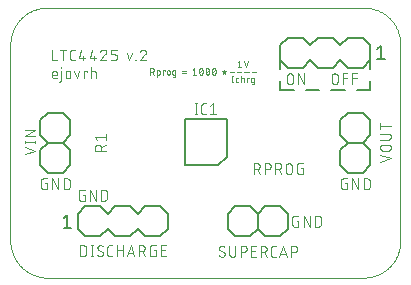
<source format=gto>
G04 EAGLE Gerber X2 export*
G75*
%MOMM*%
%FSLAX35Y35*%
%LPD*%
%AMOC8*
5,1,8,0,0,1.08239X$1,22.5*%
G01*
%ADD10C,0.100000*%
%ADD11C,0.101600*%
%ADD12C,0.076200*%
%ADD13C,0.050800*%
%ADD14C,0.127000*%
%ADD15C,0.152400*%


D10*
X2984500Y0D02*
X2992095Y-50D01*
X2999690Y85D01*
X3007279Y404D01*
X3014858Y909D01*
X3022422Y1598D01*
X3029968Y2471D01*
X3037490Y3528D01*
X3044984Y4768D01*
X3052445Y6190D01*
X3059870Y7794D01*
X3067253Y9578D01*
X3074590Y11541D01*
X3081878Y13682D01*
X3089111Y16001D01*
X3096286Y18495D01*
X3103398Y21163D01*
X3110442Y24004D01*
X3117415Y27015D01*
X3124313Y30196D01*
X3131132Y33543D01*
X3137866Y37056D01*
X3144513Y40732D01*
X3151069Y44569D01*
X3157529Y48564D01*
X3163890Y52715D01*
X3170148Y57021D01*
X3176299Y61477D01*
X3182339Y66082D01*
X3188266Y70833D01*
X3194075Y75727D01*
X3199763Y80761D01*
X3205326Y85932D01*
X3210763Y91237D01*
X3216068Y96674D01*
X3221239Y102237D01*
X3226273Y107925D01*
X3231167Y113734D01*
X3235918Y119661D01*
X3240523Y125701D01*
X3244979Y131852D01*
X3249285Y138110D01*
X3253436Y144471D01*
X3257431Y150931D01*
X3261268Y157487D01*
X3264944Y164134D01*
X3268457Y170868D01*
X3271804Y177687D01*
X3274985Y184585D01*
X3277996Y191558D01*
X3280837Y198602D01*
X3283505Y205714D01*
X3285999Y212889D01*
X3288318Y220122D01*
X3290459Y227410D01*
X3292422Y234747D01*
X3294206Y242130D01*
X3295810Y249555D01*
X3297232Y257016D01*
X3298472Y264510D01*
X3299529Y272032D01*
X3300402Y279578D01*
X3301091Y287142D01*
X3301596Y294721D01*
X3301915Y302310D01*
X3302050Y309905D01*
X3302000Y317500D01*
X3302000Y1968500D02*
X3302050Y1976095D01*
X3301915Y1983690D01*
X3301596Y1991279D01*
X3301091Y1998858D01*
X3300402Y2006422D01*
X3299529Y2013968D01*
X3298472Y2021490D01*
X3297232Y2028984D01*
X3295810Y2036445D01*
X3294206Y2043870D01*
X3292422Y2051253D01*
X3290459Y2058590D01*
X3288318Y2065878D01*
X3285999Y2073111D01*
X3283505Y2080286D01*
X3280837Y2087398D01*
X3277996Y2094442D01*
X3274985Y2101415D01*
X3271804Y2108313D01*
X3268457Y2115132D01*
X3264944Y2121866D01*
X3261268Y2128513D01*
X3257431Y2135069D01*
X3253436Y2141529D01*
X3249285Y2147890D01*
X3244979Y2154148D01*
X3240523Y2160299D01*
X3235918Y2166339D01*
X3231167Y2172266D01*
X3226273Y2178075D01*
X3221239Y2183763D01*
X3216068Y2189326D01*
X3210763Y2194763D01*
X3205326Y2200068D01*
X3199763Y2205239D01*
X3194075Y2210273D01*
X3188266Y2215167D01*
X3182339Y2219918D01*
X3176299Y2224523D01*
X3170148Y2228979D01*
X3163890Y2233285D01*
X3157529Y2237436D01*
X3151069Y2241431D01*
X3144513Y2245268D01*
X3137866Y2248944D01*
X3131132Y2252457D01*
X3124313Y2255804D01*
X3117415Y2258985D01*
X3110442Y2261996D01*
X3103398Y2264837D01*
X3096286Y2267505D01*
X3089111Y2269999D01*
X3081878Y2272318D01*
X3074590Y2274459D01*
X3067253Y2276422D01*
X3059870Y2278206D01*
X3052445Y2279810D01*
X3044984Y2281232D01*
X3037490Y2282472D01*
X3029968Y2283529D01*
X3022422Y2284402D01*
X3014858Y2285091D01*
X3007279Y2285596D01*
X2999690Y2285915D01*
X2992095Y2286050D01*
X2984500Y2286000D01*
X317500Y2286000D02*
X309905Y2286050D01*
X302310Y2285915D01*
X294721Y2285596D01*
X287142Y2285091D01*
X279578Y2284402D01*
X272032Y2283529D01*
X264510Y2282472D01*
X257016Y2281232D01*
X249555Y2279810D01*
X242130Y2278206D01*
X234747Y2276422D01*
X227410Y2274459D01*
X220122Y2272318D01*
X212889Y2269999D01*
X205714Y2267505D01*
X198602Y2264837D01*
X191558Y2261996D01*
X184585Y2258985D01*
X177687Y2255804D01*
X170868Y2252457D01*
X164134Y2248944D01*
X157487Y2245268D01*
X150931Y2241431D01*
X144471Y2237436D01*
X138110Y2233285D01*
X131852Y2228979D01*
X125701Y2224523D01*
X119661Y2219918D01*
X113734Y2215167D01*
X107925Y2210273D01*
X102237Y2205239D01*
X96674Y2200068D01*
X91237Y2194763D01*
X85932Y2189326D01*
X80761Y2183763D01*
X75727Y2178075D01*
X70833Y2172266D01*
X66082Y2166339D01*
X61477Y2160299D01*
X57021Y2154148D01*
X52715Y2147890D01*
X48564Y2141529D01*
X44569Y2135069D01*
X40732Y2128513D01*
X37056Y2121866D01*
X33543Y2115132D01*
X30196Y2108313D01*
X27015Y2101415D01*
X24004Y2094442D01*
X21163Y2087398D01*
X18495Y2080286D01*
X16001Y2073111D01*
X13682Y2065878D01*
X11541Y2058590D01*
X9578Y2051253D01*
X7794Y2043870D01*
X6190Y2036445D01*
X4768Y2028984D01*
X3528Y2021490D01*
X2471Y2013968D01*
X1598Y2006422D01*
X909Y1998858D01*
X404Y1991279D01*
X85Y1983690D01*
X-50Y1976095D01*
X0Y1968500D01*
X0Y317500D02*
X-50Y309905D01*
X85Y302310D01*
X404Y294721D01*
X909Y287142D01*
X1598Y279578D01*
X2471Y272032D01*
X3528Y264510D01*
X4768Y257016D01*
X6190Y249555D01*
X7794Y242130D01*
X9578Y234747D01*
X11541Y227410D01*
X13682Y220122D01*
X16001Y212889D01*
X18495Y205714D01*
X21163Y198602D01*
X24004Y191558D01*
X27015Y184585D01*
X30196Y177687D01*
X33543Y170868D01*
X37056Y164134D01*
X40732Y157487D01*
X44569Y150931D01*
X48564Y144471D01*
X52715Y138110D01*
X57021Y131852D01*
X61477Y125701D01*
X66082Y119661D01*
X70833Y113734D01*
X75727Y107925D01*
X80761Y102237D01*
X85932Y96674D01*
X91237Y91237D01*
X96674Y85932D01*
X102237Y80761D01*
X107925Y75727D01*
X113734Y70833D01*
X119661Y66082D01*
X125701Y61477D01*
X131852Y57021D01*
X138110Y52715D01*
X144471Y48564D01*
X150931Y44569D01*
X157487Y40732D01*
X164134Y37056D01*
X170868Y33543D01*
X177687Y30196D01*
X184585Y27015D01*
X191558Y24004D01*
X198602Y21163D01*
X205714Y18495D01*
X212889Y16001D01*
X220122Y13682D01*
X227410Y11541D01*
X234747Y9578D01*
X242130Y7794D01*
X249555Y6190D01*
X257016Y4768D01*
X264510Y3528D01*
X272032Y2471D01*
X279578Y1598D01*
X287142Y909D01*
X294721Y404D01*
X302310Y85D01*
X309905Y-50D01*
X317500Y0D01*
D11*
X2984500Y0D01*
X3302000Y317500D02*
X3302000Y1968500D01*
X2984500Y2286000D02*
X317500Y2286000D01*
X0Y1968500D02*
X0Y317500D01*
D12*
X353060Y1838560D02*
X353060Y1930940D01*
X353060Y1838560D02*
X394118Y1838560D01*
X447547Y1838560D02*
X447547Y1930940D01*
X421886Y1930940D02*
X473208Y1930940D01*
X526159Y1838560D02*
X546688Y1838560D01*
X526159Y1838560D02*
X525663Y1838566D01*
X525167Y1838584D01*
X524672Y1838614D01*
X524178Y1838656D01*
X523685Y1838710D01*
X523193Y1838775D01*
X522703Y1838853D01*
X522215Y1838942D01*
X521729Y1839044D01*
X521246Y1839157D01*
X520766Y1839281D01*
X520289Y1839417D01*
X519815Y1839565D01*
X519345Y1839724D01*
X518879Y1839894D01*
X518418Y1840076D01*
X517960Y1840268D01*
X517508Y1840472D01*
X517061Y1840686D01*
X516619Y1840911D01*
X516182Y1841147D01*
X515752Y1841394D01*
X515327Y1841650D01*
X514909Y1841917D01*
X514497Y1842194D01*
X514092Y1842481D01*
X513695Y1842777D01*
X513304Y1843083D01*
X512921Y1843398D01*
X512546Y1843723D01*
X512178Y1844056D01*
X511819Y1844398D01*
X511468Y1844749D01*
X511126Y1845108D01*
X510793Y1845476D01*
X510468Y1845851D01*
X510153Y1846234D01*
X509847Y1846625D01*
X509551Y1847022D01*
X509264Y1847427D01*
X508987Y1847839D01*
X508720Y1848257D01*
X508464Y1848682D01*
X508217Y1849112D01*
X507981Y1849549D01*
X507756Y1849991D01*
X507542Y1850438D01*
X507338Y1850890D01*
X507146Y1851348D01*
X506964Y1851809D01*
X506794Y1852275D01*
X506635Y1852745D01*
X506487Y1853219D01*
X506351Y1853696D01*
X506227Y1854176D01*
X506114Y1854659D01*
X506012Y1855145D01*
X505923Y1855633D01*
X505845Y1856123D01*
X505780Y1856615D01*
X505726Y1857108D01*
X505684Y1857602D01*
X505654Y1858097D01*
X505636Y1858593D01*
X505630Y1859089D01*
X505631Y1859089D02*
X505631Y1910411D01*
X505637Y1910915D01*
X505656Y1911418D01*
X505687Y1911921D01*
X505730Y1912423D01*
X505785Y1912924D01*
X505853Y1913423D01*
X505933Y1913921D01*
X506025Y1914416D01*
X506130Y1914909D01*
X506246Y1915399D01*
X506375Y1915886D01*
X506515Y1916370D01*
X506667Y1916851D01*
X506831Y1917327D01*
X507007Y1917799D01*
X507194Y1918267D01*
X507392Y1918730D01*
X507602Y1919188D01*
X507823Y1919641D01*
X508055Y1920088D01*
X508298Y1920530D01*
X508552Y1920965D01*
X508816Y1921394D01*
X509091Y1921816D01*
X509376Y1922232D01*
X509671Y1922640D01*
X509976Y1923041D01*
X510291Y1923434D01*
X510615Y1923820D01*
X510949Y1924197D01*
X511292Y1924566D01*
X511644Y1924927D01*
X512004Y1925279D01*
X512373Y1925622D01*
X512751Y1925956D01*
X513136Y1926280D01*
X513530Y1926595D01*
X513931Y1926900D01*
X514339Y1927195D01*
X514755Y1927480D01*
X515177Y1927755D01*
X515606Y1928019D01*
X516041Y1928273D01*
X516483Y1928516D01*
X516930Y1928748D01*
X517383Y1928969D01*
X517841Y1929179D01*
X518304Y1929377D01*
X518771Y1929564D01*
X519244Y1929740D01*
X519720Y1929904D01*
X520201Y1930056D01*
X520684Y1930196D01*
X521172Y1930325D01*
X521662Y1930441D01*
X522155Y1930545D01*
X522650Y1930638D01*
X523147Y1930718D01*
X523647Y1930786D01*
X524148Y1930841D01*
X524649Y1930884D01*
X525152Y1930915D01*
X525656Y1930934D01*
X526160Y1930940D01*
X526159Y1930940D02*
X546688Y1930940D01*
X601414Y1930940D02*
X580885Y1859089D01*
X632208Y1859089D01*
X616811Y1879618D02*
X616811Y1838560D01*
X670885Y1859089D02*
X691414Y1930940D01*
X670885Y1859089D02*
X722207Y1859089D01*
X706810Y1879618D02*
X706810Y1838560D01*
X789112Y1930940D02*
X789670Y1930933D01*
X790228Y1930913D01*
X790785Y1930879D01*
X791341Y1930832D01*
X791896Y1930772D01*
X792449Y1930698D01*
X793000Y1930610D01*
X793549Y1930510D01*
X794096Y1930396D01*
X794639Y1930269D01*
X795179Y1930129D01*
X795716Y1929976D01*
X796249Y1929810D01*
X796777Y1929631D01*
X797302Y1929439D01*
X797821Y1929235D01*
X798335Y1929018D01*
X798844Y1928789D01*
X799348Y1928548D01*
X799845Y1928295D01*
X800336Y1928029D01*
X800820Y1927752D01*
X801298Y1927463D01*
X801768Y1927163D01*
X802231Y1926852D01*
X802687Y1926529D01*
X803134Y1926196D01*
X803574Y1925852D01*
X804005Y1925497D01*
X804427Y1925132D01*
X804840Y1924757D01*
X805244Y1924372D01*
X805639Y1923977D01*
X806024Y1923573D01*
X806399Y1923160D01*
X806764Y1922738D01*
X807119Y1922307D01*
X807463Y1921867D01*
X807796Y1921420D01*
X808119Y1920964D01*
X808430Y1920501D01*
X808730Y1920031D01*
X809019Y1919553D01*
X809296Y1919069D01*
X809562Y1918578D01*
X809815Y1918081D01*
X810056Y1917577D01*
X810285Y1917068D01*
X810502Y1916554D01*
X810706Y1916035D01*
X810898Y1915510D01*
X811077Y1914982D01*
X811243Y1914449D01*
X811396Y1913912D01*
X811536Y1913372D01*
X811663Y1912829D01*
X811777Y1912282D01*
X811877Y1911733D01*
X811965Y1911182D01*
X812039Y1910629D01*
X812099Y1910074D01*
X812146Y1909518D01*
X812180Y1908961D01*
X812200Y1908403D01*
X812207Y1907845D01*
X789112Y1930940D02*
X788394Y1930931D01*
X787677Y1930905D01*
X786961Y1930862D01*
X786246Y1930801D01*
X785533Y1930723D01*
X784822Y1930628D01*
X784113Y1930516D01*
X783407Y1930386D01*
X782705Y1930240D01*
X782006Y1930077D01*
X781311Y1929896D01*
X780621Y1929699D01*
X779936Y1929486D01*
X779257Y1929255D01*
X778583Y1929009D01*
X777915Y1928746D01*
X777254Y1928467D01*
X776600Y1928173D01*
X775953Y1927862D01*
X775314Y1927536D01*
X774682Y1927195D01*
X774060Y1926838D01*
X773446Y1926467D01*
X772841Y1926081D01*
X772246Y1925680D01*
X771660Y1925265D01*
X771085Y1924836D01*
X770521Y1924393D01*
X769967Y1923937D01*
X769424Y1923467D01*
X768893Y1922985D01*
X768374Y1922489D01*
X767867Y1921982D01*
X767372Y1921462D01*
X766890Y1920930D01*
X766421Y1920387D01*
X765966Y1919833D01*
X765524Y1919268D01*
X765095Y1918692D01*
X764681Y1918106D01*
X764281Y1917510D01*
X763895Y1916905D01*
X763525Y1916291D01*
X763169Y1915668D01*
X762828Y1915036D01*
X762503Y1914397D01*
X762193Y1913749D01*
X761899Y1913095D01*
X761621Y1912433D01*
X761360Y1911765D01*
X761114Y1911091D01*
X760884Y1910411D01*
X804509Y1889882D02*
X804944Y1890308D01*
X805369Y1890743D01*
X805783Y1891189D01*
X806187Y1891645D01*
X806578Y1892111D01*
X806959Y1892586D01*
X807327Y1893071D01*
X807684Y1893564D01*
X808028Y1894066D01*
X808360Y1894576D01*
X808679Y1895095D01*
X808986Y1895621D01*
X809279Y1896154D01*
X809559Y1896694D01*
X809826Y1897241D01*
X810080Y1897795D01*
X810319Y1898354D01*
X810545Y1898919D01*
X810758Y1899490D01*
X810955Y1900065D01*
X811139Y1900646D01*
X811309Y1901230D01*
X811464Y1901819D01*
X811605Y1902411D01*
X811731Y1903007D01*
X811842Y1903605D01*
X811939Y1904206D01*
X812021Y1904809D01*
X812088Y1905414D01*
X812140Y1906021D01*
X812177Y1906628D01*
X812200Y1907236D01*
X812207Y1907845D01*
X804508Y1889882D02*
X760885Y1838560D01*
X812207Y1838560D01*
X850884Y1838560D02*
X881678Y1838560D01*
X882182Y1838566D01*
X882685Y1838585D01*
X883188Y1838616D01*
X883690Y1838659D01*
X884191Y1838714D01*
X884690Y1838782D01*
X885188Y1838862D01*
X885683Y1838954D01*
X886176Y1839059D01*
X886666Y1839175D01*
X887153Y1839304D01*
X887637Y1839444D01*
X888118Y1839596D01*
X888594Y1839760D01*
X889066Y1839936D01*
X889534Y1840123D01*
X889997Y1840321D01*
X890455Y1840531D01*
X890908Y1840752D01*
X891355Y1840984D01*
X891797Y1841227D01*
X892232Y1841481D01*
X892661Y1841745D01*
X893083Y1842020D01*
X893499Y1842305D01*
X893907Y1842600D01*
X894308Y1842905D01*
X894701Y1843220D01*
X895087Y1843544D01*
X895464Y1843878D01*
X895833Y1844221D01*
X896194Y1844573D01*
X896546Y1844933D01*
X896889Y1845302D01*
X897223Y1845680D01*
X897547Y1846065D01*
X897862Y1846459D01*
X898167Y1846860D01*
X898462Y1847268D01*
X898747Y1847684D01*
X899022Y1848106D01*
X899286Y1848535D01*
X899540Y1848970D01*
X899783Y1849412D01*
X900015Y1849859D01*
X900236Y1850312D01*
X900446Y1850770D01*
X900644Y1851233D01*
X900831Y1851700D01*
X901007Y1852173D01*
X901171Y1852649D01*
X901323Y1853130D01*
X901463Y1853613D01*
X901592Y1854101D01*
X901708Y1854591D01*
X901812Y1855084D01*
X901905Y1855579D01*
X901985Y1856076D01*
X902053Y1856576D01*
X902108Y1857077D01*
X902151Y1857578D01*
X902182Y1858081D01*
X902201Y1858585D01*
X902207Y1859089D01*
X902207Y1869353D01*
X902201Y1869849D01*
X902183Y1870345D01*
X902153Y1870840D01*
X902111Y1871334D01*
X902057Y1871827D01*
X901992Y1872319D01*
X901914Y1872809D01*
X901825Y1873297D01*
X901723Y1873783D01*
X901610Y1874266D01*
X901486Y1874746D01*
X901350Y1875223D01*
X901202Y1875697D01*
X901043Y1876167D01*
X900873Y1876633D01*
X900691Y1877094D01*
X900499Y1877552D01*
X900295Y1878004D01*
X900081Y1878451D01*
X899856Y1878893D01*
X899620Y1879330D01*
X899373Y1879760D01*
X899117Y1880185D01*
X898850Y1880603D01*
X898573Y1881015D01*
X898286Y1881420D01*
X897990Y1881817D01*
X897684Y1882208D01*
X897369Y1882591D01*
X897044Y1882966D01*
X896711Y1883334D01*
X896369Y1883693D01*
X896018Y1884044D01*
X895659Y1884386D01*
X895291Y1884719D01*
X894916Y1885044D01*
X894533Y1885359D01*
X894142Y1885665D01*
X893745Y1885961D01*
X893340Y1886248D01*
X892928Y1886525D01*
X892510Y1886792D01*
X892085Y1887048D01*
X891655Y1887295D01*
X891218Y1887531D01*
X890776Y1887756D01*
X890329Y1887970D01*
X889877Y1888174D01*
X889419Y1888366D01*
X888958Y1888548D01*
X888492Y1888718D01*
X888022Y1888877D01*
X887548Y1889025D01*
X887071Y1889161D01*
X886591Y1889285D01*
X886108Y1889398D01*
X885622Y1889500D01*
X885134Y1889589D01*
X884644Y1889667D01*
X884152Y1889732D01*
X883659Y1889786D01*
X883165Y1889828D01*
X882670Y1889858D01*
X882174Y1889876D01*
X881678Y1889882D01*
X850884Y1889882D01*
X850884Y1930940D01*
X902207Y1930940D01*
X985017Y1900147D02*
X1005545Y1838560D01*
X1026074Y1900147D01*
X1056979Y1843692D02*
X1056979Y1838560D01*
X1056979Y1843692D02*
X1062111Y1843692D01*
X1062111Y1838560D01*
X1056979Y1838560D01*
X1148206Y1907845D02*
X1148199Y1908403D01*
X1148179Y1908961D01*
X1148145Y1909518D01*
X1148098Y1910074D01*
X1148038Y1910629D01*
X1147964Y1911182D01*
X1147876Y1911733D01*
X1147776Y1912282D01*
X1147662Y1912829D01*
X1147535Y1913372D01*
X1147395Y1913912D01*
X1147242Y1914449D01*
X1147076Y1914982D01*
X1146897Y1915510D01*
X1146705Y1916035D01*
X1146501Y1916554D01*
X1146284Y1917068D01*
X1146055Y1917577D01*
X1145814Y1918081D01*
X1145561Y1918578D01*
X1145295Y1919069D01*
X1145018Y1919553D01*
X1144729Y1920031D01*
X1144429Y1920501D01*
X1144118Y1920964D01*
X1143795Y1921420D01*
X1143462Y1921867D01*
X1143118Y1922307D01*
X1142763Y1922738D01*
X1142398Y1923160D01*
X1142023Y1923573D01*
X1141638Y1923977D01*
X1141243Y1924372D01*
X1140839Y1924757D01*
X1140426Y1925132D01*
X1140004Y1925497D01*
X1139573Y1925852D01*
X1139133Y1926196D01*
X1138686Y1926529D01*
X1138230Y1926852D01*
X1137767Y1927163D01*
X1137297Y1927463D01*
X1136819Y1927752D01*
X1136335Y1928029D01*
X1135844Y1928295D01*
X1135347Y1928548D01*
X1134843Y1928789D01*
X1134334Y1929018D01*
X1133820Y1929235D01*
X1133301Y1929439D01*
X1132776Y1929631D01*
X1132248Y1929810D01*
X1131715Y1929976D01*
X1131178Y1930129D01*
X1130638Y1930269D01*
X1130095Y1930396D01*
X1129548Y1930510D01*
X1128999Y1930610D01*
X1128448Y1930698D01*
X1127895Y1930772D01*
X1127340Y1930832D01*
X1126784Y1930879D01*
X1126227Y1930913D01*
X1125669Y1930933D01*
X1125111Y1930940D01*
X1124393Y1930931D01*
X1123676Y1930905D01*
X1122960Y1930862D01*
X1122245Y1930801D01*
X1121532Y1930723D01*
X1120821Y1930628D01*
X1120112Y1930516D01*
X1119406Y1930386D01*
X1118704Y1930240D01*
X1118005Y1930077D01*
X1117310Y1929896D01*
X1116620Y1929699D01*
X1115935Y1929486D01*
X1115256Y1929255D01*
X1114582Y1929009D01*
X1113914Y1928746D01*
X1113253Y1928467D01*
X1112599Y1928173D01*
X1111952Y1927862D01*
X1111313Y1927536D01*
X1110681Y1927195D01*
X1110059Y1926838D01*
X1109445Y1926467D01*
X1108840Y1926081D01*
X1108245Y1925680D01*
X1107659Y1925265D01*
X1107084Y1924836D01*
X1106520Y1924393D01*
X1105966Y1923937D01*
X1105423Y1923467D01*
X1104892Y1922985D01*
X1104373Y1922489D01*
X1103866Y1921982D01*
X1103371Y1921462D01*
X1102889Y1920930D01*
X1102420Y1920387D01*
X1101965Y1919833D01*
X1101523Y1919268D01*
X1101094Y1918692D01*
X1100680Y1918106D01*
X1100280Y1917510D01*
X1099894Y1916905D01*
X1099524Y1916291D01*
X1099168Y1915668D01*
X1098827Y1915036D01*
X1098502Y1914397D01*
X1098192Y1913749D01*
X1097898Y1913095D01*
X1097620Y1912433D01*
X1097359Y1911765D01*
X1097113Y1911091D01*
X1096883Y1910411D01*
X1140508Y1889882D02*
X1140943Y1890308D01*
X1141368Y1890743D01*
X1141782Y1891189D01*
X1142186Y1891645D01*
X1142577Y1892111D01*
X1142958Y1892586D01*
X1143326Y1893071D01*
X1143683Y1893564D01*
X1144027Y1894066D01*
X1144359Y1894576D01*
X1144678Y1895095D01*
X1144985Y1895621D01*
X1145278Y1896154D01*
X1145558Y1896694D01*
X1145825Y1897241D01*
X1146079Y1897795D01*
X1146318Y1898354D01*
X1146544Y1898919D01*
X1146757Y1899490D01*
X1146954Y1900065D01*
X1147138Y1900646D01*
X1147308Y1901230D01*
X1147463Y1901819D01*
X1147604Y1902411D01*
X1147730Y1903007D01*
X1147841Y1903605D01*
X1147938Y1904206D01*
X1148020Y1904809D01*
X1148087Y1905414D01*
X1148139Y1906021D01*
X1148176Y1906628D01*
X1148199Y1907236D01*
X1148206Y1907845D01*
X1140508Y1889882D02*
X1096884Y1838560D01*
X1148206Y1838560D01*
X394118Y1688560D02*
X368457Y1688560D01*
X368085Y1688564D01*
X367713Y1688578D01*
X367342Y1688600D01*
X366971Y1688632D01*
X366601Y1688672D01*
X366232Y1688722D01*
X365865Y1688780D01*
X365499Y1688847D01*
X365135Y1688923D01*
X364772Y1689007D01*
X364412Y1689101D01*
X364054Y1689203D01*
X363699Y1689314D01*
X363347Y1689433D01*
X362997Y1689561D01*
X362651Y1689697D01*
X362308Y1689841D01*
X361969Y1689994D01*
X361633Y1690155D01*
X361302Y1690324D01*
X360974Y1690501D01*
X360651Y1690685D01*
X360333Y1690878D01*
X360019Y1691078D01*
X359711Y1691286D01*
X359407Y1691501D01*
X359109Y1691723D01*
X358816Y1691952D01*
X358528Y1692189D01*
X358247Y1692432D01*
X357971Y1692682D01*
X357702Y1692939D01*
X357439Y1693202D01*
X357182Y1693471D01*
X356932Y1693747D01*
X356689Y1694028D01*
X356452Y1694316D01*
X356223Y1694609D01*
X356001Y1694907D01*
X355786Y1695211D01*
X355578Y1695519D01*
X355378Y1695833D01*
X355185Y1696151D01*
X355001Y1696474D01*
X354824Y1696802D01*
X354655Y1697133D01*
X354494Y1697469D01*
X354341Y1697808D01*
X354197Y1698151D01*
X354061Y1698497D01*
X353933Y1698847D01*
X353814Y1699199D01*
X353703Y1699554D01*
X353601Y1699912D01*
X353507Y1700272D01*
X353423Y1700635D01*
X353347Y1700999D01*
X353280Y1701365D01*
X353222Y1701732D01*
X353172Y1702101D01*
X353132Y1702471D01*
X353100Y1702842D01*
X353078Y1703213D01*
X353064Y1703585D01*
X353060Y1703957D01*
X353060Y1729618D01*
X353066Y1730118D01*
X353084Y1730618D01*
X353115Y1731117D01*
X353157Y1731615D01*
X353212Y1732112D01*
X353279Y1732607D01*
X353358Y1733101D01*
X353448Y1733592D01*
X353551Y1734082D01*
X353666Y1734568D01*
X353792Y1735052D01*
X353930Y1735532D01*
X354080Y1736009D01*
X354242Y1736483D01*
X354415Y1736952D01*
X354599Y1737416D01*
X354794Y1737876D01*
X355001Y1738332D01*
X355219Y1738782D01*
X355447Y1739226D01*
X355687Y1739665D01*
X355937Y1740098D01*
X356197Y1740525D01*
X356468Y1740945D01*
X356749Y1741359D01*
X357040Y1741765D01*
X357340Y1742165D01*
X357651Y1742557D01*
X357971Y1742941D01*
X358300Y1743317D01*
X358638Y1743686D01*
X358985Y1744046D01*
X359340Y1744397D01*
X359704Y1744739D01*
X360077Y1745073D01*
X360457Y1745398D01*
X360845Y1745713D01*
X361241Y1746018D01*
X361644Y1746314D01*
X362054Y1746600D01*
X362471Y1746876D01*
X362895Y1747141D01*
X363325Y1747397D01*
X363760Y1747641D01*
X364202Y1747875D01*
X364650Y1748098D01*
X365102Y1748311D01*
X365560Y1748512D01*
X366022Y1748702D01*
X366489Y1748880D01*
X366961Y1749047D01*
X367436Y1749203D01*
X367914Y1749347D01*
X368397Y1749479D01*
X368882Y1749600D01*
X369370Y1749709D01*
X369860Y1749806D01*
X370353Y1749890D01*
X370847Y1749963D01*
X371344Y1750024D01*
X371841Y1750072D01*
X372340Y1750109D01*
X372839Y1750133D01*
X373339Y1750145D01*
X373839Y1750145D01*
X374339Y1750133D01*
X374838Y1750109D01*
X375337Y1750072D01*
X375834Y1750024D01*
X376331Y1749963D01*
X376825Y1749890D01*
X377318Y1749806D01*
X377808Y1749709D01*
X378296Y1749600D01*
X378781Y1749479D01*
X379264Y1749347D01*
X379742Y1749203D01*
X380217Y1749047D01*
X380689Y1748880D01*
X381156Y1748702D01*
X381618Y1748512D01*
X382076Y1748311D01*
X382528Y1748098D01*
X382976Y1747875D01*
X383418Y1747641D01*
X383854Y1747397D01*
X384283Y1747141D01*
X384707Y1746876D01*
X385124Y1746600D01*
X385534Y1746314D01*
X385937Y1746018D01*
X386333Y1745713D01*
X386721Y1745398D01*
X387101Y1745073D01*
X387474Y1744739D01*
X387838Y1744397D01*
X388193Y1744046D01*
X388540Y1743686D01*
X388878Y1743317D01*
X389207Y1742941D01*
X389527Y1742557D01*
X389838Y1742165D01*
X390138Y1741765D01*
X390429Y1741359D01*
X390710Y1740945D01*
X390981Y1740525D01*
X391241Y1740098D01*
X391491Y1739665D01*
X391731Y1739226D01*
X391959Y1738782D01*
X392177Y1738332D01*
X392384Y1737876D01*
X392579Y1737416D01*
X392763Y1736952D01*
X392936Y1736483D01*
X393098Y1736009D01*
X393248Y1735532D01*
X393386Y1735052D01*
X393512Y1734568D01*
X393627Y1734082D01*
X393730Y1733592D01*
X393820Y1733101D01*
X393899Y1732607D01*
X393966Y1732112D01*
X394021Y1731615D01*
X394063Y1731117D01*
X394094Y1730618D01*
X394112Y1730118D01*
X394118Y1729618D01*
X394118Y1719353D01*
X353060Y1719353D01*
X429070Y1750147D02*
X429070Y1673163D01*
X429065Y1672785D01*
X429051Y1672408D01*
X429028Y1672030D01*
X428996Y1671654D01*
X428954Y1671278D01*
X428903Y1670904D01*
X428843Y1670531D01*
X428774Y1670159D01*
X428696Y1669790D01*
X428609Y1669422D01*
X428512Y1669056D01*
X428407Y1668694D01*
X428293Y1668333D01*
X428170Y1667976D01*
X428038Y1667622D01*
X427898Y1667271D01*
X427749Y1666924D01*
X427592Y1666580D01*
X427426Y1666240D01*
X427252Y1665905D01*
X427070Y1665574D01*
X426880Y1665247D01*
X426681Y1664926D01*
X426475Y1664609D01*
X426261Y1664297D01*
X426040Y1663991D01*
X425811Y1663690D01*
X425575Y1663395D01*
X425332Y1663106D01*
X425082Y1662823D01*
X424824Y1662546D01*
X424560Y1662276D01*
X424290Y1662012D01*
X424013Y1661755D01*
X423730Y1661504D01*
X423441Y1661261D01*
X423146Y1661025D01*
X422845Y1660796D01*
X422539Y1660575D01*
X422227Y1660361D01*
X421911Y1660155D01*
X421589Y1659957D01*
X421262Y1659766D01*
X420931Y1659584D01*
X420596Y1659410D01*
X420256Y1659244D01*
X419913Y1659087D01*
X419565Y1658938D01*
X419215Y1658798D01*
X418860Y1658666D01*
X418503Y1658543D01*
X418143Y1658429D01*
X417780Y1658324D01*
X417414Y1658227D01*
X417047Y1658140D01*
X416677Y1658062D01*
X416306Y1657993D01*
X415932Y1657933D01*
X415558Y1657882D01*
X415182Y1657840D01*
X414806Y1657808D01*
X414429Y1657785D01*
X414051Y1657771D01*
X413673Y1657766D01*
X413673Y1657767D02*
X408541Y1657767D01*
X426504Y1775808D02*
X426504Y1780940D01*
X431636Y1780940D01*
X431636Y1775808D01*
X426504Y1775808D01*
X467060Y1729618D02*
X467060Y1709089D01*
X467060Y1729618D02*
X467066Y1730118D01*
X467084Y1730618D01*
X467115Y1731117D01*
X467157Y1731615D01*
X467212Y1732112D01*
X467279Y1732607D01*
X467358Y1733101D01*
X467448Y1733592D01*
X467551Y1734082D01*
X467666Y1734568D01*
X467792Y1735052D01*
X467930Y1735532D01*
X468080Y1736009D01*
X468242Y1736483D01*
X468415Y1736952D01*
X468599Y1737416D01*
X468794Y1737876D01*
X469001Y1738332D01*
X469219Y1738782D01*
X469447Y1739226D01*
X469687Y1739665D01*
X469937Y1740098D01*
X470197Y1740525D01*
X470468Y1740945D01*
X470749Y1741359D01*
X471040Y1741765D01*
X471340Y1742165D01*
X471651Y1742557D01*
X471971Y1742941D01*
X472300Y1743317D01*
X472638Y1743686D01*
X472985Y1744046D01*
X473340Y1744397D01*
X473704Y1744739D01*
X474077Y1745073D01*
X474457Y1745398D01*
X474845Y1745713D01*
X475241Y1746018D01*
X475644Y1746314D01*
X476054Y1746600D01*
X476471Y1746876D01*
X476895Y1747141D01*
X477325Y1747397D01*
X477760Y1747641D01*
X478202Y1747875D01*
X478650Y1748098D01*
X479102Y1748311D01*
X479560Y1748512D01*
X480022Y1748702D01*
X480489Y1748880D01*
X480961Y1749047D01*
X481436Y1749203D01*
X481914Y1749347D01*
X482397Y1749479D01*
X482882Y1749600D01*
X483370Y1749709D01*
X483860Y1749806D01*
X484353Y1749890D01*
X484847Y1749963D01*
X485344Y1750024D01*
X485841Y1750072D01*
X486340Y1750109D01*
X486839Y1750133D01*
X487339Y1750145D01*
X487839Y1750145D01*
X488339Y1750133D01*
X488838Y1750109D01*
X489337Y1750072D01*
X489834Y1750024D01*
X490331Y1749963D01*
X490825Y1749890D01*
X491318Y1749806D01*
X491808Y1749709D01*
X492296Y1749600D01*
X492781Y1749479D01*
X493264Y1749347D01*
X493742Y1749203D01*
X494217Y1749047D01*
X494689Y1748880D01*
X495156Y1748702D01*
X495618Y1748512D01*
X496076Y1748311D01*
X496528Y1748098D01*
X496976Y1747875D01*
X497418Y1747641D01*
X497854Y1747397D01*
X498283Y1747141D01*
X498707Y1746876D01*
X499124Y1746600D01*
X499534Y1746314D01*
X499937Y1746018D01*
X500333Y1745713D01*
X500721Y1745398D01*
X501101Y1745073D01*
X501474Y1744739D01*
X501838Y1744397D01*
X502193Y1744046D01*
X502540Y1743686D01*
X502878Y1743317D01*
X503207Y1742941D01*
X503527Y1742557D01*
X503838Y1742165D01*
X504138Y1741765D01*
X504429Y1741359D01*
X504710Y1740945D01*
X504981Y1740525D01*
X505241Y1740098D01*
X505491Y1739665D01*
X505731Y1739226D01*
X505959Y1738782D01*
X506177Y1738332D01*
X506384Y1737876D01*
X506579Y1737416D01*
X506763Y1736952D01*
X506936Y1736483D01*
X507098Y1736009D01*
X507248Y1735532D01*
X507386Y1735052D01*
X507512Y1734568D01*
X507627Y1734082D01*
X507730Y1733592D01*
X507820Y1733101D01*
X507899Y1732607D01*
X507966Y1732112D01*
X508021Y1731615D01*
X508063Y1731117D01*
X508094Y1730618D01*
X508112Y1730118D01*
X508118Y1729618D01*
X508118Y1709089D01*
X508112Y1708589D01*
X508094Y1708089D01*
X508063Y1707590D01*
X508021Y1707092D01*
X507966Y1706595D01*
X507899Y1706100D01*
X507820Y1705606D01*
X507730Y1705115D01*
X507627Y1704625D01*
X507512Y1704139D01*
X507386Y1703655D01*
X507248Y1703175D01*
X507098Y1702698D01*
X506936Y1702224D01*
X506763Y1701755D01*
X506579Y1701291D01*
X506384Y1700831D01*
X506177Y1700375D01*
X505959Y1699925D01*
X505731Y1699481D01*
X505491Y1699042D01*
X505241Y1698609D01*
X504981Y1698182D01*
X504710Y1697762D01*
X504429Y1697348D01*
X504138Y1696942D01*
X503838Y1696542D01*
X503527Y1696150D01*
X503207Y1695766D01*
X502878Y1695390D01*
X502540Y1695021D01*
X502193Y1694661D01*
X501838Y1694310D01*
X501474Y1693968D01*
X501101Y1693634D01*
X500721Y1693309D01*
X500333Y1692994D01*
X499937Y1692689D01*
X499534Y1692393D01*
X499124Y1692107D01*
X498707Y1691831D01*
X498283Y1691566D01*
X497854Y1691310D01*
X497418Y1691066D01*
X496976Y1690832D01*
X496528Y1690609D01*
X496076Y1690396D01*
X495618Y1690195D01*
X495156Y1690005D01*
X494689Y1689827D01*
X494217Y1689660D01*
X493742Y1689504D01*
X493264Y1689360D01*
X492781Y1689228D01*
X492296Y1689107D01*
X491808Y1688998D01*
X491318Y1688901D01*
X490825Y1688817D01*
X490331Y1688744D01*
X489834Y1688683D01*
X489337Y1688635D01*
X488838Y1688598D01*
X488339Y1688574D01*
X487839Y1688562D01*
X487339Y1688562D01*
X486839Y1688574D01*
X486340Y1688598D01*
X485841Y1688635D01*
X485344Y1688683D01*
X484847Y1688744D01*
X484353Y1688817D01*
X483860Y1688901D01*
X483370Y1688998D01*
X482882Y1689107D01*
X482397Y1689228D01*
X481914Y1689360D01*
X481436Y1689504D01*
X480961Y1689660D01*
X480489Y1689827D01*
X480022Y1690005D01*
X479560Y1690195D01*
X479102Y1690396D01*
X478650Y1690609D01*
X478202Y1690832D01*
X477760Y1691066D01*
X477325Y1691310D01*
X476895Y1691566D01*
X476471Y1691831D01*
X476054Y1692107D01*
X475644Y1692393D01*
X475241Y1692689D01*
X474845Y1692994D01*
X474457Y1693309D01*
X474077Y1693634D01*
X473704Y1693968D01*
X473340Y1694310D01*
X472985Y1694661D01*
X472638Y1695021D01*
X472300Y1695390D01*
X471971Y1695766D01*
X471651Y1696150D01*
X471340Y1696542D01*
X471040Y1696942D01*
X470749Y1697348D01*
X470468Y1697762D01*
X470197Y1698182D01*
X469937Y1698609D01*
X469687Y1699042D01*
X469447Y1699481D01*
X469219Y1699925D01*
X469001Y1700375D01*
X468794Y1700831D01*
X468599Y1701291D01*
X468415Y1701755D01*
X468242Y1702224D01*
X468080Y1702698D01*
X467930Y1703175D01*
X467792Y1703655D01*
X467666Y1704139D01*
X467551Y1704625D01*
X467448Y1705115D01*
X467358Y1705606D01*
X467279Y1706100D01*
X467212Y1706595D01*
X467157Y1707092D01*
X467115Y1707590D01*
X467084Y1708089D01*
X467066Y1708589D01*
X467060Y1709089D01*
X542060Y1750147D02*
X562589Y1688560D01*
X583118Y1750147D01*
X620570Y1750147D02*
X620570Y1688560D01*
X620570Y1750147D02*
X651363Y1750147D01*
X651363Y1739882D01*
X683060Y1780940D02*
X683060Y1688560D01*
X683060Y1750147D02*
X708721Y1750147D01*
X709093Y1750143D01*
X709465Y1750129D01*
X709836Y1750107D01*
X710207Y1750075D01*
X710577Y1750035D01*
X710946Y1749985D01*
X711313Y1749927D01*
X711679Y1749860D01*
X712043Y1749784D01*
X712406Y1749700D01*
X712766Y1749606D01*
X713124Y1749504D01*
X713479Y1749393D01*
X713831Y1749274D01*
X714181Y1749146D01*
X714527Y1749010D01*
X714870Y1748866D01*
X715209Y1748713D01*
X715545Y1748552D01*
X715876Y1748383D01*
X716204Y1748206D01*
X716527Y1748022D01*
X716845Y1747829D01*
X717159Y1747629D01*
X717467Y1747421D01*
X717771Y1747206D01*
X718069Y1746984D01*
X718362Y1746755D01*
X718650Y1746518D01*
X718931Y1746275D01*
X719207Y1746025D01*
X719476Y1745768D01*
X719739Y1745505D01*
X719996Y1745236D01*
X720246Y1744960D01*
X720489Y1744679D01*
X720726Y1744391D01*
X720955Y1744098D01*
X721177Y1743800D01*
X721392Y1743496D01*
X721600Y1743188D01*
X721800Y1742874D01*
X721993Y1742556D01*
X722177Y1742233D01*
X722354Y1741905D01*
X722523Y1741574D01*
X722684Y1741238D01*
X722837Y1740899D01*
X722981Y1740556D01*
X723117Y1740210D01*
X723245Y1739860D01*
X723364Y1739508D01*
X723475Y1739153D01*
X723577Y1738795D01*
X723671Y1738435D01*
X723755Y1738072D01*
X723831Y1737708D01*
X723898Y1737342D01*
X723956Y1736975D01*
X724006Y1736606D01*
X724046Y1736236D01*
X724078Y1735865D01*
X724100Y1735494D01*
X724114Y1735122D01*
X724118Y1734750D01*
X724117Y1734750D02*
X724117Y1688560D01*
X2340839Y1703279D02*
X2340839Y1662221D01*
X2340839Y1703279D02*
X2340847Y1703904D01*
X2340869Y1704528D01*
X2340907Y1705152D01*
X2340961Y1705775D01*
X2341029Y1706396D01*
X2341112Y1707015D01*
X2341211Y1707632D01*
X2341324Y1708247D01*
X2341453Y1708858D01*
X2341596Y1709467D01*
X2341754Y1710071D01*
X2341927Y1710672D01*
X2342114Y1711268D01*
X2342316Y1711860D01*
X2342532Y1712446D01*
X2342763Y1713027D01*
X2343007Y1713602D01*
X2343265Y1714171D01*
X2343537Y1714734D01*
X2343823Y1715289D01*
X2344122Y1715838D01*
X2344435Y1716379D01*
X2344760Y1716913D01*
X2345099Y1717438D01*
X2345450Y1717955D01*
X2345814Y1718463D01*
X2346189Y1718962D01*
X2346577Y1719452D01*
X2346977Y1719933D01*
X2347388Y1720403D01*
X2347811Y1720863D01*
X2348245Y1721313D01*
X2348689Y1721752D01*
X2349144Y1722181D01*
X2349610Y1722598D01*
X2350085Y1723003D01*
X2350571Y1723397D01*
X2351065Y1723779D01*
X2351569Y1724149D01*
X2352082Y1724506D01*
X2352603Y1724851D01*
X2353132Y1725183D01*
X2353670Y1725502D01*
X2354214Y1725808D01*
X2354767Y1726100D01*
X2355326Y1726379D01*
X2355892Y1726645D01*
X2356464Y1726896D01*
X2357042Y1727133D01*
X2357626Y1727357D01*
X2358215Y1727566D01*
X2358808Y1727760D01*
X2359407Y1727940D01*
X2360009Y1728106D01*
X2360616Y1728256D01*
X2361226Y1728392D01*
X2361839Y1728513D01*
X2362455Y1728619D01*
X2363073Y1728710D01*
X2363693Y1728786D01*
X2364315Y1728847D01*
X2364939Y1728892D01*
X2365563Y1728923D01*
X2366188Y1728938D01*
X2366812Y1728938D01*
X2367437Y1728923D01*
X2368061Y1728892D01*
X2368685Y1728847D01*
X2369307Y1728786D01*
X2369927Y1728710D01*
X2370545Y1728619D01*
X2371161Y1728513D01*
X2371774Y1728392D01*
X2372384Y1728256D01*
X2372991Y1728106D01*
X2373593Y1727940D01*
X2374192Y1727760D01*
X2374785Y1727566D01*
X2375374Y1727357D01*
X2375958Y1727133D01*
X2376536Y1726896D01*
X2377108Y1726645D01*
X2377674Y1726379D01*
X2378233Y1726100D01*
X2378786Y1725808D01*
X2379331Y1725502D01*
X2379868Y1725183D01*
X2380397Y1724851D01*
X2380918Y1724506D01*
X2381431Y1724149D01*
X2381935Y1723779D01*
X2382429Y1723397D01*
X2382915Y1723003D01*
X2383390Y1722598D01*
X2383856Y1722181D01*
X2384311Y1721752D01*
X2384755Y1721313D01*
X2385189Y1720863D01*
X2385612Y1720403D01*
X2386023Y1719933D01*
X2386423Y1719452D01*
X2386811Y1718962D01*
X2387186Y1718463D01*
X2387550Y1717955D01*
X2387901Y1717438D01*
X2388240Y1716913D01*
X2388565Y1716379D01*
X2388878Y1715838D01*
X2389177Y1715289D01*
X2389463Y1714734D01*
X2389735Y1714171D01*
X2389993Y1713602D01*
X2390237Y1713027D01*
X2390468Y1712446D01*
X2390684Y1711860D01*
X2390886Y1711268D01*
X2391073Y1710672D01*
X2391246Y1710071D01*
X2391404Y1709467D01*
X2391547Y1708858D01*
X2391676Y1708247D01*
X2391789Y1707632D01*
X2391888Y1707015D01*
X2391971Y1706396D01*
X2392039Y1705775D01*
X2392093Y1705152D01*
X2392131Y1704528D01*
X2392153Y1703904D01*
X2392161Y1703279D01*
X2392161Y1662221D01*
X2392153Y1661596D01*
X2392131Y1660972D01*
X2392093Y1660348D01*
X2392039Y1659725D01*
X2391971Y1659104D01*
X2391888Y1658485D01*
X2391789Y1657868D01*
X2391676Y1657253D01*
X2391547Y1656642D01*
X2391404Y1656033D01*
X2391246Y1655429D01*
X2391073Y1654828D01*
X2390886Y1654232D01*
X2390684Y1653640D01*
X2390468Y1653054D01*
X2390237Y1652473D01*
X2389993Y1651898D01*
X2389735Y1651329D01*
X2389463Y1650766D01*
X2389177Y1650211D01*
X2388878Y1649662D01*
X2388565Y1649121D01*
X2388240Y1648587D01*
X2387901Y1648062D01*
X2387550Y1647545D01*
X2387186Y1647037D01*
X2386811Y1646538D01*
X2386423Y1646048D01*
X2386023Y1645567D01*
X2385612Y1645097D01*
X2385189Y1644637D01*
X2384755Y1644187D01*
X2384311Y1643748D01*
X2383856Y1643319D01*
X2383390Y1642902D01*
X2382915Y1642497D01*
X2382429Y1642103D01*
X2381935Y1641721D01*
X2381431Y1641351D01*
X2380918Y1640994D01*
X2380397Y1640649D01*
X2379868Y1640317D01*
X2379331Y1639998D01*
X2378786Y1639692D01*
X2378233Y1639400D01*
X2377674Y1639121D01*
X2377108Y1638855D01*
X2376536Y1638604D01*
X2375958Y1638367D01*
X2375374Y1638143D01*
X2374785Y1637934D01*
X2374192Y1637740D01*
X2373593Y1637560D01*
X2372991Y1637394D01*
X2372384Y1637244D01*
X2371774Y1637108D01*
X2371161Y1636987D01*
X2370545Y1636881D01*
X2369927Y1636790D01*
X2369307Y1636714D01*
X2368685Y1636653D01*
X2368061Y1636608D01*
X2367437Y1636577D01*
X2366812Y1636562D01*
X2366188Y1636562D01*
X2365563Y1636577D01*
X2364939Y1636608D01*
X2364315Y1636653D01*
X2363693Y1636714D01*
X2363073Y1636790D01*
X2362455Y1636881D01*
X2361839Y1636987D01*
X2361226Y1637108D01*
X2360616Y1637244D01*
X2360009Y1637394D01*
X2359407Y1637560D01*
X2358808Y1637740D01*
X2358215Y1637934D01*
X2357626Y1638143D01*
X2357042Y1638367D01*
X2356464Y1638604D01*
X2355892Y1638855D01*
X2355326Y1639121D01*
X2354767Y1639400D01*
X2354214Y1639692D01*
X2353670Y1639998D01*
X2353132Y1640317D01*
X2352603Y1640649D01*
X2352082Y1640994D01*
X2351569Y1641351D01*
X2351065Y1641721D01*
X2350571Y1642103D01*
X2350085Y1642497D01*
X2349610Y1642902D01*
X2349144Y1643319D01*
X2348689Y1643748D01*
X2348245Y1644187D01*
X2347811Y1644637D01*
X2347388Y1645097D01*
X2346977Y1645567D01*
X2346577Y1646048D01*
X2346189Y1646538D01*
X2345814Y1647037D01*
X2345450Y1647545D01*
X2345099Y1648062D01*
X2344760Y1648587D01*
X2344435Y1649121D01*
X2344122Y1649662D01*
X2343823Y1650211D01*
X2343537Y1650766D01*
X2343265Y1651329D01*
X2343007Y1651898D01*
X2342763Y1652473D01*
X2342532Y1653054D01*
X2342316Y1653640D01*
X2342114Y1654232D01*
X2341927Y1654828D01*
X2341754Y1655429D01*
X2341596Y1656033D01*
X2341453Y1656642D01*
X2341324Y1657253D01*
X2341211Y1657868D01*
X2341112Y1658485D01*
X2341029Y1659104D01*
X2340961Y1659725D01*
X2340907Y1660348D01*
X2340869Y1660972D01*
X2340847Y1661596D01*
X2340839Y1662221D01*
X2433839Y1636560D02*
X2433839Y1728940D01*
X2485161Y1636560D01*
X2485161Y1728940D01*
X2719635Y1703279D02*
X2719635Y1662221D01*
X2719635Y1703279D02*
X2719643Y1703904D01*
X2719665Y1704528D01*
X2719703Y1705152D01*
X2719757Y1705775D01*
X2719825Y1706396D01*
X2719908Y1707015D01*
X2720007Y1707632D01*
X2720120Y1708247D01*
X2720249Y1708858D01*
X2720392Y1709467D01*
X2720550Y1710071D01*
X2720723Y1710672D01*
X2720910Y1711268D01*
X2721112Y1711860D01*
X2721328Y1712446D01*
X2721559Y1713027D01*
X2721803Y1713602D01*
X2722061Y1714171D01*
X2722333Y1714734D01*
X2722619Y1715289D01*
X2722918Y1715838D01*
X2723231Y1716379D01*
X2723556Y1716913D01*
X2723895Y1717438D01*
X2724246Y1717955D01*
X2724610Y1718463D01*
X2724985Y1718962D01*
X2725373Y1719452D01*
X2725773Y1719933D01*
X2726184Y1720403D01*
X2726607Y1720863D01*
X2727041Y1721313D01*
X2727485Y1721752D01*
X2727940Y1722181D01*
X2728406Y1722598D01*
X2728881Y1723003D01*
X2729367Y1723397D01*
X2729861Y1723779D01*
X2730365Y1724149D01*
X2730878Y1724506D01*
X2731399Y1724851D01*
X2731928Y1725183D01*
X2732466Y1725502D01*
X2733010Y1725808D01*
X2733563Y1726100D01*
X2734122Y1726379D01*
X2734688Y1726645D01*
X2735260Y1726896D01*
X2735838Y1727133D01*
X2736422Y1727357D01*
X2737011Y1727566D01*
X2737604Y1727760D01*
X2738203Y1727940D01*
X2738805Y1728106D01*
X2739412Y1728256D01*
X2740022Y1728392D01*
X2740635Y1728513D01*
X2741251Y1728619D01*
X2741869Y1728710D01*
X2742489Y1728786D01*
X2743111Y1728847D01*
X2743735Y1728892D01*
X2744359Y1728923D01*
X2744984Y1728938D01*
X2745608Y1728938D01*
X2746233Y1728923D01*
X2746857Y1728892D01*
X2747481Y1728847D01*
X2748103Y1728786D01*
X2748723Y1728710D01*
X2749341Y1728619D01*
X2749957Y1728513D01*
X2750570Y1728392D01*
X2751180Y1728256D01*
X2751787Y1728106D01*
X2752389Y1727940D01*
X2752988Y1727760D01*
X2753581Y1727566D01*
X2754170Y1727357D01*
X2754754Y1727133D01*
X2755332Y1726896D01*
X2755904Y1726645D01*
X2756470Y1726379D01*
X2757029Y1726100D01*
X2757582Y1725808D01*
X2758127Y1725502D01*
X2758664Y1725183D01*
X2759193Y1724851D01*
X2759714Y1724506D01*
X2760227Y1724149D01*
X2760731Y1723779D01*
X2761225Y1723397D01*
X2761711Y1723003D01*
X2762186Y1722598D01*
X2762652Y1722181D01*
X2763107Y1721752D01*
X2763551Y1721313D01*
X2763985Y1720863D01*
X2764408Y1720403D01*
X2764819Y1719933D01*
X2765219Y1719452D01*
X2765607Y1718962D01*
X2765982Y1718463D01*
X2766346Y1717955D01*
X2766697Y1717438D01*
X2767036Y1716913D01*
X2767361Y1716379D01*
X2767674Y1715838D01*
X2767973Y1715289D01*
X2768259Y1714734D01*
X2768531Y1714171D01*
X2768789Y1713602D01*
X2769033Y1713027D01*
X2769264Y1712446D01*
X2769480Y1711860D01*
X2769682Y1711268D01*
X2769869Y1710672D01*
X2770042Y1710071D01*
X2770200Y1709467D01*
X2770343Y1708858D01*
X2770472Y1708247D01*
X2770585Y1707632D01*
X2770684Y1707015D01*
X2770767Y1706396D01*
X2770835Y1705775D01*
X2770889Y1705152D01*
X2770927Y1704528D01*
X2770949Y1703904D01*
X2770957Y1703279D01*
X2770957Y1662221D01*
X2770949Y1661596D01*
X2770927Y1660972D01*
X2770889Y1660348D01*
X2770835Y1659725D01*
X2770767Y1659104D01*
X2770684Y1658485D01*
X2770585Y1657868D01*
X2770472Y1657253D01*
X2770343Y1656642D01*
X2770200Y1656033D01*
X2770042Y1655429D01*
X2769869Y1654828D01*
X2769682Y1654232D01*
X2769480Y1653640D01*
X2769264Y1653054D01*
X2769033Y1652473D01*
X2768789Y1651898D01*
X2768531Y1651329D01*
X2768259Y1650766D01*
X2767973Y1650211D01*
X2767674Y1649662D01*
X2767361Y1649121D01*
X2767036Y1648587D01*
X2766697Y1648062D01*
X2766346Y1647545D01*
X2765982Y1647037D01*
X2765607Y1646538D01*
X2765219Y1646048D01*
X2764819Y1645567D01*
X2764408Y1645097D01*
X2763985Y1644637D01*
X2763551Y1644187D01*
X2763107Y1643748D01*
X2762652Y1643319D01*
X2762186Y1642902D01*
X2761711Y1642497D01*
X2761225Y1642103D01*
X2760731Y1641721D01*
X2760227Y1641351D01*
X2759714Y1640994D01*
X2759193Y1640649D01*
X2758664Y1640317D01*
X2758127Y1639998D01*
X2757582Y1639692D01*
X2757029Y1639400D01*
X2756470Y1639121D01*
X2755904Y1638855D01*
X2755332Y1638604D01*
X2754754Y1638367D01*
X2754170Y1638143D01*
X2753581Y1637934D01*
X2752988Y1637740D01*
X2752389Y1637560D01*
X2751787Y1637394D01*
X2751180Y1637244D01*
X2750570Y1637108D01*
X2749957Y1636987D01*
X2749341Y1636881D01*
X2748723Y1636790D01*
X2748103Y1636714D01*
X2747481Y1636653D01*
X2746857Y1636608D01*
X2746233Y1636577D01*
X2745608Y1636562D01*
X2744984Y1636562D01*
X2744359Y1636577D01*
X2743735Y1636608D01*
X2743111Y1636653D01*
X2742489Y1636714D01*
X2741869Y1636790D01*
X2741251Y1636881D01*
X2740635Y1636987D01*
X2740022Y1637108D01*
X2739412Y1637244D01*
X2738805Y1637394D01*
X2738203Y1637560D01*
X2737604Y1637740D01*
X2737011Y1637934D01*
X2736422Y1638143D01*
X2735838Y1638367D01*
X2735260Y1638604D01*
X2734688Y1638855D01*
X2734122Y1639121D01*
X2733563Y1639400D01*
X2733010Y1639692D01*
X2732466Y1639998D01*
X2731928Y1640317D01*
X2731399Y1640649D01*
X2730878Y1640994D01*
X2730365Y1641351D01*
X2729861Y1641721D01*
X2729367Y1642103D01*
X2728881Y1642497D01*
X2728406Y1642902D01*
X2727940Y1643319D01*
X2727485Y1643748D01*
X2727041Y1644187D01*
X2726607Y1644637D01*
X2726184Y1645097D01*
X2725773Y1645567D01*
X2725373Y1646048D01*
X2724985Y1646538D01*
X2724610Y1647037D01*
X2724246Y1647545D01*
X2723895Y1648062D01*
X2723556Y1648587D01*
X2723231Y1649121D01*
X2722918Y1649662D01*
X2722619Y1650211D01*
X2722333Y1650766D01*
X2722061Y1651329D01*
X2721803Y1651898D01*
X2721559Y1652473D01*
X2721328Y1653054D01*
X2721112Y1653640D01*
X2720910Y1654232D01*
X2720723Y1654828D01*
X2720550Y1655429D01*
X2720392Y1656033D01*
X2720249Y1656642D01*
X2720120Y1657253D01*
X2720007Y1657868D01*
X2719908Y1658485D01*
X2719825Y1659104D01*
X2719757Y1659725D01*
X2719703Y1660348D01*
X2719665Y1660972D01*
X2719643Y1661596D01*
X2719635Y1662221D01*
X2812808Y1636560D02*
X2812808Y1728940D01*
X2853866Y1728940D01*
X2853866Y1687882D02*
X2812808Y1687882D01*
X2890808Y1728940D02*
X2890808Y1636560D01*
X2890808Y1728940D02*
X2931865Y1728940D01*
X2931865Y1687882D02*
X2890808Y1687882D01*
D13*
X1182858Y1718310D02*
X1182858Y1774190D01*
X1198380Y1774190D01*
X1198380Y1774191D02*
X1198758Y1774186D01*
X1199136Y1774173D01*
X1199513Y1774150D01*
X1199890Y1774117D01*
X1200266Y1774076D01*
X1200640Y1774026D01*
X1201013Y1773966D01*
X1201385Y1773897D01*
X1201755Y1773820D01*
X1202123Y1773733D01*
X1202489Y1773637D01*
X1202852Y1773533D01*
X1203213Y1773420D01*
X1203571Y1773297D01*
X1203925Y1773167D01*
X1204277Y1773027D01*
X1204625Y1772880D01*
X1204969Y1772723D01*
X1205309Y1772559D01*
X1205645Y1772386D01*
X1205977Y1772205D01*
X1206305Y1772016D01*
X1206627Y1771819D01*
X1206945Y1771614D01*
X1207258Y1771402D01*
X1207565Y1771182D01*
X1207867Y1770954D01*
X1208164Y1770720D01*
X1208454Y1770478D01*
X1208739Y1770229D01*
X1209017Y1769973D01*
X1209289Y1769711D01*
X1209555Y1769442D01*
X1209814Y1769167D01*
X1210066Y1768885D01*
X1210312Y1768598D01*
X1210550Y1768304D01*
X1210781Y1768005D01*
X1211005Y1767700D01*
X1211221Y1767390D01*
X1211429Y1767075D01*
X1211630Y1766755D01*
X1211823Y1766430D01*
X1212008Y1766100D01*
X1212185Y1765766D01*
X1212354Y1765427D01*
X1212514Y1765085D01*
X1212667Y1764739D01*
X1212810Y1764389D01*
X1212945Y1764036D01*
X1213072Y1763680D01*
X1213189Y1763321D01*
X1213298Y1762959D01*
X1213398Y1762594D01*
X1213489Y1762227D01*
X1213572Y1761858D01*
X1213645Y1761488D01*
X1213709Y1761115D01*
X1213764Y1760741D01*
X1213810Y1760366D01*
X1213847Y1759990D01*
X1213874Y1759613D01*
X1213893Y1759235D01*
X1213902Y1758857D01*
X1213902Y1758479D01*
X1213893Y1758101D01*
X1213874Y1757723D01*
X1213847Y1757346D01*
X1213810Y1756970D01*
X1213764Y1756595D01*
X1213709Y1756221D01*
X1213645Y1755848D01*
X1213572Y1755478D01*
X1213489Y1755109D01*
X1213398Y1754742D01*
X1213298Y1754377D01*
X1213189Y1754015D01*
X1213072Y1753656D01*
X1212945Y1753300D01*
X1212810Y1752947D01*
X1212667Y1752597D01*
X1212514Y1752251D01*
X1212354Y1751909D01*
X1212185Y1751570D01*
X1212008Y1751236D01*
X1211823Y1750907D01*
X1211630Y1750581D01*
X1211429Y1750261D01*
X1211221Y1749946D01*
X1211005Y1749636D01*
X1210781Y1749331D01*
X1210550Y1749032D01*
X1210312Y1748738D01*
X1210066Y1748451D01*
X1209814Y1748169D01*
X1209555Y1747894D01*
X1209289Y1747625D01*
X1209017Y1747363D01*
X1208739Y1747107D01*
X1208454Y1746858D01*
X1208164Y1746616D01*
X1207867Y1746382D01*
X1207565Y1746154D01*
X1207258Y1745934D01*
X1206945Y1745722D01*
X1206627Y1745517D01*
X1206305Y1745320D01*
X1205977Y1745131D01*
X1205645Y1744950D01*
X1205309Y1744777D01*
X1204969Y1744613D01*
X1204625Y1744456D01*
X1204277Y1744309D01*
X1203925Y1744169D01*
X1203571Y1744039D01*
X1203213Y1743916D01*
X1202852Y1743803D01*
X1202489Y1743699D01*
X1202123Y1743603D01*
X1201755Y1743516D01*
X1201385Y1743439D01*
X1201013Y1743370D01*
X1200640Y1743310D01*
X1200266Y1743260D01*
X1199890Y1743219D01*
X1199513Y1743186D01*
X1199136Y1743163D01*
X1198758Y1743150D01*
X1198380Y1743145D01*
X1182858Y1743145D01*
X1201485Y1743145D02*
X1213903Y1718310D01*
X1238925Y1699683D02*
X1238925Y1755563D01*
X1254448Y1755563D01*
X1254673Y1755560D01*
X1254898Y1755552D01*
X1255123Y1755539D01*
X1255347Y1755520D01*
X1255571Y1755495D01*
X1255794Y1755465D01*
X1256016Y1755430D01*
X1256237Y1755389D01*
X1256458Y1755344D01*
X1256677Y1755292D01*
X1256895Y1755236D01*
X1257111Y1755174D01*
X1257326Y1755107D01*
X1257539Y1755035D01*
X1257750Y1754958D01*
X1257960Y1754875D01*
X1258167Y1754788D01*
X1258373Y1754696D01*
X1258575Y1754598D01*
X1258776Y1754496D01*
X1258974Y1754389D01*
X1259169Y1754278D01*
X1259362Y1754161D01*
X1259552Y1754040D01*
X1259738Y1753914D01*
X1259922Y1753784D01*
X1260103Y1753650D01*
X1260280Y1753511D01*
X1260453Y1753368D01*
X1260624Y1753221D01*
X1260790Y1753070D01*
X1260953Y1752914D01*
X1261112Y1752755D01*
X1261268Y1752592D01*
X1261419Y1752426D01*
X1261566Y1752255D01*
X1261709Y1752082D01*
X1261848Y1751905D01*
X1261982Y1751724D01*
X1262112Y1751540D01*
X1262238Y1751354D01*
X1262359Y1751164D01*
X1262476Y1750971D01*
X1262587Y1750776D01*
X1262694Y1750578D01*
X1262796Y1750377D01*
X1262894Y1750175D01*
X1262986Y1749969D01*
X1263073Y1749762D01*
X1263156Y1749552D01*
X1263233Y1749341D01*
X1263305Y1749128D01*
X1263372Y1748913D01*
X1263434Y1748697D01*
X1263490Y1748479D01*
X1263542Y1748260D01*
X1263587Y1748039D01*
X1263628Y1747818D01*
X1263663Y1747596D01*
X1263693Y1747373D01*
X1263718Y1747149D01*
X1263737Y1746925D01*
X1263750Y1746700D01*
X1263758Y1746475D01*
X1263761Y1746250D01*
X1263761Y1727623D01*
X1263758Y1727398D01*
X1263750Y1727173D01*
X1263737Y1726948D01*
X1263718Y1726724D01*
X1263693Y1726500D01*
X1263663Y1726277D01*
X1263628Y1726055D01*
X1263587Y1725834D01*
X1263542Y1725613D01*
X1263490Y1725394D01*
X1263434Y1725176D01*
X1263372Y1724960D01*
X1263305Y1724745D01*
X1263233Y1724532D01*
X1263156Y1724321D01*
X1263073Y1724111D01*
X1262986Y1723904D01*
X1262894Y1723698D01*
X1262796Y1723496D01*
X1262694Y1723295D01*
X1262587Y1723097D01*
X1262476Y1722902D01*
X1262359Y1722709D01*
X1262238Y1722519D01*
X1262112Y1722333D01*
X1261982Y1722149D01*
X1261848Y1721968D01*
X1261709Y1721791D01*
X1261566Y1721618D01*
X1261419Y1721447D01*
X1261268Y1721281D01*
X1261112Y1721118D01*
X1260953Y1720959D01*
X1260790Y1720803D01*
X1260624Y1720652D01*
X1260453Y1720505D01*
X1260280Y1720362D01*
X1260103Y1720223D01*
X1259922Y1720089D01*
X1259738Y1719959D01*
X1259552Y1719833D01*
X1259362Y1719712D01*
X1259169Y1719595D01*
X1258974Y1719484D01*
X1258776Y1719377D01*
X1258575Y1719275D01*
X1258373Y1719177D01*
X1258167Y1719085D01*
X1257960Y1718998D01*
X1257750Y1718915D01*
X1257539Y1718838D01*
X1257326Y1718766D01*
X1257111Y1718699D01*
X1256895Y1718637D01*
X1256677Y1718581D01*
X1256458Y1718529D01*
X1256237Y1718484D01*
X1256016Y1718443D01*
X1255794Y1718408D01*
X1255571Y1718378D01*
X1255347Y1718353D01*
X1255123Y1718334D01*
X1254898Y1718321D01*
X1254673Y1718313D01*
X1254448Y1718310D01*
X1238925Y1718310D01*
X1288339Y1718310D02*
X1288339Y1755563D01*
X1306966Y1755563D01*
X1306966Y1749354D01*
X1324589Y1743145D02*
X1324589Y1730728D01*
X1324589Y1743145D02*
X1324593Y1743447D01*
X1324604Y1743750D01*
X1324622Y1744051D01*
X1324648Y1744353D01*
X1324681Y1744653D01*
X1324721Y1744953D01*
X1324769Y1745252D01*
X1324824Y1745549D01*
X1324886Y1745845D01*
X1324955Y1746139D01*
X1325032Y1746432D01*
X1325116Y1746723D01*
X1325206Y1747011D01*
X1325304Y1747297D01*
X1325408Y1747581D01*
X1325520Y1747862D01*
X1325638Y1748141D01*
X1325763Y1748416D01*
X1325895Y1748688D01*
X1326033Y1748957D01*
X1326178Y1749223D01*
X1326329Y1749484D01*
X1326487Y1749743D01*
X1326650Y1749997D01*
X1326820Y1750247D01*
X1326996Y1750493D01*
X1327178Y1750735D01*
X1327366Y1750972D01*
X1327559Y1751204D01*
X1327758Y1751432D01*
X1327963Y1751655D01*
X1328173Y1751872D01*
X1328388Y1752085D01*
X1328608Y1752292D01*
X1328833Y1752494D01*
X1329064Y1752690D01*
X1329298Y1752881D01*
X1329538Y1753065D01*
X1329781Y1753244D01*
X1330030Y1753417D01*
X1330282Y1753584D01*
X1330538Y1753745D01*
X1330798Y1753899D01*
X1331062Y1754047D01*
X1331329Y1754189D01*
X1331600Y1754324D01*
X1331873Y1754452D01*
X1332150Y1754574D01*
X1332430Y1754689D01*
X1332712Y1754797D01*
X1332997Y1754898D01*
X1333285Y1754992D01*
X1333574Y1755079D01*
X1333866Y1755159D01*
X1334160Y1755232D01*
X1334455Y1755298D01*
X1334751Y1755356D01*
X1335049Y1755408D01*
X1335349Y1755452D01*
X1335649Y1755489D01*
X1335950Y1755518D01*
X1336251Y1755540D01*
X1336553Y1755555D01*
X1336856Y1755562D01*
X1337158Y1755562D01*
X1337461Y1755555D01*
X1337763Y1755540D01*
X1338064Y1755518D01*
X1338365Y1755489D01*
X1338665Y1755452D01*
X1338965Y1755408D01*
X1339263Y1755356D01*
X1339559Y1755298D01*
X1339854Y1755232D01*
X1340148Y1755159D01*
X1340440Y1755079D01*
X1340729Y1754992D01*
X1341017Y1754898D01*
X1341302Y1754797D01*
X1341584Y1754689D01*
X1341864Y1754574D01*
X1342141Y1754452D01*
X1342414Y1754324D01*
X1342685Y1754189D01*
X1342952Y1754047D01*
X1343216Y1753899D01*
X1343476Y1753745D01*
X1343732Y1753584D01*
X1343984Y1753417D01*
X1344233Y1753244D01*
X1344476Y1753065D01*
X1344716Y1752881D01*
X1344950Y1752690D01*
X1345181Y1752494D01*
X1345406Y1752292D01*
X1345626Y1752085D01*
X1345841Y1751872D01*
X1346051Y1751655D01*
X1346256Y1751432D01*
X1346455Y1751204D01*
X1346648Y1750972D01*
X1346836Y1750735D01*
X1347018Y1750493D01*
X1347194Y1750247D01*
X1347364Y1749997D01*
X1347527Y1749743D01*
X1347685Y1749484D01*
X1347836Y1749223D01*
X1347981Y1748957D01*
X1348119Y1748688D01*
X1348251Y1748416D01*
X1348376Y1748141D01*
X1348494Y1747862D01*
X1348606Y1747581D01*
X1348710Y1747297D01*
X1348808Y1747011D01*
X1348898Y1746723D01*
X1348982Y1746432D01*
X1349059Y1746139D01*
X1349128Y1745845D01*
X1349190Y1745549D01*
X1349245Y1745252D01*
X1349293Y1744953D01*
X1349333Y1744653D01*
X1349366Y1744353D01*
X1349392Y1744051D01*
X1349410Y1743750D01*
X1349421Y1743447D01*
X1349425Y1743145D01*
X1349425Y1730728D01*
X1349421Y1730426D01*
X1349410Y1730123D01*
X1349392Y1729822D01*
X1349366Y1729520D01*
X1349333Y1729220D01*
X1349293Y1728920D01*
X1349245Y1728621D01*
X1349190Y1728324D01*
X1349128Y1728028D01*
X1349059Y1727734D01*
X1348982Y1727441D01*
X1348898Y1727150D01*
X1348808Y1726862D01*
X1348710Y1726576D01*
X1348606Y1726292D01*
X1348494Y1726011D01*
X1348376Y1725732D01*
X1348251Y1725457D01*
X1348119Y1725185D01*
X1347981Y1724916D01*
X1347836Y1724650D01*
X1347685Y1724389D01*
X1347527Y1724130D01*
X1347364Y1723876D01*
X1347194Y1723626D01*
X1347018Y1723380D01*
X1346836Y1723138D01*
X1346648Y1722901D01*
X1346455Y1722669D01*
X1346256Y1722441D01*
X1346051Y1722218D01*
X1345841Y1722001D01*
X1345626Y1721788D01*
X1345406Y1721581D01*
X1345181Y1721379D01*
X1344950Y1721183D01*
X1344716Y1720992D01*
X1344476Y1720808D01*
X1344233Y1720629D01*
X1343984Y1720456D01*
X1343732Y1720289D01*
X1343476Y1720128D01*
X1343216Y1719974D01*
X1342952Y1719826D01*
X1342685Y1719684D01*
X1342414Y1719549D01*
X1342141Y1719421D01*
X1341864Y1719299D01*
X1341584Y1719184D01*
X1341302Y1719076D01*
X1341017Y1718975D01*
X1340729Y1718881D01*
X1340440Y1718794D01*
X1340148Y1718714D01*
X1339854Y1718641D01*
X1339559Y1718575D01*
X1339263Y1718517D01*
X1338965Y1718465D01*
X1338665Y1718421D01*
X1338365Y1718384D01*
X1338064Y1718355D01*
X1337763Y1718333D01*
X1337461Y1718318D01*
X1337158Y1718311D01*
X1336856Y1718311D01*
X1336553Y1718318D01*
X1336251Y1718333D01*
X1335950Y1718355D01*
X1335649Y1718384D01*
X1335349Y1718421D01*
X1335049Y1718465D01*
X1334751Y1718517D01*
X1334455Y1718575D01*
X1334160Y1718641D01*
X1333866Y1718714D01*
X1333574Y1718794D01*
X1333285Y1718881D01*
X1332997Y1718975D01*
X1332712Y1719076D01*
X1332430Y1719184D01*
X1332150Y1719299D01*
X1331873Y1719421D01*
X1331600Y1719549D01*
X1331329Y1719684D01*
X1331062Y1719826D01*
X1330798Y1719974D01*
X1330538Y1720128D01*
X1330282Y1720289D01*
X1330030Y1720456D01*
X1329781Y1720629D01*
X1329538Y1720808D01*
X1329298Y1720992D01*
X1329064Y1721183D01*
X1328833Y1721379D01*
X1328608Y1721581D01*
X1328388Y1721788D01*
X1328173Y1722001D01*
X1327963Y1722218D01*
X1327758Y1722441D01*
X1327559Y1722669D01*
X1327366Y1722901D01*
X1327178Y1723138D01*
X1326996Y1723380D01*
X1326820Y1723626D01*
X1326650Y1723876D01*
X1326487Y1724130D01*
X1326329Y1724389D01*
X1326178Y1724650D01*
X1326033Y1724916D01*
X1325895Y1725185D01*
X1325763Y1725457D01*
X1325638Y1725732D01*
X1325520Y1726011D01*
X1325408Y1726292D01*
X1325304Y1726576D01*
X1325206Y1726862D01*
X1325116Y1727150D01*
X1325032Y1727441D01*
X1324955Y1727734D01*
X1324886Y1728028D01*
X1324824Y1728324D01*
X1324769Y1728621D01*
X1324721Y1728920D01*
X1324681Y1729220D01*
X1324648Y1729520D01*
X1324622Y1729822D01*
X1324604Y1730123D01*
X1324593Y1730426D01*
X1324589Y1730728D01*
X1381162Y1718310D02*
X1396684Y1718310D01*
X1381162Y1718310D02*
X1380937Y1718313D01*
X1380712Y1718321D01*
X1380487Y1718334D01*
X1380263Y1718353D01*
X1380039Y1718378D01*
X1379816Y1718408D01*
X1379594Y1718443D01*
X1379373Y1718484D01*
X1379152Y1718529D01*
X1378933Y1718581D01*
X1378715Y1718637D01*
X1378499Y1718699D01*
X1378284Y1718766D01*
X1378071Y1718838D01*
X1377860Y1718915D01*
X1377650Y1718998D01*
X1377443Y1719085D01*
X1377237Y1719177D01*
X1377035Y1719275D01*
X1376834Y1719377D01*
X1376636Y1719484D01*
X1376441Y1719595D01*
X1376248Y1719712D01*
X1376058Y1719833D01*
X1375872Y1719959D01*
X1375688Y1720089D01*
X1375507Y1720223D01*
X1375330Y1720362D01*
X1375157Y1720505D01*
X1374986Y1720652D01*
X1374820Y1720803D01*
X1374657Y1720959D01*
X1374498Y1721118D01*
X1374342Y1721281D01*
X1374191Y1721447D01*
X1374044Y1721618D01*
X1373901Y1721791D01*
X1373762Y1721968D01*
X1373628Y1722149D01*
X1373498Y1722333D01*
X1373372Y1722519D01*
X1373251Y1722709D01*
X1373134Y1722902D01*
X1373023Y1723097D01*
X1372916Y1723295D01*
X1372814Y1723496D01*
X1372716Y1723698D01*
X1372624Y1723904D01*
X1372537Y1724111D01*
X1372454Y1724321D01*
X1372377Y1724532D01*
X1372305Y1724745D01*
X1372238Y1724960D01*
X1372176Y1725176D01*
X1372120Y1725394D01*
X1372068Y1725613D01*
X1372023Y1725834D01*
X1371982Y1726055D01*
X1371947Y1726277D01*
X1371917Y1726500D01*
X1371892Y1726724D01*
X1371873Y1726948D01*
X1371860Y1727173D01*
X1371852Y1727398D01*
X1371849Y1727623D01*
X1371849Y1746250D01*
X1371852Y1746475D01*
X1371860Y1746700D01*
X1371873Y1746925D01*
X1371892Y1747149D01*
X1371917Y1747373D01*
X1371947Y1747596D01*
X1371982Y1747818D01*
X1372023Y1748039D01*
X1372068Y1748260D01*
X1372120Y1748479D01*
X1372176Y1748697D01*
X1372238Y1748913D01*
X1372305Y1749128D01*
X1372377Y1749341D01*
X1372454Y1749552D01*
X1372537Y1749762D01*
X1372624Y1749969D01*
X1372716Y1750175D01*
X1372814Y1750377D01*
X1372916Y1750578D01*
X1373023Y1750776D01*
X1373134Y1750971D01*
X1373251Y1751164D01*
X1373372Y1751354D01*
X1373498Y1751540D01*
X1373628Y1751724D01*
X1373762Y1751905D01*
X1373901Y1752082D01*
X1374044Y1752255D01*
X1374191Y1752426D01*
X1374342Y1752592D01*
X1374498Y1752755D01*
X1374657Y1752914D01*
X1374820Y1753070D01*
X1374986Y1753221D01*
X1375157Y1753368D01*
X1375330Y1753511D01*
X1375507Y1753650D01*
X1375688Y1753784D01*
X1375872Y1753914D01*
X1376058Y1754040D01*
X1376248Y1754161D01*
X1376441Y1754278D01*
X1376636Y1754389D01*
X1376834Y1754496D01*
X1377035Y1754598D01*
X1377237Y1754696D01*
X1377443Y1754788D01*
X1377650Y1754875D01*
X1377860Y1754958D01*
X1378071Y1755035D01*
X1378284Y1755107D01*
X1378499Y1755174D01*
X1378715Y1755236D01*
X1378933Y1755292D01*
X1379152Y1755344D01*
X1379373Y1755389D01*
X1379594Y1755430D01*
X1379816Y1755465D01*
X1380039Y1755495D01*
X1380263Y1755520D01*
X1380487Y1755539D01*
X1380712Y1755552D01*
X1380937Y1755560D01*
X1381162Y1755563D01*
X1396684Y1755563D01*
X1396684Y1708997D01*
X1396685Y1708997D02*
X1396682Y1708768D01*
X1396674Y1708540D01*
X1396660Y1708312D01*
X1396640Y1708084D01*
X1396615Y1707857D01*
X1396584Y1707630D01*
X1396548Y1707405D01*
X1396506Y1707180D01*
X1396459Y1706956D01*
X1396406Y1706734D01*
X1396348Y1706513D01*
X1396284Y1706293D01*
X1396215Y1706075D01*
X1396141Y1705859D01*
X1396061Y1705645D01*
X1395976Y1705433D01*
X1395886Y1705223D01*
X1395791Y1705015D01*
X1395691Y1704809D01*
X1395585Y1704607D01*
X1395475Y1704406D01*
X1395360Y1704209D01*
X1395240Y1704014D01*
X1395115Y1703823D01*
X1394986Y1703634D01*
X1394852Y1703449D01*
X1394714Y1703267D01*
X1394571Y1703088D01*
X1394424Y1702914D01*
X1394272Y1702742D01*
X1394117Y1702575D01*
X1393957Y1702411D01*
X1393794Y1702252D01*
X1393626Y1702096D01*
X1393455Y1701945D01*
X1393280Y1701797D01*
X1393102Y1701655D01*
X1392920Y1701516D01*
X1392734Y1701382D01*
X1392546Y1701253D01*
X1392354Y1701128D01*
X1392160Y1701008D01*
X1391962Y1700893D01*
X1391762Y1700783D01*
X1391559Y1700678D01*
X1391354Y1700577D01*
X1391146Y1700482D01*
X1390936Y1700392D01*
X1390724Y1700307D01*
X1390509Y1700228D01*
X1390293Y1700153D01*
X1390075Y1700084D01*
X1389856Y1700021D01*
X1389635Y1699962D01*
X1389412Y1699909D01*
X1389189Y1699862D01*
X1388964Y1699820D01*
X1388738Y1699784D01*
X1388512Y1699753D01*
X1388285Y1699728D01*
X1388057Y1699708D01*
X1387829Y1699694D01*
X1387600Y1699686D01*
X1387372Y1699683D01*
X1387371Y1699683D02*
X1374953Y1699683D01*
X1451882Y1730728D02*
X1489135Y1730728D01*
X1489135Y1749354D02*
X1451882Y1749354D01*
X1542768Y1761772D02*
X1558290Y1774190D01*
X1558290Y1718310D01*
X1542768Y1718310D02*
X1573812Y1718310D01*
X1597632Y1746250D02*
X1597645Y1747349D01*
X1597684Y1748448D01*
X1597750Y1749545D01*
X1597842Y1750641D01*
X1597960Y1751734D01*
X1598104Y1752824D01*
X1598274Y1753910D01*
X1598469Y1754991D01*
X1598691Y1756068D01*
X1598938Y1757139D01*
X1599211Y1758204D01*
X1599509Y1759262D01*
X1599832Y1760313D01*
X1600180Y1761356D01*
X1600553Y1762390D01*
X1600951Y1763415D01*
X1601373Y1764430D01*
X1601819Y1765435D01*
X1602289Y1766429D01*
X1602287Y1766428D02*
X1602381Y1766692D01*
X1602481Y1766952D01*
X1602587Y1767211D01*
X1602700Y1767466D01*
X1602819Y1767719D01*
X1602944Y1767969D01*
X1603075Y1768216D01*
X1603212Y1768459D01*
X1603355Y1768699D01*
X1603504Y1768936D01*
X1603658Y1769169D01*
X1603819Y1769398D01*
X1603984Y1769623D01*
X1604155Y1769844D01*
X1604331Y1770060D01*
X1604513Y1770273D01*
X1604700Y1770481D01*
X1604891Y1770684D01*
X1605088Y1770883D01*
X1605289Y1771076D01*
X1605495Y1771265D01*
X1605706Y1771449D01*
X1605921Y1771627D01*
X1606140Y1771801D01*
X1606363Y1771968D01*
X1606590Y1772131D01*
X1606822Y1772288D01*
X1607057Y1772439D01*
X1607295Y1772584D01*
X1607537Y1772724D01*
X1607783Y1772857D01*
X1608031Y1772985D01*
X1608283Y1773107D01*
X1608537Y1773222D01*
X1608795Y1773331D01*
X1609054Y1773434D01*
X1609316Y1773530D01*
X1609581Y1773620D01*
X1609848Y1773704D01*
X1610116Y1773781D01*
X1610386Y1773852D01*
X1610658Y1773916D01*
X1610932Y1773973D01*
X1611207Y1774024D01*
X1611483Y1774068D01*
X1611759Y1774105D01*
X1612037Y1774136D01*
X1612316Y1774159D01*
X1612594Y1774176D01*
X1612874Y1774187D01*
X1613153Y1774190D01*
X1613432Y1774187D01*
X1613712Y1774176D01*
X1613990Y1774159D01*
X1614269Y1774136D01*
X1614547Y1774105D01*
X1614823Y1774068D01*
X1615099Y1774024D01*
X1615374Y1773973D01*
X1615647Y1773916D01*
X1615919Y1773852D01*
X1616190Y1773781D01*
X1616458Y1773704D01*
X1616725Y1773621D01*
X1616989Y1773530D01*
X1617251Y1773434D01*
X1617511Y1773331D01*
X1617768Y1773222D01*
X1618023Y1773107D01*
X1618274Y1772985D01*
X1618523Y1772857D01*
X1618768Y1772724D01*
X1619010Y1772584D01*
X1619249Y1772439D01*
X1619484Y1772288D01*
X1619715Y1772131D01*
X1619942Y1771968D01*
X1620166Y1771801D01*
X1620385Y1771627D01*
X1620600Y1771449D01*
X1620810Y1771265D01*
X1621016Y1771076D01*
X1621218Y1770883D01*
X1621414Y1770684D01*
X1621606Y1770481D01*
X1621792Y1770273D01*
X1621974Y1770061D01*
X1622150Y1769844D01*
X1622321Y1769623D01*
X1622487Y1769398D01*
X1622647Y1769169D01*
X1622801Y1768936D01*
X1622950Y1768699D01*
X1623093Y1768459D01*
X1623230Y1768216D01*
X1623361Y1767969D01*
X1623486Y1767719D01*
X1623605Y1767467D01*
X1623718Y1767211D01*
X1623824Y1766953D01*
X1623925Y1766692D01*
X1624018Y1766429D01*
X1624019Y1766429D02*
X1624489Y1765435D01*
X1624935Y1764430D01*
X1625357Y1763415D01*
X1625755Y1762390D01*
X1626128Y1761356D01*
X1626476Y1760313D01*
X1626799Y1759263D01*
X1627097Y1758204D01*
X1627370Y1757139D01*
X1627617Y1756068D01*
X1627839Y1754991D01*
X1628034Y1753910D01*
X1628204Y1752824D01*
X1628348Y1751734D01*
X1628466Y1750641D01*
X1628558Y1749545D01*
X1628624Y1748448D01*
X1628663Y1747349D01*
X1628676Y1746250D01*
X1597631Y1746250D02*
X1597644Y1745151D01*
X1597683Y1744052D01*
X1597749Y1742955D01*
X1597841Y1741859D01*
X1597959Y1740766D01*
X1598103Y1739676D01*
X1598273Y1738590D01*
X1598468Y1737508D01*
X1598690Y1736432D01*
X1598937Y1735360D01*
X1599210Y1734295D01*
X1599508Y1733237D01*
X1599831Y1732186D01*
X1600179Y1731144D01*
X1600552Y1730110D01*
X1600950Y1729085D01*
X1601372Y1728069D01*
X1601818Y1727065D01*
X1602288Y1726071D01*
X1602287Y1726071D02*
X1602381Y1725808D01*
X1602481Y1725547D01*
X1602588Y1725289D01*
X1602700Y1725033D01*
X1602819Y1724781D01*
X1602944Y1724531D01*
X1603075Y1724284D01*
X1603212Y1724041D01*
X1603355Y1723800D01*
X1603504Y1723564D01*
X1603659Y1723331D01*
X1603819Y1723102D01*
X1603984Y1722877D01*
X1604155Y1722656D01*
X1604332Y1722439D01*
X1604513Y1722227D01*
X1604700Y1722019D01*
X1604891Y1721816D01*
X1605088Y1721617D01*
X1605289Y1721424D01*
X1605495Y1721235D01*
X1605706Y1721051D01*
X1605921Y1720873D01*
X1606140Y1720699D01*
X1606363Y1720531D01*
X1606591Y1720369D01*
X1606822Y1720212D01*
X1607057Y1720061D01*
X1607295Y1719916D01*
X1607537Y1719776D01*
X1607783Y1719643D01*
X1608031Y1719515D01*
X1608283Y1719393D01*
X1608537Y1719278D01*
X1608795Y1719169D01*
X1609054Y1719066D01*
X1609317Y1718970D01*
X1609581Y1718879D01*
X1609848Y1718796D01*
X1610116Y1718719D01*
X1610386Y1718648D01*
X1610658Y1718584D01*
X1610932Y1718527D01*
X1611207Y1718476D01*
X1611483Y1718432D01*
X1611759Y1718395D01*
X1612037Y1718364D01*
X1612316Y1718341D01*
X1612594Y1718324D01*
X1612874Y1718313D01*
X1613153Y1718310D01*
X1624019Y1726071D02*
X1624489Y1727065D01*
X1624935Y1728069D01*
X1625357Y1729085D01*
X1625755Y1730110D01*
X1626128Y1731144D01*
X1626476Y1732186D01*
X1626799Y1733237D01*
X1627097Y1734295D01*
X1627370Y1735360D01*
X1627617Y1736432D01*
X1627839Y1737508D01*
X1628034Y1738590D01*
X1628204Y1739676D01*
X1628348Y1740766D01*
X1628466Y1741859D01*
X1628558Y1742955D01*
X1628624Y1744052D01*
X1628663Y1745151D01*
X1628676Y1746250D01*
X1624018Y1726071D02*
X1623924Y1725808D01*
X1623824Y1725547D01*
X1623718Y1725289D01*
X1623605Y1725033D01*
X1623486Y1724780D01*
X1623361Y1724531D01*
X1623230Y1724284D01*
X1623093Y1724040D01*
X1622950Y1723800D01*
X1622801Y1723564D01*
X1622647Y1723331D01*
X1622487Y1723102D01*
X1622321Y1722877D01*
X1622150Y1722656D01*
X1621974Y1722439D01*
X1621792Y1722227D01*
X1621606Y1722019D01*
X1621414Y1721816D01*
X1621218Y1721617D01*
X1621016Y1721424D01*
X1620810Y1721235D01*
X1620600Y1721051D01*
X1620385Y1720873D01*
X1620166Y1720699D01*
X1619942Y1720531D01*
X1619715Y1720369D01*
X1619484Y1720212D01*
X1619249Y1720061D01*
X1619010Y1719916D01*
X1618768Y1719776D01*
X1618523Y1719643D01*
X1618274Y1719515D01*
X1618023Y1719393D01*
X1617768Y1719278D01*
X1617511Y1719169D01*
X1617251Y1719066D01*
X1616989Y1718970D01*
X1616725Y1718879D01*
X1616458Y1718796D01*
X1616190Y1718719D01*
X1615919Y1718648D01*
X1615647Y1718584D01*
X1615374Y1718527D01*
X1615099Y1718476D01*
X1614823Y1718432D01*
X1614546Y1718395D01*
X1614269Y1718364D01*
X1613990Y1718341D01*
X1613712Y1718324D01*
X1613432Y1718313D01*
X1613153Y1718310D01*
X1600736Y1730728D02*
X1625571Y1761772D01*
X1652495Y1746250D02*
X1652508Y1747349D01*
X1652547Y1748448D01*
X1652613Y1749545D01*
X1652705Y1750641D01*
X1652823Y1751734D01*
X1652967Y1752824D01*
X1653137Y1753910D01*
X1653332Y1754991D01*
X1653554Y1756068D01*
X1653801Y1757139D01*
X1654074Y1758204D01*
X1654372Y1759262D01*
X1654695Y1760313D01*
X1655043Y1761356D01*
X1655416Y1762390D01*
X1655814Y1763415D01*
X1656236Y1764430D01*
X1656682Y1765435D01*
X1657152Y1766429D01*
X1657151Y1766428D02*
X1657245Y1766692D01*
X1657345Y1766952D01*
X1657451Y1767211D01*
X1657564Y1767466D01*
X1657683Y1767719D01*
X1657808Y1767969D01*
X1657939Y1768216D01*
X1658076Y1768459D01*
X1658219Y1768699D01*
X1658368Y1768936D01*
X1658522Y1769169D01*
X1658683Y1769398D01*
X1658848Y1769623D01*
X1659019Y1769844D01*
X1659195Y1770060D01*
X1659377Y1770273D01*
X1659564Y1770481D01*
X1659755Y1770684D01*
X1659952Y1770883D01*
X1660153Y1771076D01*
X1660359Y1771265D01*
X1660570Y1771449D01*
X1660785Y1771627D01*
X1661004Y1771801D01*
X1661227Y1771968D01*
X1661454Y1772131D01*
X1661686Y1772288D01*
X1661921Y1772439D01*
X1662159Y1772584D01*
X1662401Y1772724D01*
X1662647Y1772857D01*
X1662895Y1772985D01*
X1663147Y1773107D01*
X1663401Y1773222D01*
X1663659Y1773331D01*
X1663918Y1773434D01*
X1664180Y1773530D01*
X1664445Y1773620D01*
X1664712Y1773704D01*
X1664980Y1773781D01*
X1665250Y1773852D01*
X1665522Y1773916D01*
X1665796Y1773973D01*
X1666071Y1774024D01*
X1666347Y1774068D01*
X1666623Y1774105D01*
X1666901Y1774136D01*
X1667180Y1774159D01*
X1667458Y1774176D01*
X1667738Y1774187D01*
X1668017Y1774190D01*
X1668296Y1774187D01*
X1668576Y1774176D01*
X1668854Y1774159D01*
X1669133Y1774136D01*
X1669411Y1774105D01*
X1669687Y1774068D01*
X1669963Y1774024D01*
X1670238Y1773973D01*
X1670511Y1773916D01*
X1670783Y1773852D01*
X1671054Y1773781D01*
X1671322Y1773704D01*
X1671589Y1773621D01*
X1671853Y1773530D01*
X1672115Y1773434D01*
X1672375Y1773331D01*
X1672632Y1773222D01*
X1672887Y1773107D01*
X1673138Y1772985D01*
X1673387Y1772857D01*
X1673632Y1772724D01*
X1673874Y1772584D01*
X1674113Y1772439D01*
X1674348Y1772288D01*
X1674579Y1772131D01*
X1674806Y1771968D01*
X1675030Y1771801D01*
X1675249Y1771627D01*
X1675464Y1771449D01*
X1675674Y1771265D01*
X1675880Y1771076D01*
X1676082Y1770883D01*
X1676278Y1770684D01*
X1676470Y1770481D01*
X1676656Y1770273D01*
X1676838Y1770061D01*
X1677014Y1769844D01*
X1677185Y1769623D01*
X1677351Y1769398D01*
X1677511Y1769169D01*
X1677665Y1768936D01*
X1677814Y1768699D01*
X1677957Y1768459D01*
X1678094Y1768216D01*
X1678225Y1767969D01*
X1678350Y1767719D01*
X1678469Y1767467D01*
X1678582Y1767211D01*
X1678688Y1766953D01*
X1678789Y1766692D01*
X1678882Y1766429D01*
X1678883Y1766429D02*
X1679353Y1765435D01*
X1679799Y1764430D01*
X1680221Y1763415D01*
X1680619Y1762390D01*
X1680992Y1761356D01*
X1681340Y1760313D01*
X1681663Y1759263D01*
X1681961Y1758204D01*
X1682234Y1757139D01*
X1682481Y1756068D01*
X1682703Y1754991D01*
X1682898Y1753910D01*
X1683068Y1752824D01*
X1683212Y1751734D01*
X1683330Y1750641D01*
X1683422Y1749545D01*
X1683488Y1748448D01*
X1683527Y1747349D01*
X1683540Y1746250D01*
X1652495Y1746250D02*
X1652508Y1745151D01*
X1652547Y1744052D01*
X1652613Y1742955D01*
X1652705Y1741859D01*
X1652823Y1740766D01*
X1652967Y1739676D01*
X1653137Y1738590D01*
X1653332Y1737508D01*
X1653554Y1736432D01*
X1653801Y1735360D01*
X1654074Y1734295D01*
X1654372Y1733237D01*
X1654695Y1732186D01*
X1655043Y1731144D01*
X1655416Y1730110D01*
X1655814Y1729085D01*
X1656236Y1728069D01*
X1656682Y1727065D01*
X1657152Y1726071D01*
X1657151Y1726071D02*
X1657245Y1725808D01*
X1657345Y1725547D01*
X1657452Y1725289D01*
X1657564Y1725033D01*
X1657683Y1724781D01*
X1657808Y1724531D01*
X1657939Y1724284D01*
X1658076Y1724041D01*
X1658219Y1723800D01*
X1658368Y1723564D01*
X1658523Y1723331D01*
X1658683Y1723102D01*
X1658848Y1722877D01*
X1659019Y1722656D01*
X1659196Y1722439D01*
X1659377Y1722227D01*
X1659564Y1722019D01*
X1659755Y1721816D01*
X1659952Y1721617D01*
X1660153Y1721424D01*
X1660359Y1721235D01*
X1660570Y1721051D01*
X1660785Y1720873D01*
X1661004Y1720699D01*
X1661227Y1720531D01*
X1661455Y1720369D01*
X1661686Y1720212D01*
X1661921Y1720061D01*
X1662159Y1719916D01*
X1662401Y1719776D01*
X1662647Y1719643D01*
X1662895Y1719515D01*
X1663147Y1719393D01*
X1663401Y1719278D01*
X1663659Y1719169D01*
X1663918Y1719066D01*
X1664181Y1718970D01*
X1664445Y1718879D01*
X1664712Y1718796D01*
X1664980Y1718719D01*
X1665250Y1718648D01*
X1665522Y1718584D01*
X1665796Y1718527D01*
X1666071Y1718476D01*
X1666347Y1718432D01*
X1666623Y1718395D01*
X1666901Y1718364D01*
X1667180Y1718341D01*
X1667458Y1718324D01*
X1667738Y1718313D01*
X1668017Y1718310D01*
X1678883Y1726071D02*
X1679353Y1727065D01*
X1679799Y1728069D01*
X1680221Y1729085D01*
X1680619Y1730110D01*
X1680992Y1731144D01*
X1681340Y1732186D01*
X1681663Y1733237D01*
X1681961Y1734295D01*
X1682234Y1735360D01*
X1682481Y1736432D01*
X1682703Y1737508D01*
X1682898Y1738590D01*
X1683068Y1739676D01*
X1683212Y1740766D01*
X1683330Y1741859D01*
X1683422Y1742955D01*
X1683488Y1744052D01*
X1683527Y1745151D01*
X1683540Y1746250D01*
X1678882Y1726071D02*
X1678788Y1725808D01*
X1678688Y1725547D01*
X1678582Y1725289D01*
X1678469Y1725033D01*
X1678350Y1724780D01*
X1678225Y1724531D01*
X1678094Y1724284D01*
X1677957Y1724040D01*
X1677814Y1723800D01*
X1677665Y1723564D01*
X1677511Y1723331D01*
X1677351Y1723102D01*
X1677185Y1722877D01*
X1677014Y1722656D01*
X1676838Y1722439D01*
X1676656Y1722227D01*
X1676470Y1722019D01*
X1676278Y1721816D01*
X1676082Y1721617D01*
X1675880Y1721424D01*
X1675674Y1721235D01*
X1675464Y1721051D01*
X1675249Y1720873D01*
X1675030Y1720699D01*
X1674806Y1720531D01*
X1674579Y1720369D01*
X1674348Y1720212D01*
X1674113Y1720061D01*
X1673874Y1719916D01*
X1673632Y1719776D01*
X1673387Y1719643D01*
X1673138Y1719515D01*
X1672887Y1719393D01*
X1672632Y1719278D01*
X1672375Y1719169D01*
X1672115Y1719066D01*
X1671853Y1718970D01*
X1671589Y1718879D01*
X1671322Y1718796D01*
X1671054Y1718719D01*
X1670783Y1718648D01*
X1670511Y1718584D01*
X1670238Y1718527D01*
X1669963Y1718476D01*
X1669687Y1718432D01*
X1669410Y1718395D01*
X1669133Y1718364D01*
X1668854Y1718341D01*
X1668576Y1718324D01*
X1668296Y1718313D01*
X1668017Y1718310D01*
X1655599Y1730728D02*
X1680435Y1761772D01*
X1707359Y1746250D02*
X1707372Y1747349D01*
X1707411Y1748448D01*
X1707477Y1749545D01*
X1707569Y1750641D01*
X1707687Y1751734D01*
X1707831Y1752824D01*
X1708001Y1753910D01*
X1708196Y1754991D01*
X1708418Y1756068D01*
X1708665Y1757139D01*
X1708938Y1758204D01*
X1709236Y1759262D01*
X1709559Y1760313D01*
X1709907Y1761356D01*
X1710280Y1762390D01*
X1710678Y1763415D01*
X1711100Y1764430D01*
X1711546Y1765435D01*
X1712016Y1766429D01*
X1712015Y1766428D02*
X1712109Y1766692D01*
X1712209Y1766952D01*
X1712315Y1767211D01*
X1712428Y1767466D01*
X1712547Y1767719D01*
X1712672Y1767969D01*
X1712803Y1768216D01*
X1712940Y1768459D01*
X1713083Y1768699D01*
X1713232Y1768936D01*
X1713386Y1769169D01*
X1713547Y1769398D01*
X1713712Y1769623D01*
X1713883Y1769844D01*
X1714059Y1770060D01*
X1714241Y1770273D01*
X1714428Y1770481D01*
X1714619Y1770684D01*
X1714816Y1770883D01*
X1715017Y1771076D01*
X1715223Y1771265D01*
X1715434Y1771449D01*
X1715649Y1771627D01*
X1715868Y1771801D01*
X1716091Y1771968D01*
X1716318Y1772131D01*
X1716550Y1772288D01*
X1716785Y1772439D01*
X1717023Y1772584D01*
X1717265Y1772724D01*
X1717511Y1772857D01*
X1717759Y1772985D01*
X1718011Y1773107D01*
X1718265Y1773222D01*
X1718523Y1773331D01*
X1718782Y1773434D01*
X1719044Y1773530D01*
X1719309Y1773620D01*
X1719576Y1773704D01*
X1719844Y1773781D01*
X1720114Y1773852D01*
X1720386Y1773916D01*
X1720660Y1773973D01*
X1720935Y1774024D01*
X1721211Y1774068D01*
X1721487Y1774105D01*
X1721765Y1774136D01*
X1722044Y1774159D01*
X1722322Y1774176D01*
X1722602Y1774187D01*
X1722881Y1774190D01*
X1723160Y1774187D01*
X1723440Y1774176D01*
X1723718Y1774159D01*
X1723997Y1774136D01*
X1724275Y1774105D01*
X1724551Y1774068D01*
X1724827Y1774024D01*
X1725102Y1773973D01*
X1725375Y1773916D01*
X1725647Y1773852D01*
X1725918Y1773781D01*
X1726186Y1773704D01*
X1726453Y1773621D01*
X1726717Y1773530D01*
X1726979Y1773434D01*
X1727239Y1773331D01*
X1727496Y1773222D01*
X1727751Y1773107D01*
X1728002Y1772985D01*
X1728251Y1772857D01*
X1728496Y1772724D01*
X1728738Y1772584D01*
X1728977Y1772439D01*
X1729212Y1772288D01*
X1729443Y1772131D01*
X1729670Y1771968D01*
X1729894Y1771801D01*
X1730113Y1771627D01*
X1730328Y1771449D01*
X1730538Y1771265D01*
X1730744Y1771076D01*
X1730946Y1770883D01*
X1731142Y1770684D01*
X1731334Y1770481D01*
X1731520Y1770273D01*
X1731702Y1770061D01*
X1731878Y1769844D01*
X1732049Y1769623D01*
X1732215Y1769398D01*
X1732375Y1769169D01*
X1732529Y1768936D01*
X1732678Y1768699D01*
X1732821Y1768459D01*
X1732958Y1768216D01*
X1733089Y1767969D01*
X1733214Y1767719D01*
X1733333Y1767467D01*
X1733446Y1767211D01*
X1733552Y1766953D01*
X1733653Y1766692D01*
X1733746Y1766429D01*
X1734216Y1765435D01*
X1734662Y1764430D01*
X1735084Y1763415D01*
X1735482Y1762390D01*
X1735855Y1761356D01*
X1736203Y1760313D01*
X1736526Y1759263D01*
X1736824Y1758204D01*
X1737097Y1757139D01*
X1737344Y1756068D01*
X1737566Y1754991D01*
X1737761Y1753910D01*
X1737931Y1752824D01*
X1738075Y1751734D01*
X1738193Y1750641D01*
X1738285Y1749545D01*
X1738351Y1748448D01*
X1738390Y1747349D01*
X1738403Y1746250D01*
X1707358Y1746250D02*
X1707371Y1745151D01*
X1707410Y1744052D01*
X1707476Y1742955D01*
X1707568Y1741859D01*
X1707686Y1740766D01*
X1707830Y1739676D01*
X1708000Y1738590D01*
X1708195Y1737508D01*
X1708417Y1736432D01*
X1708664Y1735360D01*
X1708937Y1734295D01*
X1709235Y1733237D01*
X1709558Y1732186D01*
X1709906Y1731144D01*
X1710279Y1730110D01*
X1710677Y1729085D01*
X1711099Y1728069D01*
X1711545Y1727065D01*
X1712015Y1726071D01*
X1712109Y1725808D01*
X1712209Y1725547D01*
X1712316Y1725289D01*
X1712428Y1725033D01*
X1712547Y1724781D01*
X1712672Y1724531D01*
X1712803Y1724284D01*
X1712940Y1724041D01*
X1713083Y1723800D01*
X1713232Y1723564D01*
X1713387Y1723331D01*
X1713547Y1723102D01*
X1713712Y1722877D01*
X1713883Y1722656D01*
X1714060Y1722439D01*
X1714241Y1722227D01*
X1714428Y1722019D01*
X1714619Y1721816D01*
X1714816Y1721617D01*
X1715017Y1721424D01*
X1715223Y1721235D01*
X1715434Y1721051D01*
X1715649Y1720873D01*
X1715868Y1720699D01*
X1716091Y1720531D01*
X1716319Y1720369D01*
X1716550Y1720212D01*
X1716785Y1720061D01*
X1717023Y1719916D01*
X1717265Y1719776D01*
X1717511Y1719643D01*
X1717759Y1719515D01*
X1718011Y1719393D01*
X1718265Y1719278D01*
X1718523Y1719169D01*
X1718782Y1719066D01*
X1719045Y1718970D01*
X1719309Y1718879D01*
X1719576Y1718796D01*
X1719844Y1718719D01*
X1720114Y1718648D01*
X1720386Y1718584D01*
X1720660Y1718527D01*
X1720935Y1718476D01*
X1721211Y1718432D01*
X1721487Y1718395D01*
X1721765Y1718364D01*
X1722044Y1718341D01*
X1722322Y1718324D01*
X1722602Y1718313D01*
X1722881Y1718310D01*
X1733746Y1726071D02*
X1734216Y1727065D01*
X1734662Y1728069D01*
X1735084Y1729085D01*
X1735482Y1730110D01*
X1735855Y1731144D01*
X1736203Y1732186D01*
X1736526Y1733237D01*
X1736824Y1734295D01*
X1737097Y1735360D01*
X1737344Y1736432D01*
X1737566Y1737508D01*
X1737761Y1738590D01*
X1737931Y1739676D01*
X1738075Y1740766D01*
X1738193Y1741859D01*
X1738285Y1742955D01*
X1738351Y1744052D01*
X1738390Y1745151D01*
X1738403Y1746250D01*
X1733746Y1726071D02*
X1733652Y1725808D01*
X1733552Y1725547D01*
X1733446Y1725289D01*
X1733333Y1725033D01*
X1733214Y1724780D01*
X1733089Y1724531D01*
X1732958Y1724284D01*
X1732821Y1724040D01*
X1732678Y1723800D01*
X1732529Y1723564D01*
X1732375Y1723331D01*
X1732215Y1723102D01*
X1732049Y1722877D01*
X1731878Y1722656D01*
X1731702Y1722439D01*
X1731520Y1722227D01*
X1731334Y1722019D01*
X1731142Y1721816D01*
X1730946Y1721617D01*
X1730744Y1721424D01*
X1730538Y1721235D01*
X1730328Y1721051D01*
X1730113Y1720873D01*
X1729894Y1720699D01*
X1729670Y1720531D01*
X1729443Y1720369D01*
X1729212Y1720212D01*
X1728977Y1720061D01*
X1728738Y1719916D01*
X1728496Y1719776D01*
X1728251Y1719643D01*
X1728002Y1719515D01*
X1727751Y1719393D01*
X1727496Y1719278D01*
X1727239Y1719169D01*
X1726979Y1719066D01*
X1726717Y1718970D01*
X1726453Y1718879D01*
X1726186Y1718796D01*
X1725918Y1718719D01*
X1725647Y1718648D01*
X1725375Y1718584D01*
X1725102Y1718527D01*
X1724827Y1718476D01*
X1724551Y1718432D01*
X1724274Y1718395D01*
X1723997Y1718364D01*
X1723718Y1718341D01*
X1723440Y1718324D01*
X1723160Y1718313D01*
X1722881Y1718310D01*
X1710463Y1730728D02*
X1735299Y1761772D01*
X1808834Y1758668D02*
X1808834Y1740041D01*
X1819699Y1726071D01*
X1808834Y1740041D02*
X1797968Y1726071D01*
X1808834Y1740041D02*
X1825908Y1746250D01*
X1808834Y1740041D02*
X1791759Y1746250D01*
X1923994Y1825272D02*
X1939516Y1837690D01*
X1939516Y1781810D01*
X1923994Y1781810D02*
X1955038Y1781810D01*
X1994380Y1781810D02*
X1975753Y1837690D01*
X2013006Y1837690D02*
X1994380Y1781810D01*
X1879587Y1710690D02*
X1879587Y1654810D01*
X1873378Y1654810D02*
X1885796Y1654810D01*
X1885796Y1710690D02*
X1873378Y1710690D01*
X1916781Y1654810D02*
X1929199Y1654810D01*
X1916781Y1654810D02*
X1916556Y1654813D01*
X1916331Y1654821D01*
X1916106Y1654834D01*
X1915882Y1654853D01*
X1915658Y1654878D01*
X1915435Y1654908D01*
X1915213Y1654943D01*
X1914992Y1654984D01*
X1914771Y1655029D01*
X1914552Y1655081D01*
X1914334Y1655137D01*
X1914118Y1655199D01*
X1913903Y1655266D01*
X1913690Y1655338D01*
X1913479Y1655415D01*
X1913269Y1655498D01*
X1913062Y1655585D01*
X1912856Y1655677D01*
X1912654Y1655775D01*
X1912453Y1655877D01*
X1912255Y1655984D01*
X1912060Y1656095D01*
X1911867Y1656212D01*
X1911677Y1656333D01*
X1911491Y1656459D01*
X1911307Y1656589D01*
X1911126Y1656723D01*
X1910949Y1656862D01*
X1910776Y1657005D01*
X1910605Y1657152D01*
X1910439Y1657303D01*
X1910276Y1657459D01*
X1910117Y1657618D01*
X1909961Y1657781D01*
X1909810Y1657947D01*
X1909663Y1658118D01*
X1909520Y1658291D01*
X1909381Y1658468D01*
X1909247Y1658649D01*
X1909117Y1658833D01*
X1908991Y1659019D01*
X1908870Y1659209D01*
X1908753Y1659402D01*
X1908642Y1659597D01*
X1908535Y1659795D01*
X1908433Y1659996D01*
X1908335Y1660198D01*
X1908243Y1660404D01*
X1908156Y1660611D01*
X1908073Y1660821D01*
X1907996Y1661032D01*
X1907924Y1661245D01*
X1907857Y1661460D01*
X1907795Y1661676D01*
X1907739Y1661894D01*
X1907687Y1662113D01*
X1907642Y1662334D01*
X1907601Y1662555D01*
X1907566Y1662777D01*
X1907536Y1663000D01*
X1907511Y1663224D01*
X1907492Y1663448D01*
X1907479Y1663673D01*
X1907471Y1663898D01*
X1907468Y1664123D01*
X1907468Y1682750D01*
X1907471Y1682975D01*
X1907479Y1683200D01*
X1907492Y1683425D01*
X1907511Y1683649D01*
X1907536Y1683873D01*
X1907566Y1684096D01*
X1907601Y1684318D01*
X1907642Y1684539D01*
X1907687Y1684760D01*
X1907739Y1684979D01*
X1907795Y1685197D01*
X1907857Y1685413D01*
X1907924Y1685628D01*
X1907996Y1685841D01*
X1908073Y1686052D01*
X1908156Y1686262D01*
X1908243Y1686469D01*
X1908335Y1686675D01*
X1908433Y1686877D01*
X1908535Y1687078D01*
X1908642Y1687276D01*
X1908753Y1687471D01*
X1908870Y1687664D01*
X1908991Y1687854D01*
X1909117Y1688040D01*
X1909247Y1688224D01*
X1909381Y1688405D01*
X1909520Y1688582D01*
X1909663Y1688755D01*
X1909810Y1688926D01*
X1909961Y1689092D01*
X1910117Y1689255D01*
X1910276Y1689414D01*
X1910439Y1689570D01*
X1910605Y1689721D01*
X1910776Y1689868D01*
X1910949Y1690011D01*
X1911126Y1690150D01*
X1911307Y1690284D01*
X1911491Y1690414D01*
X1911677Y1690540D01*
X1911867Y1690661D01*
X1912060Y1690778D01*
X1912255Y1690889D01*
X1912453Y1690996D01*
X1912654Y1691098D01*
X1912856Y1691196D01*
X1913062Y1691288D01*
X1913269Y1691375D01*
X1913479Y1691458D01*
X1913690Y1691535D01*
X1913903Y1691607D01*
X1914118Y1691674D01*
X1914334Y1691736D01*
X1914552Y1691792D01*
X1914771Y1691844D01*
X1914992Y1691889D01*
X1915213Y1691930D01*
X1915435Y1691965D01*
X1915658Y1691995D01*
X1915882Y1692020D01*
X1916106Y1692039D01*
X1916331Y1692052D01*
X1916556Y1692060D01*
X1916781Y1692063D01*
X1929199Y1692063D01*
X1951293Y1710690D02*
X1951293Y1654810D01*
X1951293Y1692063D02*
X1966816Y1692063D01*
X1967041Y1692060D01*
X1967266Y1692052D01*
X1967491Y1692039D01*
X1967715Y1692020D01*
X1967939Y1691995D01*
X1968162Y1691965D01*
X1968384Y1691930D01*
X1968605Y1691889D01*
X1968826Y1691844D01*
X1969045Y1691792D01*
X1969263Y1691736D01*
X1969479Y1691674D01*
X1969694Y1691607D01*
X1969907Y1691535D01*
X1970118Y1691458D01*
X1970328Y1691375D01*
X1970535Y1691288D01*
X1970741Y1691196D01*
X1970943Y1691098D01*
X1971144Y1690996D01*
X1971342Y1690889D01*
X1971537Y1690778D01*
X1971730Y1690661D01*
X1971920Y1690540D01*
X1972106Y1690414D01*
X1972290Y1690284D01*
X1972471Y1690150D01*
X1972648Y1690011D01*
X1972821Y1689868D01*
X1972992Y1689721D01*
X1973158Y1689570D01*
X1973321Y1689414D01*
X1973480Y1689255D01*
X1973636Y1689092D01*
X1973787Y1688926D01*
X1973934Y1688755D01*
X1974077Y1688582D01*
X1974216Y1688405D01*
X1974350Y1688224D01*
X1974480Y1688040D01*
X1974606Y1687854D01*
X1974727Y1687664D01*
X1974844Y1687471D01*
X1974955Y1687276D01*
X1975062Y1687078D01*
X1975164Y1686877D01*
X1975262Y1686675D01*
X1975354Y1686469D01*
X1975441Y1686262D01*
X1975524Y1686052D01*
X1975601Y1685841D01*
X1975673Y1685628D01*
X1975740Y1685413D01*
X1975802Y1685197D01*
X1975858Y1684979D01*
X1975910Y1684760D01*
X1975955Y1684539D01*
X1975996Y1684318D01*
X1976031Y1684096D01*
X1976061Y1683873D01*
X1976086Y1683649D01*
X1976105Y1683425D01*
X1976118Y1683200D01*
X1976126Y1682975D01*
X1976129Y1682750D01*
X1976129Y1654810D01*
X2002825Y1654810D02*
X2002825Y1692063D01*
X2021451Y1692063D01*
X2021451Y1685854D01*
X2048099Y1654810D02*
X2063622Y1654810D01*
X2048099Y1654810D02*
X2047874Y1654813D01*
X2047649Y1654821D01*
X2047424Y1654834D01*
X2047200Y1654853D01*
X2046976Y1654878D01*
X2046753Y1654908D01*
X2046531Y1654943D01*
X2046310Y1654984D01*
X2046089Y1655029D01*
X2045870Y1655081D01*
X2045652Y1655137D01*
X2045436Y1655199D01*
X2045221Y1655266D01*
X2045008Y1655338D01*
X2044797Y1655415D01*
X2044587Y1655498D01*
X2044380Y1655585D01*
X2044174Y1655677D01*
X2043972Y1655775D01*
X2043771Y1655877D01*
X2043573Y1655984D01*
X2043378Y1656095D01*
X2043185Y1656212D01*
X2042995Y1656333D01*
X2042809Y1656459D01*
X2042625Y1656589D01*
X2042444Y1656723D01*
X2042267Y1656862D01*
X2042094Y1657005D01*
X2041923Y1657152D01*
X2041757Y1657303D01*
X2041594Y1657459D01*
X2041435Y1657618D01*
X2041279Y1657781D01*
X2041128Y1657947D01*
X2040981Y1658118D01*
X2040838Y1658291D01*
X2040699Y1658468D01*
X2040565Y1658649D01*
X2040435Y1658833D01*
X2040309Y1659019D01*
X2040188Y1659209D01*
X2040071Y1659402D01*
X2039960Y1659597D01*
X2039853Y1659795D01*
X2039751Y1659996D01*
X2039653Y1660198D01*
X2039561Y1660404D01*
X2039474Y1660611D01*
X2039391Y1660821D01*
X2039314Y1661032D01*
X2039242Y1661245D01*
X2039175Y1661460D01*
X2039113Y1661676D01*
X2039057Y1661894D01*
X2039005Y1662113D01*
X2038960Y1662334D01*
X2038919Y1662555D01*
X2038884Y1662777D01*
X2038854Y1663000D01*
X2038829Y1663224D01*
X2038810Y1663448D01*
X2038797Y1663673D01*
X2038789Y1663898D01*
X2038786Y1664123D01*
X2038786Y1682750D01*
X2038789Y1682975D01*
X2038797Y1683200D01*
X2038810Y1683425D01*
X2038829Y1683649D01*
X2038854Y1683873D01*
X2038884Y1684096D01*
X2038919Y1684318D01*
X2038960Y1684539D01*
X2039005Y1684760D01*
X2039057Y1684979D01*
X2039113Y1685197D01*
X2039175Y1685413D01*
X2039242Y1685628D01*
X2039314Y1685841D01*
X2039391Y1686052D01*
X2039474Y1686262D01*
X2039561Y1686469D01*
X2039653Y1686675D01*
X2039751Y1686877D01*
X2039853Y1687078D01*
X2039960Y1687276D01*
X2040071Y1687471D01*
X2040188Y1687664D01*
X2040309Y1687854D01*
X2040435Y1688040D01*
X2040565Y1688224D01*
X2040699Y1688405D01*
X2040838Y1688582D01*
X2040981Y1688755D01*
X2041128Y1688926D01*
X2041279Y1689092D01*
X2041435Y1689255D01*
X2041594Y1689414D01*
X2041757Y1689570D01*
X2041923Y1689721D01*
X2042094Y1689868D01*
X2042267Y1690011D01*
X2042444Y1690150D01*
X2042625Y1690284D01*
X2042809Y1690414D01*
X2042995Y1690540D01*
X2043185Y1690661D01*
X2043378Y1690778D01*
X2043573Y1690889D01*
X2043771Y1690996D01*
X2043972Y1691098D01*
X2044174Y1691196D01*
X2044380Y1691288D01*
X2044587Y1691375D01*
X2044797Y1691458D01*
X2045008Y1691535D01*
X2045221Y1691607D01*
X2045436Y1691674D01*
X2045652Y1691736D01*
X2045870Y1691792D01*
X2046089Y1691844D01*
X2046310Y1691889D01*
X2046531Y1691930D01*
X2046753Y1691965D01*
X2046976Y1691995D01*
X2047200Y1692020D01*
X2047424Y1692039D01*
X2047649Y1692052D01*
X2047874Y1692060D01*
X2048099Y1692063D01*
X2063622Y1692063D01*
X2063622Y1645497D01*
X2063619Y1645268D01*
X2063611Y1645040D01*
X2063597Y1644812D01*
X2063577Y1644584D01*
X2063552Y1644357D01*
X2063521Y1644130D01*
X2063485Y1643905D01*
X2063443Y1643680D01*
X2063396Y1643456D01*
X2063343Y1643234D01*
X2063285Y1643013D01*
X2063221Y1642793D01*
X2063152Y1642575D01*
X2063078Y1642359D01*
X2062998Y1642145D01*
X2062913Y1641933D01*
X2062823Y1641723D01*
X2062728Y1641515D01*
X2062628Y1641309D01*
X2062522Y1641107D01*
X2062412Y1640906D01*
X2062297Y1640709D01*
X2062177Y1640514D01*
X2062052Y1640323D01*
X2061923Y1640134D01*
X2061789Y1639949D01*
X2061651Y1639767D01*
X2061508Y1639588D01*
X2061361Y1639414D01*
X2061209Y1639242D01*
X2061054Y1639075D01*
X2060894Y1638911D01*
X2060731Y1638752D01*
X2060563Y1638596D01*
X2060392Y1638445D01*
X2060217Y1638297D01*
X2060039Y1638155D01*
X2059857Y1638016D01*
X2059671Y1637882D01*
X2059483Y1637753D01*
X2059291Y1637628D01*
X2059097Y1637508D01*
X2058899Y1637393D01*
X2058699Y1637283D01*
X2058496Y1637178D01*
X2058291Y1637077D01*
X2058083Y1636982D01*
X2057873Y1636892D01*
X2057661Y1636807D01*
X2057446Y1636728D01*
X2057230Y1636653D01*
X2057012Y1636584D01*
X2056793Y1636521D01*
X2056572Y1636462D01*
X2056349Y1636409D01*
X2056126Y1636362D01*
X2055901Y1636320D01*
X2055675Y1636284D01*
X2055449Y1636253D01*
X2055222Y1636228D01*
X2054994Y1636208D01*
X2054766Y1636194D01*
X2054537Y1636186D01*
X2054309Y1636183D01*
X2054308Y1636183D02*
X2041891Y1636183D01*
X1893858Y1740041D02*
X1856605Y1740041D01*
X1918784Y1740041D02*
X1956037Y1740041D01*
X1980963Y1740041D02*
X2018216Y1740041D01*
X2043142Y1740041D02*
X2080395Y1740041D01*
D12*
X2422515Y481382D02*
X2437912Y481382D01*
X2437912Y430060D01*
X2407118Y430060D01*
X2406622Y430066D01*
X2406126Y430084D01*
X2405631Y430114D01*
X2405137Y430156D01*
X2404644Y430210D01*
X2404152Y430275D01*
X2403662Y430353D01*
X2403174Y430442D01*
X2402688Y430544D01*
X2402205Y430657D01*
X2401725Y430781D01*
X2401248Y430917D01*
X2400774Y431065D01*
X2400304Y431224D01*
X2399838Y431394D01*
X2399377Y431576D01*
X2398919Y431768D01*
X2398467Y431972D01*
X2398020Y432186D01*
X2397578Y432411D01*
X2397141Y432647D01*
X2396711Y432894D01*
X2396286Y433150D01*
X2395868Y433417D01*
X2395456Y433694D01*
X2395051Y433981D01*
X2394654Y434277D01*
X2394263Y434583D01*
X2393880Y434898D01*
X2393505Y435223D01*
X2393137Y435556D01*
X2392778Y435898D01*
X2392427Y436249D01*
X2392085Y436608D01*
X2391752Y436976D01*
X2391427Y437351D01*
X2391112Y437734D01*
X2390806Y438125D01*
X2390510Y438522D01*
X2390223Y438927D01*
X2389946Y439339D01*
X2389679Y439757D01*
X2389423Y440182D01*
X2389176Y440612D01*
X2388940Y441049D01*
X2388715Y441491D01*
X2388501Y441938D01*
X2388297Y442390D01*
X2388105Y442848D01*
X2387923Y443309D01*
X2387753Y443775D01*
X2387594Y444245D01*
X2387446Y444719D01*
X2387310Y445196D01*
X2387186Y445676D01*
X2387073Y446159D01*
X2386971Y446645D01*
X2386882Y447133D01*
X2386804Y447623D01*
X2386739Y448115D01*
X2386685Y448608D01*
X2386643Y449102D01*
X2386613Y449597D01*
X2386595Y450093D01*
X2386589Y450589D01*
X2386589Y501911D01*
X2386595Y502415D01*
X2386614Y502918D01*
X2386645Y503421D01*
X2386688Y503923D01*
X2386743Y504424D01*
X2386811Y504923D01*
X2386891Y505421D01*
X2386983Y505916D01*
X2387088Y506409D01*
X2387204Y506899D01*
X2387333Y507386D01*
X2387473Y507870D01*
X2387625Y508351D01*
X2387789Y508827D01*
X2387965Y509299D01*
X2388152Y509767D01*
X2388350Y510230D01*
X2388560Y510688D01*
X2388781Y511141D01*
X2389013Y511588D01*
X2389256Y512030D01*
X2389510Y512465D01*
X2389774Y512894D01*
X2390049Y513316D01*
X2390334Y513732D01*
X2390629Y514140D01*
X2390934Y514541D01*
X2391249Y514934D01*
X2391573Y515320D01*
X2391907Y515697D01*
X2392250Y516066D01*
X2392602Y516427D01*
X2392962Y516779D01*
X2393331Y517122D01*
X2393709Y517456D01*
X2394094Y517780D01*
X2394488Y518095D01*
X2394889Y518400D01*
X2395297Y518695D01*
X2395713Y518980D01*
X2396135Y519255D01*
X2396564Y519519D01*
X2396999Y519773D01*
X2397441Y520016D01*
X2397888Y520248D01*
X2398341Y520469D01*
X2398799Y520679D01*
X2399262Y520877D01*
X2399729Y521064D01*
X2400202Y521240D01*
X2400678Y521404D01*
X2401159Y521556D01*
X2401642Y521696D01*
X2402130Y521825D01*
X2402620Y521941D01*
X2403113Y522045D01*
X2403608Y522138D01*
X2404105Y522218D01*
X2404605Y522286D01*
X2405106Y522341D01*
X2405607Y522384D01*
X2406110Y522415D01*
X2406614Y522434D01*
X2407118Y522440D01*
X2437912Y522440D01*
X2482589Y522440D02*
X2482589Y430060D01*
X2533911Y430060D02*
X2482589Y522440D01*
X2533911Y522440D02*
X2533911Y430060D01*
X2578589Y430060D02*
X2578589Y522440D01*
X2604250Y522440D01*
X2604870Y522433D01*
X2605490Y522410D01*
X2606109Y522373D01*
X2606727Y522320D01*
X2607343Y522253D01*
X2607958Y522171D01*
X2608570Y522074D01*
X2609180Y521962D01*
X2609787Y521835D01*
X2610391Y521694D01*
X2610991Y521539D01*
X2611588Y521369D01*
X2612180Y521184D01*
X2612767Y520985D01*
X2613350Y520772D01*
X2613927Y520546D01*
X2614498Y520305D01*
X2615064Y520050D01*
X2615623Y519782D01*
X2616175Y519501D01*
X2616721Y519206D01*
X2617259Y518898D01*
X2617790Y518577D01*
X2618313Y518244D01*
X2618827Y517898D01*
X2619333Y517539D01*
X2619830Y517169D01*
X2620319Y516786D01*
X2620797Y516392D01*
X2621266Y515987D01*
X2621726Y515570D01*
X2622175Y515142D01*
X2622613Y514704D01*
X2623041Y514255D01*
X2623458Y513795D01*
X2623863Y513326D01*
X2624257Y512848D01*
X2624640Y512359D01*
X2625010Y511862D01*
X2625369Y511356D01*
X2625715Y510842D01*
X2626048Y510319D01*
X2626369Y509788D01*
X2626677Y509250D01*
X2626972Y508704D01*
X2627253Y508152D01*
X2627521Y507593D01*
X2627776Y507027D01*
X2628017Y506456D01*
X2628243Y505879D01*
X2628456Y505296D01*
X2628655Y504709D01*
X2628840Y504117D01*
X2629010Y503520D01*
X2629165Y502920D01*
X2629306Y502316D01*
X2629433Y501709D01*
X2629545Y501099D01*
X2629642Y500487D01*
X2629724Y499872D01*
X2629791Y499256D01*
X2629844Y498638D01*
X2629881Y498019D01*
X2629904Y497399D01*
X2629911Y496779D01*
X2629911Y455721D01*
X2629904Y455101D01*
X2629881Y454481D01*
X2629844Y453862D01*
X2629791Y453244D01*
X2629724Y452628D01*
X2629642Y452013D01*
X2629545Y451401D01*
X2629433Y450791D01*
X2629306Y450184D01*
X2629165Y449580D01*
X2629010Y448980D01*
X2628840Y448383D01*
X2628655Y447791D01*
X2628456Y447204D01*
X2628243Y446621D01*
X2628017Y446044D01*
X2627776Y445473D01*
X2627521Y444907D01*
X2627253Y444348D01*
X2626972Y443796D01*
X2626677Y443250D01*
X2626369Y442712D01*
X2626048Y442181D01*
X2625715Y441658D01*
X2625369Y441144D01*
X2625010Y440638D01*
X2624640Y440140D01*
X2624257Y439652D01*
X2623863Y439174D01*
X2623457Y438705D01*
X2623041Y438245D01*
X2622613Y437796D01*
X2622174Y437358D01*
X2621725Y436930D01*
X2621266Y436513D01*
X2620797Y436108D01*
X2620318Y435714D01*
X2619830Y435331D01*
X2619333Y434961D01*
X2618827Y434602D01*
X2618312Y434256D01*
X2617790Y433923D01*
X2617259Y433602D01*
X2616721Y433294D01*
X2616175Y432999D01*
X2615623Y432718D01*
X2615063Y432450D01*
X2614498Y432195D01*
X2613926Y431954D01*
X2613349Y431727D01*
X2612767Y431515D01*
X2612179Y431316D01*
X2611587Y431131D01*
X2610991Y430961D01*
X2610391Y430806D01*
X2609787Y430664D01*
X2609180Y430538D01*
X2608570Y430426D01*
X2607957Y430329D01*
X2607343Y430247D01*
X2606726Y430180D01*
X2606108Y430127D01*
X2605489Y430090D01*
X2604870Y430067D01*
X2604250Y430060D01*
X2578589Y430060D01*
X310662Y798882D02*
X295265Y798882D01*
X310662Y798882D02*
X310662Y747560D01*
X279868Y747560D01*
X279372Y747566D01*
X278876Y747584D01*
X278381Y747614D01*
X277887Y747656D01*
X277394Y747710D01*
X276902Y747775D01*
X276412Y747853D01*
X275924Y747942D01*
X275438Y748044D01*
X274955Y748157D01*
X274475Y748281D01*
X273998Y748417D01*
X273524Y748565D01*
X273054Y748724D01*
X272588Y748894D01*
X272127Y749076D01*
X271669Y749268D01*
X271217Y749472D01*
X270770Y749686D01*
X270328Y749911D01*
X269891Y750147D01*
X269461Y750394D01*
X269036Y750650D01*
X268618Y750917D01*
X268206Y751194D01*
X267801Y751481D01*
X267404Y751777D01*
X267013Y752083D01*
X266630Y752398D01*
X266255Y752723D01*
X265887Y753056D01*
X265528Y753398D01*
X265177Y753749D01*
X264835Y754108D01*
X264502Y754476D01*
X264177Y754851D01*
X263862Y755234D01*
X263556Y755625D01*
X263260Y756022D01*
X262973Y756427D01*
X262696Y756839D01*
X262429Y757257D01*
X262173Y757682D01*
X261926Y758112D01*
X261690Y758549D01*
X261465Y758991D01*
X261251Y759438D01*
X261047Y759890D01*
X260855Y760348D01*
X260673Y760809D01*
X260503Y761275D01*
X260344Y761745D01*
X260196Y762219D01*
X260060Y762696D01*
X259936Y763176D01*
X259823Y763659D01*
X259721Y764145D01*
X259632Y764633D01*
X259554Y765123D01*
X259489Y765615D01*
X259435Y766108D01*
X259393Y766602D01*
X259363Y767097D01*
X259345Y767593D01*
X259339Y768089D01*
X259339Y819411D01*
X259345Y819915D01*
X259364Y820418D01*
X259395Y820921D01*
X259438Y821423D01*
X259493Y821924D01*
X259561Y822423D01*
X259641Y822921D01*
X259733Y823416D01*
X259838Y823909D01*
X259954Y824399D01*
X260083Y824886D01*
X260223Y825370D01*
X260375Y825851D01*
X260539Y826327D01*
X260715Y826799D01*
X260902Y827267D01*
X261100Y827730D01*
X261310Y828188D01*
X261531Y828641D01*
X261763Y829088D01*
X262006Y829530D01*
X262260Y829965D01*
X262524Y830394D01*
X262799Y830816D01*
X263084Y831232D01*
X263379Y831640D01*
X263684Y832041D01*
X263999Y832434D01*
X264323Y832820D01*
X264657Y833197D01*
X265000Y833566D01*
X265352Y833927D01*
X265712Y834279D01*
X266081Y834622D01*
X266459Y834956D01*
X266844Y835280D01*
X267238Y835595D01*
X267639Y835900D01*
X268047Y836195D01*
X268463Y836480D01*
X268885Y836755D01*
X269314Y837019D01*
X269749Y837273D01*
X270191Y837516D01*
X270638Y837748D01*
X271091Y837969D01*
X271549Y838179D01*
X272012Y838377D01*
X272479Y838564D01*
X272952Y838740D01*
X273428Y838904D01*
X273909Y839056D01*
X274392Y839196D01*
X274880Y839325D01*
X275370Y839441D01*
X275863Y839545D01*
X276358Y839638D01*
X276855Y839718D01*
X277355Y839786D01*
X277856Y839841D01*
X278357Y839884D01*
X278860Y839915D01*
X279364Y839934D01*
X279868Y839940D01*
X310662Y839940D01*
X355339Y839940D02*
X355339Y747560D01*
X406661Y747560D02*
X355339Y839940D01*
X406661Y839940D02*
X406661Y747560D01*
X451339Y747560D02*
X451339Y839940D01*
X477000Y839940D01*
X477620Y839933D01*
X478240Y839910D01*
X478859Y839873D01*
X479477Y839820D01*
X480093Y839753D01*
X480708Y839671D01*
X481320Y839574D01*
X481930Y839462D01*
X482537Y839335D01*
X483141Y839194D01*
X483741Y839039D01*
X484338Y838869D01*
X484930Y838684D01*
X485517Y838485D01*
X486100Y838272D01*
X486677Y838046D01*
X487248Y837805D01*
X487814Y837550D01*
X488373Y837282D01*
X488925Y837001D01*
X489471Y836706D01*
X490009Y836398D01*
X490540Y836077D01*
X491063Y835744D01*
X491577Y835398D01*
X492083Y835039D01*
X492580Y834669D01*
X493069Y834286D01*
X493547Y833892D01*
X494016Y833487D01*
X494476Y833070D01*
X494925Y832642D01*
X495363Y832204D01*
X495791Y831755D01*
X496208Y831295D01*
X496613Y830826D01*
X497007Y830348D01*
X497390Y829859D01*
X497760Y829362D01*
X498119Y828856D01*
X498465Y828342D01*
X498798Y827819D01*
X499119Y827288D01*
X499427Y826750D01*
X499722Y826204D01*
X500003Y825652D01*
X500271Y825093D01*
X500526Y824527D01*
X500767Y823956D01*
X500993Y823379D01*
X501206Y822796D01*
X501405Y822209D01*
X501590Y821617D01*
X501760Y821020D01*
X501915Y820420D01*
X502056Y819816D01*
X502183Y819209D01*
X502295Y818599D01*
X502392Y817987D01*
X502474Y817372D01*
X502541Y816756D01*
X502594Y816138D01*
X502631Y815519D01*
X502654Y814899D01*
X502661Y814279D01*
X502661Y773221D01*
X502654Y772601D01*
X502631Y771981D01*
X502594Y771362D01*
X502541Y770744D01*
X502474Y770128D01*
X502392Y769513D01*
X502295Y768901D01*
X502183Y768291D01*
X502056Y767684D01*
X501915Y767080D01*
X501760Y766480D01*
X501590Y765883D01*
X501405Y765291D01*
X501206Y764704D01*
X500993Y764121D01*
X500767Y763544D01*
X500526Y762973D01*
X500271Y762407D01*
X500003Y761848D01*
X499722Y761296D01*
X499427Y760750D01*
X499119Y760212D01*
X498798Y759681D01*
X498465Y759158D01*
X498119Y758644D01*
X497760Y758138D01*
X497390Y757640D01*
X497007Y757152D01*
X496613Y756674D01*
X496207Y756205D01*
X495791Y755745D01*
X495363Y755296D01*
X494924Y754858D01*
X494475Y754430D01*
X494016Y754013D01*
X493547Y753608D01*
X493068Y753214D01*
X492580Y752831D01*
X492083Y752461D01*
X491577Y752102D01*
X491062Y751756D01*
X490540Y751423D01*
X490009Y751102D01*
X489471Y750794D01*
X488925Y750499D01*
X488373Y750218D01*
X487813Y749950D01*
X487248Y749695D01*
X486676Y749454D01*
X486099Y749227D01*
X485517Y749015D01*
X484929Y748816D01*
X484337Y748631D01*
X483741Y748461D01*
X483141Y748306D01*
X482537Y748164D01*
X481930Y748038D01*
X481320Y747926D01*
X480707Y747829D01*
X480093Y747747D01*
X479476Y747680D01*
X478858Y747627D01*
X478239Y747590D01*
X477620Y747567D01*
X477000Y747560D01*
X451339Y747560D01*
X2835265Y798882D02*
X2850662Y798882D01*
X2850662Y747560D01*
X2819868Y747560D01*
X2819372Y747566D01*
X2818876Y747584D01*
X2818381Y747614D01*
X2817887Y747656D01*
X2817394Y747710D01*
X2816902Y747775D01*
X2816412Y747853D01*
X2815924Y747942D01*
X2815438Y748044D01*
X2814955Y748157D01*
X2814475Y748281D01*
X2813998Y748417D01*
X2813524Y748565D01*
X2813054Y748724D01*
X2812588Y748894D01*
X2812127Y749076D01*
X2811669Y749268D01*
X2811217Y749472D01*
X2810770Y749686D01*
X2810328Y749911D01*
X2809891Y750147D01*
X2809461Y750394D01*
X2809036Y750650D01*
X2808618Y750917D01*
X2808206Y751194D01*
X2807801Y751481D01*
X2807404Y751777D01*
X2807013Y752083D01*
X2806630Y752398D01*
X2806255Y752723D01*
X2805887Y753056D01*
X2805528Y753398D01*
X2805177Y753749D01*
X2804835Y754108D01*
X2804502Y754476D01*
X2804177Y754851D01*
X2803862Y755234D01*
X2803556Y755625D01*
X2803260Y756022D01*
X2802973Y756427D01*
X2802696Y756839D01*
X2802429Y757257D01*
X2802173Y757682D01*
X2801926Y758112D01*
X2801690Y758549D01*
X2801465Y758991D01*
X2801251Y759438D01*
X2801047Y759890D01*
X2800855Y760348D01*
X2800673Y760809D01*
X2800503Y761275D01*
X2800344Y761745D01*
X2800196Y762219D01*
X2800060Y762696D01*
X2799936Y763176D01*
X2799823Y763659D01*
X2799721Y764145D01*
X2799632Y764633D01*
X2799554Y765123D01*
X2799489Y765615D01*
X2799435Y766108D01*
X2799393Y766602D01*
X2799363Y767097D01*
X2799345Y767593D01*
X2799339Y768089D01*
X2799339Y819411D01*
X2799345Y819915D01*
X2799364Y820418D01*
X2799395Y820921D01*
X2799438Y821423D01*
X2799493Y821924D01*
X2799561Y822423D01*
X2799641Y822921D01*
X2799733Y823416D01*
X2799838Y823909D01*
X2799954Y824399D01*
X2800083Y824886D01*
X2800223Y825370D01*
X2800375Y825851D01*
X2800539Y826327D01*
X2800715Y826799D01*
X2800902Y827267D01*
X2801100Y827730D01*
X2801310Y828188D01*
X2801531Y828641D01*
X2801763Y829088D01*
X2802006Y829530D01*
X2802260Y829965D01*
X2802524Y830394D01*
X2802799Y830816D01*
X2803084Y831232D01*
X2803379Y831640D01*
X2803684Y832041D01*
X2803999Y832434D01*
X2804323Y832820D01*
X2804657Y833197D01*
X2805000Y833566D01*
X2805352Y833927D01*
X2805712Y834279D01*
X2806081Y834622D01*
X2806459Y834956D01*
X2806844Y835280D01*
X2807238Y835595D01*
X2807639Y835900D01*
X2808047Y836195D01*
X2808463Y836480D01*
X2808885Y836755D01*
X2809314Y837019D01*
X2809749Y837273D01*
X2810191Y837516D01*
X2810638Y837748D01*
X2811091Y837969D01*
X2811549Y838179D01*
X2812012Y838377D01*
X2812479Y838564D01*
X2812952Y838740D01*
X2813428Y838904D01*
X2813909Y839056D01*
X2814392Y839196D01*
X2814880Y839325D01*
X2815370Y839441D01*
X2815863Y839545D01*
X2816358Y839638D01*
X2816855Y839718D01*
X2817355Y839786D01*
X2817856Y839841D01*
X2818357Y839884D01*
X2818860Y839915D01*
X2819364Y839934D01*
X2819868Y839940D01*
X2850662Y839940D01*
X2895339Y839940D02*
X2895339Y747560D01*
X2946661Y747560D02*
X2895339Y839940D01*
X2946661Y839940D02*
X2946661Y747560D01*
X2991339Y747560D02*
X2991339Y839940D01*
X3017000Y839940D01*
X3017620Y839933D01*
X3018240Y839910D01*
X3018859Y839873D01*
X3019477Y839820D01*
X3020093Y839753D01*
X3020708Y839671D01*
X3021320Y839574D01*
X3021930Y839462D01*
X3022537Y839335D01*
X3023141Y839194D01*
X3023741Y839039D01*
X3024338Y838869D01*
X3024930Y838684D01*
X3025517Y838485D01*
X3026100Y838272D01*
X3026677Y838046D01*
X3027248Y837805D01*
X3027814Y837550D01*
X3028373Y837282D01*
X3028925Y837001D01*
X3029471Y836706D01*
X3030009Y836398D01*
X3030540Y836077D01*
X3031063Y835744D01*
X3031577Y835398D01*
X3032083Y835039D01*
X3032580Y834669D01*
X3033069Y834286D01*
X3033547Y833892D01*
X3034016Y833487D01*
X3034476Y833070D01*
X3034925Y832642D01*
X3035363Y832204D01*
X3035791Y831755D01*
X3036208Y831295D01*
X3036613Y830826D01*
X3037007Y830348D01*
X3037390Y829859D01*
X3037760Y829362D01*
X3038119Y828856D01*
X3038465Y828342D01*
X3038798Y827819D01*
X3039119Y827288D01*
X3039427Y826750D01*
X3039722Y826204D01*
X3040003Y825652D01*
X3040271Y825093D01*
X3040526Y824527D01*
X3040767Y823956D01*
X3040993Y823379D01*
X3041206Y822796D01*
X3041405Y822209D01*
X3041590Y821617D01*
X3041760Y821020D01*
X3041915Y820420D01*
X3042056Y819816D01*
X3042183Y819209D01*
X3042295Y818599D01*
X3042392Y817987D01*
X3042474Y817372D01*
X3042541Y816756D01*
X3042594Y816138D01*
X3042631Y815519D01*
X3042654Y814899D01*
X3042661Y814279D01*
X3042661Y773221D01*
X3042654Y772601D01*
X3042631Y771981D01*
X3042594Y771362D01*
X3042541Y770744D01*
X3042474Y770128D01*
X3042392Y769513D01*
X3042295Y768901D01*
X3042183Y768291D01*
X3042056Y767684D01*
X3041915Y767080D01*
X3041760Y766480D01*
X3041590Y765883D01*
X3041405Y765291D01*
X3041206Y764704D01*
X3040993Y764121D01*
X3040767Y763544D01*
X3040526Y762973D01*
X3040271Y762407D01*
X3040003Y761848D01*
X3039722Y761296D01*
X3039427Y760750D01*
X3039119Y760212D01*
X3038798Y759681D01*
X3038465Y759158D01*
X3038119Y758644D01*
X3037760Y758138D01*
X3037390Y757640D01*
X3037007Y757152D01*
X3036613Y756674D01*
X3036207Y756205D01*
X3035791Y755745D01*
X3035363Y755296D01*
X3034924Y754858D01*
X3034475Y754430D01*
X3034016Y754013D01*
X3033547Y753608D01*
X3033068Y753214D01*
X3032580Y752831D01*
X3032083Y752461D01*
X3031577Y752102D01*
X3031062Y751756D01*
X3030540Y751423D01*
X3030009Y751102D01*
X3029471Y750794D01*
X3028925Y750499D01*
X3028373Y750218D01*
X3027813Y749950D01*
X3027248Y749695D01*
X3026676Y749454D01*
X3026099Y749227D01*
X3025517Y749015D01*
X3024929Y748816D01*
X3024337Y748631D01*
X3023741Y748461D01*
X3023141Y748306D01*
X3022537Y748164D01*
X3021930Y748038D01*
X3021320Y747926D01*
X3020707Y747829D01*
X3020093Y747747D01*
X3019476Y747680D01*
X3018858Y747627D01*
X3018239Y747590D01*
X3017620Y747567D01*
X3017000Y747560D01*
X2991339Y747560D01*
D14*
X2286000Y1764500D02*
X2286000Y1841500D01*
X2286000Y1664500D02*
X2286000Y1587500D01*
X2401500Y1587500D01*
X2501500Y1587500D02*
X2617000Y1587500D01*
X2717000Y1587500D02*
X2832500Y1587500D01*
X2932500Y1587500D02*
X3048000Y1587500D01*
X3048000Y1664500D01*
X3048000Y1764500D02*
X3048000Y1841500D01*
D12*
X628162Y703632D02*
X612765Y703632D01*
X628162Y703632D02*
X628162Y652310D01*
X597368Y652310D01*
X596872Y652316D01*
X596376Y652334D01*
X595881Y652364D01*
X595387Y652406D01*
X594894Y652460D01*
X594402Y652525D01*
X593912Y652603D01*
X593424Y652692D01*
X592938Y652794D01*
X592455Y652907D01*
X591975Y653031D01*
X591498Y653167D01*
X591024Y653315D01*
X590554Y653474D01*
X590088Y653644D01*
X589627Y653826D01*
X589169Y654018D01*
X588717Y654222D01*
X588270Y654436D01*
X587828Y654661D01*
X587391Y654897D01*
X586961Y655144D01*
X586536Y655400D01*
X586118Y655667D01*
X585706Y655944D01*
X585301Y656231D01*
X584904Y656527D01*
X584513Y656833D01*
X584130Y657148D01*
X583755Y657473D01*
X583387Y657806D01*
X583028Y658148D01*
X582677Y658499D01*
X582335Y658858D01*
X582002Y659226D01*
X581677Y659601D01*
X581362Y659984D01*
X581056Y660375D01*
X580760Y660772D01*
X580473Y661177D01*
X580196Y661589D01*
X579929Y662007D01*
X579673Y662432D01*
X579426Y662862D01*
X579190Y663299D01*
X578965Y663741D01*
X578751Y664188D01*
X578547Y664640D01*
X578355Y665098D01*
X578173Y665559D01*
X578003Y666025D01*
X577844Y666495D01*
X577696Y666969D01*
X577560Y667446D01*
X577436Y667926D01*
X577323Y668409D01*
X577221Y668895D01*
X577132Y669383D01*
X577054Y669873D01*
X576989Y670365D01*
X576935Y670858D01*
X576893Y671352D01*
X576863Y671847D01*
X576845Y672343D01*
X576839Y672839D01*
X576839Y724161D01*
X576845Y724665D01*
X576864Y725168D01*
X576895Y725671D01*
X576938Y726173D01*
X576993Y726674D01*
X577061Y727173D01*
X577141Y727671D01*
X577233Y728166D01*
X577338Y728659D01*
X577454Y729149D01*
X577583Y729636D01*
X577723Y730120D01*
X577875Y730601D01*
X578039Y731077D01*
X578215Y731549D01*
X578402Y732017D01*
X578600Y732480D01*
X578810Y732938D01*
X579031Y733391D01*
X579263Y733838D01*
X579506Y734280D01*
X579760Y734715D01*
X580024Y735144D01*
X580299Y735566D01*
X580584Y735982D01*
X580879Y736390D01*
X581184Y736791D01*
X581499Y737184D01*
X581823Y737570D01*
X582157Y737947D01*
X582500Y738316D01*
X582852Y738677D01*
X583212Y739029D01*
X583581Y739372D01*
X583959Y739706D01*
X584344Y740030D01*
X584738Y740345D01*
X585139Y740650D01*
X585547Y740945D01*
X585963Y741230D01*
X586385Y741505D01*
X586814Y741769D01*
X587249Y742023D01*
X587691Y742266D01*
X588138Y742498D01*
X588591Y742719D01*
X589049Y742929D01*
X589512Y743127D01*
X589979Y743314D01*
X590452Y743490D01*
X590928Y743654D01*
X591409Y743806D01*
X591892Y743946D01*
X592380Y744075D01*
X592870Y744191D01*
X593363Y744295D01*
X593858Y744388D01*
X594355Y744468D01*
X594855Y744536D01*
X595356Y744591D01*
X595857Y744634D01*
X596360Y744665D01*
X596864Y744684D01*
X597368Y744690D01*
X628162Y744690D01*
X672839Y744690D02*
X672839Y652310D01*
X724161Y652310D02*
X672839Y744690D01*
X724161Y744690D02*
X724161Y652310D01*
X768839Y652310D02*
X768839Y744690D01*
X794500Y744690D01*
X795120Y744683D01*
X795740Y744660D01*
X796359Y744623D01*
X796977Y744570D01*
X797593Y744503D01*
X798208Y744421D01*
X798820Y744324D01*
X799430Y744212D01*
X800037Y744085D01*
X800641Y743944D01*
X801241Y743789D01*
X801838Y743619D01*
X802430Y743434D01*
X803017Y743235D01*
X803600Y743022D01*
X804177Y742796D01*
X804748Y742555D01*
X805314Y742300D01*
X805873Y742032D01*
X806425Y741751D01*
X806971Y741456D01*
X807509Y741148D01*
X808040Y740827D01*
X808563Y740494D01*
X809077Y740148D01*
X809583Y739789D01*
X810080Y739419D01*
X810569Y739036D01*
X811047Y738642D01*
X811516Y738237D01*
X811976Y737820D01*
X812425Y737392D01*
X812863Y736954D01*
X813291Y736505D01*
X813708Y736045D01*
X814113Y735576D01*
X814507Y735098D01*
X814890Y734609D01*
X815260Y734112D01*
X815619Y733606D01*
X815965Y733092D01*
X816298Y732569D01*
X816619Y732038D01*
X816927Y731500D01*
X817222Y730954D01*
X817503Y730402D01*
X817771Y729843D01*
X818026Y729277D01*
X818267Y728706D01*
X818493Y728129D01*
X818706Y727546D01*
X818905Y726959D01*
X819090Y726367D01*
X819260Y725770D01*
X819415Y725170D01*
X819556Y724566D01*
X819683Y723959D01*
X819795Y723349D01*
X819892Y722737D01*
X819974Y722122D01*
X820041Y721506D01*
X820094Y720888D01*
X820131Y720269D01*
X820154Y719649D01*
X820161Y719029D01*
X820161Y677971D01*
X820154Y677351D01*
X820131Y676731D01*
X820094Y676112D01*
X820041Y675494D01*
X819974Y674878D01*
X819892Y674263D01*
X819795Y673651D01*
X819683Y673041D01*
X819556Y672434D01*
X819415Y671830D01*
X819260Y671230D01*
X819090Y670633D01*
X818905Y670041D01*
X818706Y669454D01*
X818493Y668871D01*
X818267Y668294D01*
X818026Y667723D01*
X817771Y667157D01*
X817503Y666598D01*
X817222Y666046D01*
X816927Y665500D01*
X816619Y664962D01*
X816298Y664431D01*
X815965Y663908D01*
X815619Y663394D01*
X815260Y662888D01*
X814890Y662390D01*
X814507Y661902D01*
X814113Y661424D01*
X813707Y660955D01*
X813291Y660495D01*
X812863Y660046D01*
X812424Y659608D01*
X811975Y659180D01*
X811516Y658763D01*
X811047Y658358D01*
X810568Y657964D01*
X810080Y657581D01*
X809583Y657211D01*
X809077Y656852D01*
X808562Y656506D01*
X808040Y656173D01*
X807509Y655852D01*
X806971Y655544D01*
X806425Y655249D01*
X805873Y654968D01*
X805313Y654700D01*
X804748Y654445D01*
X804176Y654204D01*
X803599Y653977D01*
X803017Y653765D01*
X802429Y653566D01*
X801837Y653381D01*
X801241Y653211D01*
X800641Y653056D01*
X800037Y652914D01*
X799430Y652788D01*
X798820Y652676D01*
X798207Y652579D01*
X797593Y652497D01*
X796976Y652430D01*
X796358Y652377D01*
X795739Y652340D01*
X795120Y652317D01*
X794500Y652310D01*
X768839Y652310D01*
D14*
X1481000Y953000D02*
X1481000Y1343000D01*
X1831000Y1343000D01*
X1831000Y1023000D01*
X1761000Y953000D01*
X1481000Y953000D01*
D12*
X1569802Y1382560D02*
X1569802Y1474940D01*
X1559538Y1382560D02*
X1580066Y1382560D01*
X1580066Y1474940D02*
X1559538Y1474940D01*
X1636414Y1382560D02*
X1656943Y1382560D01*
X1636414Y1382560D02*
X1635918Y1382566D01*
X1635422Y1382584D01*
X1634927Y1382614D01*
X1634433Y1382656D01*
X1633940Y1382710D01*
X1633448Y1382775D01*
X1632958Y1382853D01*
X1632470Y1382942D01*
X1631984Y1383044D01*
X1631501Y1383157D01*
X1631021Y1383281D01*
X1630544Y1383417D01*
X1630070Y1383565D01*
X1629600Y1383724D01*
X1629134Y1383894D01*
X1628673Y1384076D01*
X1628215Y1384268D01*
X1627763Y1384472D01*
X1627316Y1384686D01*
X1626874Y1384911D01*
X1626437Y1385147D01*
X1626007Y1385394D01*
X1625582Y1385650D01*
X1625164Y1385917D01*
X1624752Y1386194D01*
X1624347Y1386481D01*
X1623950Y1386777D01*
X1623559Y1387083D01*
X1623176Y1387398D01*
X1622801Y1387723D01*
X1622433Y1388056D01*
X1622074Y1388398D01*
X1621723Y1388749D01*
X1621381Y1389108D01*
X1621048Y1389476D01*
X1620723Y1389851D01*
X1620408Y1390234D01*
X1620102Y1390625D01*
X1619806Y1391022D01*
X1619519Y1391427D01*
X1619242Y1391839D01*
X1618975Y1392257D01*
X1618719Y1392682D01*
X1618472Y1393112D01*
X1618236Y1393549D01*
X1618011Y1393991D01*
X1617797Y1394438D01*
X1617593Y1394890D01*
X1617401Y1395348D01*
X1617219Y1395809D01*
X1617049Y1396275D01*
X1616890Y1396745D01*
X1616742Y1397219D01*
X1616606Y1397696D01*
X1616482Y1398176D01*
X1616369Y1398659D01*
X1616267Y1399145D01*
X1616178Y1399633D01*
X1616100Y1400123D01*
X1616035Y1400615D01*
X1615981Y1401108D01*
X1615939Y1401602D01*
X1615909Y1402097D01*
X1615891Y1402593D01*
X1615885Y1403089D01*
X1615886Y1403089D02*
X1615886Y1454411D01*
X1615892Y1454915D01*
X1615911Y1455418D01*
X1615942Y1455921D01*
X1615985Y1456423D01*
X1616040Y1456924D01*
X1616108Y1457423D01*
X1616188Y1457921D01*
X1616280Y1458416D01*
X1616385Y1458909D01*
X1616501Y1459399D01*
X1616630Y1459886D01*
X1616770Y1460370D01*
X1616922Y1460851D01*
X1617086Y1461327D01*
X1617262Y1461799D01*
X1617449Y1462267D01*
X1617647Y1462730D01*
X1617857Y1463188D01*
X1618078Y1463641D01*
X1618310Y1464088D01*
X1618553Y1464530D01*
X1618807Y1464965D01*
X1619071Y1465394D01*
X1619346Y1465816D01*
X1619631Y1466232D01*
X1619926Y1466640D01*
X1620231Y1467041D01*
X1620546Y1467434D01*
X1620870Y1467820D01*
X1621204Y1468197D01*
X1621547Y1468566D01*
X1621899Y1468927D01*
X1622259Y1469279D01*
X1622628Y1469622D01*
X1623006Y1469956D01*
X1623391Y1470280D01*
X1623785Y1470595D01*
X1624186Y1470900D01*
X1624594Y1471195D01*
X1625010Y1471480D01*
X1625432Y1471755D01*
X1625861Y1472019D01*
X1626296Y1472273D01*
X1626738Y1472516D01*
X1627185Y1472748D01*
X1627638Y1472969D01*
X1628096Y1473179D01*
X1628559Y1473377D01*
X1629026Y1473564D01*
X1629499Y1473740D01*
X1629975Y1473904D01*
X1630456Y1474056D01*
X1630939Y1474196D01*
X1631427Y1474325D01*
X1631917Y1474441D01*
X1632410Y1474545D01*
X1632905Y1474638D01*
X1633402Y1474718D01*
X1633902Y1474786D01*
X1634403Y1474841D01*
X1634904Y1474884D01*
X1635407Y1474915D01*
X1635911Y1474934D01*
X1636415Y1474940D01*
X1636414Y1474940D02*
X1656943Y1474940D01*
X1691140Y1454411D02*
X1716801Y1474940D01*
X1716801Y1382560D01*
X1691140Y1382560D02*
X1742463Y1382560D01*
X2059373Y968690D02*
X2059373Y876310D01*
X2059373Y968690D02*
X2085033Y968690D01*
X2085658Y968682D01*
X2086282Y968660D01*
X2086906Y968622D01*
X2087529Y968568D01*
X2088150Y968500D01*
X2088769Y968417D01*
X2089386Y968318D01*
X2090001Y968205D01*
X2090612Y968076D01*
X2091221Y967933D01*
X2091825Y967775D01*
X2092426Y967602D01*
X2093022Y967415D01*
X2093614Y967213D01*
X2094200Y966997D01*
X2094781Y966766D01*
X2095356Y966522D01*
X2095925Y966264D01*
X2096488Y965992D01*
X2097043Y965706D01*
X2097592Y965407D01*
X2098133Y965094D01*
X2098667Y964769D01*
X2099192Y964430D01*
X2099709Y964079D01*
X2100217Y963715D01*
X2100716Y963340D01*
X2101206Y962952D01*
X2101687Y962552D01*
X2102157Y962141D01*
X2102617Y961718D01*
X2103067Y961284D01*
X2103506Y960840D01*
X2103935Y960385D01*
X2104352Y959919D01*
X2104757Y959444D01*
X2105151Y958958D01*
X2105533Y958464D01*
X2105903Y957960D01*
X2106260Y957447D01*
X2106605Y956926D01*
X2106937Y956397D01*
X2107256Y955860D01*
X2107562Y955315D01*
X2107854Y954762D01*
X2108133Y954203D01*
X2108399Y953637D01*
X2108650Y953065D01*
X2108887Y952487D01*
X2109111Y951903D01*
X2109320Y951314D01*
X2109514Y950721D01*
X2109694Y950122D01*
X2109860Y949520D01*
X2110010Y948913D01*
X2110146Y948303D01*
X2110267Y947690D01*
X2110373Y947074D01*
X2110464Y946456D01*
X2110540Y945836D01*
X2110601Y945214D01*
X2110646Y944590D01*
X2110677Y943966D01*
X2110692Y943341D01*
X2110692Y942717D01*
X2110677Y942092D01*
X2110646Y941468D01*
X2110601Y940844D01*
X2110540Y940222D01*
X2110464Y939602D01*
X2110373Y938984D01*
X2110267Y938368D01*
X2110146Y937755D01*
X2110010Y937145D01*
X2109860Y936538D01*
X2109694Y935936D01*
X2109514Y935337D01*
X2109320Y934744D01*
X2109111Y934155D01*
X2108887Y933571D01*
X2108650Y932993D01*
X2108399Y932421D01*
X2108133Y931855D01*
X2107854Y931296D01*
X2107562Y930743D01*
X2107256Y930199D01*
X2106937Y929661D01*
X2106605Y929132D01*
X2106260Y928611D01*
X2105903Y928098D01*
X2105533Y927594D01*
X2105151Y927100D01*
X2104757Y926614D01*
X2104352Y926139D01*
X2103935Y925673D01*
X2103506Y925218D01*
X2103067Y924774D01*
X2102617Y924340D01*
X2102157Y923917D01*
X2101687Y923506D01*
X2101206Y923106D01*
X2100716Y922718D01*
X2100217Y922343D01*
X2099709Y921979D01*
X2099192Y921628D01*
X2098667Y921289D01*
X2098133Y920964D01*
X2097592Y920651D01*
X2097043Y920352D01*
X2096488Y920066D01*
X2095925Y919794D01*
X2095356Y919536D01*
X2094781Y919292D01*
X2094200Y919061D01*
X2093614Y918845D01*
X2093022Y918643D01*
X2092426Y918456D01*
X2091825Y918283D01*
X2091221Y918125D01*
X2090612Y917982D01*
X2090001Y917853D01*
X2089386Y917740D01*
X2088769Y917641D01*
X2088150Y917558D01*
X2087529Y917490D01*
X2086906Y917436D01*
X2086282Y917398D01*
X2085658Y917376D01*
X2085033Y917368D01*
X2059373Y917368D01*
X2090166Y917368D02*
X2110695Y876310D01*
X2153108Y876310D02*
X2153108Y968690D01*
X2178769Y968690D01*
X2179394Y968682D01*
X2180018Y968660D01*
X2180642Y968622D01*
X2181265Y968568D01*
X2181886Y968500D01*
X2182505Y968417D01*
X2183122Y968318D01*
X2183737Y968205D01*
X2184348Y968076D01*
X2184957Y967933D01*
X2185561Y967775D01*
X2186162Y967602D01*
X2186758Y967415D01*
X2187350Y967213D01*
X2187936Y966997D01*
X2188517Y966766D01*
X2189092Y966522D01*
X2189661Y966264D01*
X2190224Y965992D01*
X2190779Y965706D01*
X2191328Y965407D01*
X2191869Y965094D01*
X2192403Y964769D01*
X2192928Y964430D01*
X2193445Y964079D01*
X2193953Y963715D01*
X2194452Y963340D01*
X2194942Y962952D01*
X2195423Y962552D01*
X2195893Y962141D01*
X2196353Y961718D01*
X2196803Y961284D01*
X2197242Y960840D01*
X2197671Y960385D01*
X2198088Y959919D01*
X2198493Y959444D01*
X2198887Y958958D01*
X2199269Y958464D01*
X2199639Y957960D01*
X2199996Y957447D01*
X2200341Y956926D01*
X2200673Y956397D01*
X2200992Y955860D01*
X2201298Y955315D01*
X2201590Y954762D01*
X2201869Y954203D01*
X2202135Y953637D01*
X2202386Y953065D01*
X2202623Y952487D01*
X2202847Y951903D01*
X2203056Y951314D01*
X2203250Y950721D01*
X2203430Y950122D01*
X2203596Y949520D01*
X2203746Y948913D01*
X2203882Y948303D01*
X2204003Y947690D01*
X2204109Y947074D01*
X2204200Y946456D01*
X2204276Y945836D01*
X2204337Y945214D01*
X2204382Y944590D01*
X2204413Y943966D01*
X2204428Y943341D01*
X2204428Y942717D01*
X2204413Y942092D01*
X2204382Y941468D01*
X2204337Y940844D01*
X2204276Y940222D01*
X2204200Y939602D01*
X2204109Y938984D01*
X2204003Y938368D01*
X2203882Y937755D01*
X2203746Y937145D01*
X2203596Y936538D01*
X2203430Y935936D01*
X2203250Y935337D01*
X2203056Y934744D01*
X2202847Y934155D01*
X2202623Y933571D01*
X2202386Y932993D01*
X2202135Y932421D01*
X2201869Y931855D01*
X2201590Y931296D01*
X2201298Y930743D01*
X2200992Y930199D01*
X2200673Y929661D01*
X2200341Y929132D01*
X2199996Y928611D01*
X2199639Y928098D01*
X2199269Y927594D01*
X2198887Y927100D01*
X2198493Y926614D01*
X2198088Y926139D01*
X2197671Y925673D01*
X2197242Y925218D01*
X2196803Y924774D01*
X2196353Y924340D01*
X2195893Y923917D01*
X2195423Y923506D01*
X2194942Y923106D01*
X2194452Y922718D01*
X2193953Y922343D01*
X2193445Y921979D01*
X2192928Y921628D01*
X2192403Y921289D01*
X2191869Y920964D01*
X2191328Y920651D01*
X2190779Y920352D01*
X2190224Y920066D01*
X2189661Y919794D01*
X2189092Y919536D01*
X2188517Y919292D01*
X2187936Y919061D01*
X2187350Y918845D01*
X2186758Y918643D01*
X2186162Y918456D01*
X2185561Y918283D01*
X2184957Y918125D01*
X2184348Y917982D01*
X2183737Y917853D01*
X2183122Y917740D01*
X2182505Y917641D01*
X2181886Y917558D01*
X2181265Y917490D01*
X2180642Y917436D01*
X2180018Y917398D01*
X2179394Y917376D01*
X2178769Y917368D01*
X2153108Y917368D01*
X2242372Y876310D02*
X2242372Y968690D01*
X2268033Y968690D01*
X2268658Y968682D01*
X2269282Y968660D01*
X2269906Y968622D01*
X2270529Y968568D01*
X2271150Y968500D01*
X2271769Y968417D01*
X2272386Y968318D01*
X2273001Y968205D01*
X2273612Y968076D01*
X2274221Y967933D01*
X2274825Y967775D01*
X2275426Y967602D01*
X2276022Y967415D01*
X2276614Y967213D01*
X2277200Y966997D01*
X2277781Y966766D01*
X2278356Y966522D01*
X2278925Y966264D01*
X2279488Y965992D01*
X2280043Y965706D01*
X2280592Y965407D01*
X2281133Y965094D01*
X2281667Y964769D01*
X2282192Y964430D01*
X2282709Y964079D01*
X2283217Y963715D01*
X2283716Y963340D01*
X2284206Y962952D01*
X2284687Y962552D01*
X2285157Y962141D01*
X2285617Y961718D01*
X2286067Y961284D01*
X2286506Y960840D01*
X2286935Y960385D01*
X2287352Y959919D01*
X2287757Y959444D01*
X2288151Y958958D01*
X2288533Y958464D01*
X2288903Y957960D01*
X2289260Y957447D01*
X2289605Y956926D01*
X2289937Y956397D01*
X2290256Y955860D01*
X2290562Y955315D01*
X2290854Y954762D01*
X2291133Y954203D01*
X2291399Y953637D01*
X2291650Y953065D01*
X2291887Y952487D01*
X2292111Y951903D01*
X2292320Y951314D01*
X2292514Y950721D01*
X2292694Y950122D01*
X2292860Y949520D01*
X2293010Y948913D01*
X2293146Y948303D01*
X2293267Y947690D01*
X2293373Y947074D01*
X2293464Y946456D01*
X2293540Y945836D01*
X2293601Y945214D01*
X2293646Y944590D01*
X2293677Y943966D01*
X2293692Y943341D01*
X2293692Y942717D01*
X2293677Y942092D01*
X2293646Y941468D01*
X2293601Y940844D01*
X2293540Y940222D01*
X2293464Y939602D01*
X2293373Y938984D01*
X2293267Y938368D01*
X2293146Y937755D01*
X2293010Y937145D01*
X2292860Y936538D01*
X2292694Y935936D01*
X2292514Y935337D01*
X2292320Y934744D01*
X2292111Y934155D01*
X2291887Y933571D01*
X2291650Y932993D01*
X2291399Y932421D01*
X2291133Y931855D01*
X2290854Y931296D01*
X2290562Y930743D01*
X2290256Y930199D01*
X2289937Y929661D01*
X2289605Y929132D01*
X2289260Y928611D01*
X2288903Y928098D01*
X2288533Y927594D01*
X2288151Y927100D01*
X2287757Y926614D01*
X2287352Y926139D01*
X2286935Y925673D01*
X2286506Y925218D01*
X2286067Y924774D01*
X2285617Y924340D01*
X2285157Y923917D01*
X2284687Y923506D01*
X2284206Y923106D01*
X2283716Y922718D01*
X2283217Y922343D01*
X2282709Y921979D01*
X2282192Y921628D01*
X2281667Y921289D01*
X2281133Y920964D01*
X2280592Y920651D01*
X2280043Y920352D01*
X2279488Y920066D01*
X2278925Y919794D01*
X2278356Y919536D01*
X2277781Y919292D01*
X2277200Y919061D01*
X2276614Y918845D01*
X2276022Y918643D01*
X2275426Y918456D01*
X2274825Y918283D01*
X2274221Y918125D01*
X2273612Y917982D01*
X2273001Y917853D01*
X2272386Y917740D01*
X2271769Y917641D01*
X2271150Y917558D01*
X2270529Y917490D01*
X2269906Y917436D01*
X2269282Y917398D01*
X2268658Y917376D01*
X2268033Y917368D01*
X2242372Y917368D01*
X2273165Y917368D02*
X2293694Y876310D01*
X2331806Y901971D02*
X2331806Y943029D01*
X2331814Y943654D01*
X2331836Y944278D01*
X2331874Y944902D01*
X2331928Y945525D01*
X2331996Y946146D01*
X2332079Y946765D01*
X2332178Y947382D01*
X2332291Y947997D01*
X2332420Y948608D01*
X2332563Y949217D01*
X2332721Y949821D01*
X2332894Y950422D01*
X2333081Y951018D01*
X2333283Y951610D01*
X2333499Y952196D01*
X2333730Y952777D01*
X2333974Y953352D01*
X2334232Y953921D01*
X2334504Y954484D01*
X2334790Y955039D01*
X2335089Y955588D01*
X2335402Y956129D01*
X2335727Y956663D01*
X2336066Y957188D01*
X2336417Y957705D01*
X2336781Y958213D01*
X2337156Y958712D01*
X2337544Y959202D01*
X2337944Y959683D01*
X2338355Y960153D01*
X2338778Y960613D01*
X2339212Y961063D01*
X2339656Y961502D01*
X2340111Y961931D01*
X2340577Y962348D01*
X2341052Y962753D01*
X2341538Y963147D01*
X2342032Y963529D01*
X2342536Y963899D01*
X2343049Y964256D01*
X2343570Y964601D01*
X2344099Y964933D01*
X2344637Y965252D01*
X2345181Y965558D01*
X2345734Y965850D01*
X2346293Y966129D01*
X2346859Y966395D01*
X2347431Y966646D01*
X2348009Y966883D01*
X2348593Y967107D01*
X2349182Y967316D01*
X2349775Y967510D01*
X2350374Y967690D01*
X2350976Y967856D01*
X2351583Y968006D01*
X2352193Y968142D01*
X2352806Y968263D01*
X2353422Y968369D01*
X2354040Y968460D01*
X2354660Y968536D01*
X2355282Y968597D01*
X2355906Y968642D01*
X2356530Y968673D01*
X2357155Y968688D01*
X2357779Y968688D01*
X2358404Y968673D01*
X2359028Y968642D01*
X2359652Y968597D01*
X2360274Y968536D01*
X2360894Y968460D01*
X2361512Y968369D01*
X2362128Y968263D01*
X2362741Y968142D01*
X2363351Y968006D01*
X2363958Y967856D01*
X2364560Y967690D01*
X2365159Y967510D01*
X2365752Y967316D01*
X2366341Y967107D01*
X2366925Y966883D01*
X2367503Y966646D01*
X2368075Y966395D01*
X2368641Y966129D01*
X2369200Y965850D01*
X2369753Y965558D01*
X2370298Y965252D01*
X2370835Y964933D01*
X2371364Y964601D01*
X2371885Y964256D01*
X2372398Y963899D01*
X2372902Y963529D01*
X2373396Y963147D01*
X2373882Y962753D01*
X2374357Y962348D01*
X2374823Y961931D01*
X2375278Y961502D01*
X2375722Y961063D01*
X2376156Y960613D01*
X2376579Y960153D01*
X2376990Y959683D01*
X2377390Y959202D01*
X2377778Y958712D01*
X2378153Y958213D01*
X2378517Y957705D01*
X2378868Y957188D01*
X2379207Y956663D01*
X2379532Y956129D01*
X2379845Y955588D01*
X2380144Y955039D01*
X2380430Y954484D01*
X2380702Y953921D01*
X2380960Y953352D01*
X2381204Y952777D01*
X2381435Y952196D01*
X2381651Y951610D01*
X2381853Y951018D01*
X2382040Y950422D01*
X2382213Y949821D01*
X2382371Y949217D01*
X2382514Y948608D01*
X2382643Y947997D01*
X2382756Y947382D01*
X2382855Y946765D01*
X2382938Y946146D01*
X2383006Y945525D01*
X2383060Y944902D01*
X2383098Y944278D01*
X2383120Y943654D01*
X2383128Y943029D01*
X2383128Y901971D01*
X2383120Y901346D01*
X2383098Y900722D01*
X2383060Y900098D01*
X2383006Y899475D01*
X2382938Y898854D01*
X2382855Y898235D01*
X2382756Y897618D01*
X2382643Y897003D01*
X2382514Y896392D01*
X2382371Y895783D01*
X2382213Y895179D01*
X2382040Y894578D01*
X2381853Y893982D01*
X2381651Y893390D01*
X2381435Y892804D01*
X2381204Y892223D01*
X2380960Y891648D01*
X2380702Y891079D01*
X2380430Y890516D01*
X2380144Y889961D01*
X2379845Y889412D01*
X2379532Y888871D01*
X2379207Y888337D01*
X2378868Y887812D01*
X2378517Y887295D01*
X2378153Y886787D01*
X2377778Y886288D01*
X2377390Y885798D01*
X2376990Y885317D01*
X2376579Y884847D01*
X2376156Y884387D01*
X2375722Y883937D01*
X2375278Y883498D01*
X2374823Y883069D01*
X2374357Y882652D01*
X2373882Y882247D01*
X2373396Y881853D01*
X2372902Y881471D01*
X2372398Y881101D01*
X2371885Y880744D01*
X2371364Y880399D01*
X2370835Y880067D01*
X2370298Y879748D01*
X2369753Y879442D01*
X2369200Y879150D01*
X2368641Y878871D01*
X2368075Y878605D01*
X2367503Y878354D01*
X2366925Y878117D01*
X2366341Y877893D01*
X2365752Y877684D01*
X2365159Y877490D01*
X2364560Y877310D01*
X2363958Y877144D01*
X2363351Y876994D01*
X2362741Y876858D01*
X2362128Y876737D01*
X2361512Y876631D01*
X2360894Y876540D01*
X2360274Y876464D01*
X2359652Y876403D01*
X2359028Y876358D01*
X2358404Y876327D01*
X2357779Y876312D01*
X2357155Y876312D01*
X2356530Y876327D01*
X2355906Y876358D01*
X2355282Y876403D01*
X2354660Y876464D01*
X2354040Y876540D01*
X2353422Y876631D01*
X2352806Y876737D01*
X2352193Y876858D01*
X2351583Y876994D01*
X2350976Y877144D01*
X2350374Y877310D01*
X2349775Y877490D01*
X2349182Y877684D01*
X2348593Y877893D01*
X2348009Y878117D01*
X2347431Y878354D01*
X2346859Y878605D01*
X2346293Y878871D01*
X2345734Y879150D01*
X2345181Y879442D01*
X2344637Y879748D01*
X2344099Y880067D01*
X2343570Y880399D01*
X2343049Y880744D01*
X2342536Y881101D01*
X2342032Y881471D01*
X2341538Y881853D01*
X2341052Y882247D01*
X2340577Y882652D01*
X2340111Y883069D01*
X2339656Y883498D01*
X2339212Y883937D01*
X2338778Y884387D01*
X2338355Y884847D01*
X2337944Y885317D01*
X2337544Y885798D01*
X2337156Y886288D01*
X2336781Y886787D01*
X2336417Y887295D01*
X2336066Y887812D01*
X2335727Y888337D01*
X2335402Y888871D01*
X2335089Y889412D01*
X2334790Y889961D01*
X2334504Y890516D01*
X2334232Y891079D01*
X2333974Y891648D01*
X2333730Y892223D01*
X2333499Y892804D01*
X2333283Y893390D01*
X2333081Y893982D01*
X2332894Y894578D01*
X2332721Y895179D01*
X2332563Y895783D01*
X2332420Y896392D01*
X2332291Y897003D01*
X2332178Y897618D01*
X2332079Y898235D01*
X2331996Y898854D01*
X2331928Y899475D01*
X2331874Y900098D01*
X2331836Y900722D01*
X2331814Y901346D01*
X2331806Y901971D01*
X2460731Y927632D02*
X2476128Y927632D01*
X2476128Y876310D01*
X2445334Y876310D01*
X2444838Y876316D01*
X2444342Y876334D01*
X2443847Y876364D01*
X2443353Y876406D01*
X2442860Y876460D01*
X2442368Y876525D01*
X2441878Y876603D01*
X2441390Y876692D01*
X2440904Y876794D01*
X2440421Y876907D01*
X2439941Y877031D01*
X2439464Y877167D01*
X2438990Y877315D01*
X2438520Y877474D01*
X2438054Y877644D01*
X2437593Y877826D01*
X2437135Y878018D01*
X2436683Y878222D01*
X2436236Y878436D01*
X2435794Y878661D01*
X2435357Y878897D01*
X2434927Y879144D01*
X2434502Y879400D01*
X2434084Y879667D01*
X2433672Y879944D01*
X2433267Y880231D01*
X2432870Y880527D01*
X2432479Y880833D01*
X2432096Y881148D01*
X2431721Y881473D01*
X2431353Y881806D01*
X2430994Y882148D01*
X2430643Y882499D01*
X2430301Y882858D01*
X2429968Y883226D01*
X2429643Y883601D01*
X2429328Y883984D01*
X2429022Y884375D01*
X2428726Y884772D01*
X2428439Y885177D01*
X2428162Y885589D01*
X2427895Y886007D01*
X2427639Y886432D01*
X2427392Y886862D01*
X2427156Y887299D01*
X2426931Y887741D01*
X2426717Y888188D01*
X2426513Y888640D01*
X2426321Y889098D01*
X2426139Y889559D01*
X2425969Y890025D01*
X2425810Y890495D01*
X2425662Y890969D01*
X2425526Y891446D01*
X2425402Y891926D01*
X2425289Y892409D01*
X2425187Y892895D01*
X2425098Y893383D01*
X2425020Y893873D01*
X2424955Y894365D01*
X2424901Y894858D01*
X2424859Y895352D01*
X2424829Y895847D01*
X2424811Y896343D01*
X2424805Y896839D01*
X2424805Y948161D01*
X2424811Y948665D01*
X2424830Y949168D01*
X2424861Y949671D01*
X2424904Y950173D01*
X2424959Y950674D01*
X2425027Y951173D01*
X2425107Y951671D01*
X2425199Y952166D01*
X2425304Y952659D01*
X2425420Y953149D01*
X2425549Y953636D01*
X2425689Y954120D01*
X2425841Y954601D01*
X2426005Y955077D01*
X2426181Y955549D01*
X2426368Y956017D01*
X2426566Y956480D01*
X2426776Y956938D01*
X2426997Y957391D01*
X2427229Y957838D01*
X2427472Y958280D01*
X2427726Y958715D01*
X2427990Y959144D01*
X2428265Y959566D01*
X2428550Y959982D01*
X2428845Y960390D01*
X2429150Y960791D01*
X2429465Y961184D01*
X2429789Y961570D01*
X2430123Y961947D01*
X2430466Y962316D01*
X2430818Y962677D01*
X2431178Y963029D01*
X2431547Y963372D01*
X2431925Y963706D01*
X2432310Y964030D01*
X2432704Y964345D01*
X2433105Y964650D01*
X2433513Y964945D01*
X2433929Y965230D01*
X2434351Y965505D01*
X2434780Y965769D01*
X2435215Y966023D01*
X2435657Y966266D01*
X2436104Y966498D01*
X2436557Y966719D01*
X2437015Y966929D01*
X2437478Y967127D01*
X2437945Y967314D01*
X2438418Y967490D01*
X2438894Y967654D01*
X2439375Y967806D01*
X2439858Y967946D01*
X2440346Y968075D01*
X2440836Y968191D01*
X2441329Y968295D01*
X2441824Y968388D01*
X2442321Y968468D01*
X2442821Y968536D01*
X2443322Y968591D01*
X2443823Y968634D01*
X2444326Y968665D01*
X2444830Y968684D01*
X2445334Y968690D01*
X2476128Y968690D01*
D15*
X254000Y952500D02*
X254000Y1079500D01*
X317500Y1143000D01*
X444500Y1143000D01*
X508000Y1079500D01*
X444500Y889000D02*
X317500Y889000D01*
X254000Y952500D01*
X444500Y889000D02*
X508000Y952500D01*
X508000Y1079500D01*
X317500Y1143000D02*
X254000Y1206500D01*
X254000Y1333500D01*
X317500Y1397000D01*
X444500Y1397000D01*
X508000Y1333500D01*
X508000Y1206500D01*
X444500Y1143000D01*
D12*
X212560Y1073946D02*
X120180Y1043153D01*
X120180Y1104740D02*
X212560Y1073946D01*
X212560Y1145946D02*
X120180Y1145946D01*
X212560Y1135682D02*
X212560Y1156211D01*
X120180Y1156211D02*
X120180Y1135682D01*
X120180Y1195285D02*
X212560Y1195285D01*
X212560Y1246607D02*
X120180Y1195285D01*
X120180Y1246607D02*
X212560Y1246607D01*
D15*
X2794000Y1079500D02*
X2794000Y952500D01*
X2794000Y1079500D02*
X2857500Y1143000D01*
X2984500Y1143000D01*
X3048000Y1079500D01*
X2984500Y889000D02*
X2857500Y889000D01*
X2794000Y952500D01*
X2984500Y889000D02*
X3048000Y952500D01*
X3048000Y1079500D01*
X2857500Y1143000D02*
X2794000Y1206500D01*
X2794000Y1333500D01*
X2857500Y1397000D01*
X2984500Y1397000D01*
X3048000Y1333500D01*
X3048000Y1206500D01*
X2984500Y1143000D01*
D12*
X3128810Y979773D02*
X3221190Y1010567D01*
X3128810Y1041360D01*
X3154471Y1074905D02*
X3195529Y1074905D01*
X3154471Y1074905D02*
X3153846Y1074913D01*
X3153222Y1074935D01*
X3152598Y1074973D01*
X3151975Y1075027D01*
X3151354Y1075095D01*
X3150735Y1075178D01*
X3150118Y1075277D01*
X3149503Y1075390D01*
X3148892Y1075519D01*
X3148283Y1075662D01*
X3147679Y1075820D01*
X3147078Y1075993D01*
X3146482Y1076180D01*
X3145890Y1076382D01*
X3145304Y1076598D01*
X3144723Y1076829D01*
X3144148Y1077073D01*
X3143579Y1077331D01*
X3143016Y1077603D01*
X3142461Y1077889D01*
X3141912Y1078188D01*
X3141371Y1078501D01*
X3140837Y1078826D01*
X3140312Y1079165D01*
X3139795Y1079516D01*
X3139287Y1079880D01*
X3138788Y1080255D01*
X3138298Y1080643D01*
X3137817Y1081043D01*
X3137347Y1081454D01*
X3136887Y1081877D01*
X3136437Y1082311D01*
X3135998Y1082755D01*
X3135569Y1083210D01*
X3135152Y1083676D01*
X3134747Y1084151D01*
X3134353Y1084637D01*
X3133971Y1085131D01*
X3133601Y1085635D01*
X3133244Y1086148D01*
X3132899Y1086669D01*
X3132567Y1087198D01*
X3132248Y1087735D01*
X3131942Y1088280D01*
X3131650Y1088833D01*
X3131371Y1089392D01*
X3131105Y1089958D01*
X3130854Y1090530D01*
X3130617Y1091108D01*
X3130393Y1091692D01*
X3130184Y1092281D01*
X3129990Y1092874D01*
X3129810Y1093473D01*
X3129644Y1094075D01*
X3129494Y1094682D01*
X3129358Y1095292D01*
X3129237Y1095905D01*
X3129131Y1096521D01*
X3129040Y1097139D01*
X3128964Y1097759D01*
X3128903Y1098381D01*
X3128858Y1099005D01*
X3128827Y1099629D01*
X3128812Y1100254D01*
X3128812Y1100878D01*
X3128827Y1101503D01*
X3128858Y1102127D01*
X3128903Y1102751D01*
X3128964Y1103373D01*
X3129040Y1103993D01*
X3129131Y1104611D01*
X3129237Y1105227D01*
X3129358Y1105840D01*
X3129494Y1106450D01*
X3129644Y1107057D01*
X3129810Y1107659D01*
X3129990Y1108258D01*
X3130184Y1108851D01*
X3130393Y1109440D01*
X3130617Y1110024D01*
X3130854Y1110602D01*
X3131105Y1111174D01*
X3131371Y1111740D01*
X3131650Y1112299D01*
X3131942Y1112852D01*
X3132248Y1113397D01*
X3132567Y1113934D01*
X3132899Y1114463D01*
X3133244Y1114984D01*
X3133601Y1115497D01*
X3133971Y1116001D01*
X3134353Y1116495D01*
X3134747Y1116981D01*
X3135152Y1117456D01*
X3135569Y1117922D01*
X3135998Y1118377D01*
X3136437Y1118821D01*
X3136887Y1119255D01*
X3137347Y1119678D01*
X3137817Y1120089D01*
X3138298Y1120489D01*
X3138788Y1120877D01*
X3139287Y1121252D01*
X3139795Y1121616D01*
X3140312Y1121967D01*
X3140837Y1122306D01*
X3141371Y1122631D01*
X3141912Y1122944D01*
X3142461Y1123243D01*
X3143016Y1123529D01*
X3143579Y1123801D01*
X3144148Y1124059D01*
X3144723Y1124303D01*
X3145304Y1124534D01*
X3145890Y1124750D01*
X3146482Y1124952D01*
X3147078Y1125139D01*
X3147679Y1125312D01*
X3148283Y1125470D01*
X3148892Y1125613D01*
X3149503Y1125742D01*
X3150118Y1125855D01*
X3150735Y1125954D01*
X3151354Y1126037D01*
X3151975Y1126105D01*
X3152598Y1126159D01*
X3153222Y1126197D01*
X3153846Y1126219D01*
X3154471Y1126227D01*
X3154471Y1126228D02*
X3195529Y1126228D01*
X3195529Y1126227D02*
X3196154Y1126219D01*
X3196778Y1126197D01*
X3197402Y1126159D01*
X3198025Y1126105D01*
X3198646Y1126037D01*
X3199265Y1125954D01*
X3199882Y1125855D01*
X3200497Y1125742D01*
X3201108Y1125613D01*
X3201717Y1125470D01*
X3202321Y1125312D01*
X3202922Y1125139D01*
X3203518Y1124952D01*
X3204110Y1124750D01*
X3204696Y1124534D01*
X3205277Y1124303D01*
X3205852Y1124059D01*
X3206421Y1123801D01*
X3206984Y1123529D01*
X3207539Y1123243D01*
X3208088Y1122944D01*
X3208629Y1122631D01*
X3209163Y1122306D01*
X3209688Y1121967D01*
X3210205Y1121616D01*
X3210713Y1121252D01*
X3211212Y1120877D01*
X3211702Y1120489D01*
X3212183Y1120089D01*
X3212653Y1119678D01*
X3213113Y1119255D01*
X3213563Y1118821D01*
X3214002Y1118377D01*
X3214431Y1117922D01*
X3214848Y1117456D01*
X3215253Y1116981D01*
X3215647Y1116495D01*
X3216029Y1116001D01*
X3216399Y1115497D01*
X3216756Y1114984D01*
X3217101Y1114463D01*
X3217433Y1113934D01*
X3217752Y1113397D01*
X3218058Y1112852D01*
X3218350Y1112299D01*
X3218629Y1111740D01*
X3218895Y1111174D01*
X3219146Y1110602D01*
X3219383Y1110024D01*
X3219607Y1109440D01*
X3219816Y1108851D01*
X3220010Y1108258D01*
X3220190Y1107659D01*
X3220356Y1107057D01*
X3220506Y1106450D01*
X3220642Y1105840D01*
X3220763Y1105227D01*
X3220869Y1104611D01*
X3220960Y1103993D01*
X3221036Y1103373D01*
X3221097Y1102751D01*
X3221142Y1102127D01*
X3221173Y1101503D01*
X3221188Y1100878D01*
X3221188Y1100254D01*
X3221173Y1099629D01*
X3221142Y1099005D01*
X3221097Y1098381D01*
X3221036Y1097759D01*
X3220960Y1097139D01*
X3220869Y1096521D01*
X3220763Y1095905D01*
X3220642Y1095292D01*
X3220506Y1094682D01*
X3220356Y1094075D01*
X3220190Y1093473D01*
X3220010Y1092874D01*
X3219816Y1092281D01*
X3219607Y1091692D01*
X3219383Y1091108D01*
X3219146Y1090530D01*
X3218895Y1089958D01*
X3218629Y1089392D01*
X3218350Y1088833D01*
X3218058Y1088280D01*
X3217752Y1087736D01*
X3217433Y1087198D01*
X3217101Y1086669D01*
X3216756Y1086148D01*
X3216399Y1085635D01*
X3216029Y1085131D01*
X3215647Y1084637D01*
X3215253Y1084151D01*
X3214848Y1083676D01*
X3214431Y1083210D01*
X3214002Y1082755D01*
X3213563Y1082311D01*
X3213113Y1081877D01*
X3212653Y1081454D01*
X3212183Y1081043D01*
X3211702Y1080643D01*
X3211212Y1080255D01*
X3210713Y1079880D01*
X3210205Y1079516D01*
X3209688Y1079165D01*
X3209163Y1078826D01*
X3208629Y1078501D01*
X3208088Y1078188D01*
X3207539Y1077889D01*
X3206984Y1077603D01*
X3206421Y1077331D01*
X3205852Y1077073D01*
X3205277Y1076829D01*
X3204696Y1076598D01*
X3204110Y1076382D01*
X3203518Y1076180D01*
X3202922Y1075993D01*
X3202321Y1075820D01*
X3201717Y1075662D01*
X3201108Y1075519D01*
X3200497Y1075390D01*
X3199882Y1075277D01*
X3199265Y1075178D01*
X3198646Y1075095D01*
X3198025Y1075027D01*
X3197402Y1074973D01*
X3196778Y1074935D01*
X3196154Y1074913D01*
X3195529Y1074905D01*
X3195529Y1167905D02*
X3128810Y1167905D01*
X3195529Y1167905D02*
X3196154Y1167913D01*
X3196778Y1167935D01*
X3197402Y1167973D01*
X3198025Y1168027D01*
X3198646Y1168095D01*
X3199265Y1168178D01*
X3199882Y1168277D01*
X3200497Y1168390D01*
X3201108Y1168519D01*
X3201717Y1168662D01*
X3202321Y1168820D01*
X3202922Y1168993D01*
X3203518Y1169180D01*
X3204110Y1169382D01*
X3204696Y1169598D01*
X3205277Y1169829D01*
X3205852Y1170073D01*
X3206421Y1170331D01*
X3206984Y1170603D01*
X3207539Y1170889D01*
X3208088Y1171188D01*
X3208629Y1171501D01*
X3209163Y1171826D01*
X3209688Y1172165D01*
X3210205Y1172516D01*
X3210713Y1172880D01*
X3211212Y1173255D01*
X3211702Y1173643D01*
X3212183Y1174043D01*
X3212653Y1174454D01*
X3213113Y1174877D01*
X3213563Y1175311D01*
X3214002Y1175755D01*
X3214431Y1176210D01*
X3214848Y1176676D01*
X3215253Y1177151D01*
X3215647Y1177637D01*
X3216029Y1178131D01*
X3216399Y1178635D01*
X3216756Y1179148D01*
X3217101Y1179669D01*
X3217433Y1180198D01*
X3217752Y1180736D01*
X3218058Y1181280D01*
X3218350Y1181833D01*
X3218629Y1182392D01*
X3218895Y1182958D01*
X3219146Y1183530D01*
X3219383Y1184108D01*
X3219607Y1184692D01*
X3219816Y1185281D01*
X3220010Y1185874D01*
X3220190Y1186473D01*
X3220356Y1187075D01*
X3220506Y1187682D01*
X3220642Y1188292D01*
X3220763Y1188905D01*
X3220869Y1189521D01*
X3220960Y1190139D01*
X3221036Y1190759D01*
X3221097Y1191381D01*
X3221142Y1192005D01*
X3221173Y1192629D01*
X3221188Y1193254D01*
X3221188Y1193878D01*
X3221173Y1194503D01*
X3221142Y1195127D01*
X3221097Y1195751D01*
X3221036Y1196373D01*
X3220960Y1196993D01*
X3220869Y1197611D01*
X3220763Y1198227D01*
X3220642Y1198840D01*
X3220506Y1199450D01*
X3220356Y1200057D01*
X3220190Y1200659D01*
X3220010Y1201258D01*
X3219816Y1201851D01*
X3219607Y1202440D01*
X3219383Y1203024D01*
X3219146Y1203602D01*
X3218895Y1204174D01*
X3218629Y1204740D01*
X3218350Y1205299D01*
X3218058Y1205852D01*
X3217752Y1206397D01*
X3217433Y1206934D01*
X3217101Y1207463D01*
X3216756Y1207984D01*
X3216399Y1208497D01*
X3216029Y1209001D01*
X3215647Y1209495D01*
X3215253Y1209981D01*
X3214848Y1210456D01*
X3214431Y1210922D01*
X3214002Y1211377D01*
X3213563Y1211821D01*
X3213113Y1212255D01*
X3212653Y1212678D01*
X3212183Y1213089D01*
X3211702Y1213489D01*
X3211212Y1213877D01*
X3210713Y1214252D01*
X3210205Y1214616D01*
X3209688Y1214967D01*
X3209163Y1215306D01*
X3208629Y1215631D01*
X3208088Y1215944D01*
X3207539Y1216243D01*
X3206984Y1216529D01*
X3206421Y1216801D01*
X3205852Y1217059D01*
X3205277Y1217303D01*
X3204696Y1217534D01*
X3204110Y1217750D01*
X3203518Y1217952D01*
X3202922Y1218139D01*
X3202321Y1218312D01*
X3201717Y1218470D01*
X3201108Y1218613D01*
X3200497Y1218742D01*
X3199882Y1218855D01*
X3199265Y1218954D01*
X3198646Y1219037D01*
X3198025Y1219105D01*
X3197402Y1219159D01*
X3196778Y1219197D01*
X3196154Y1219219D01*
X3195529Y1219227D01*
X3128810Y1219227D01*
X3128810Y1280566D02*
X3221190Y1280566D01*
X3128810Y1254905D02*
X3128810Y1306227D01*
D15*
X2984500Y1778000D02*
X2857500Y1778000D01*
X2794000Y1841500D01*
X2794000Y1968500D02*
X2857500Y2032000D01*
X2794000Y1841500D02*
X2730500Y1778000D01*
X2603500Y1778000D01*
X2540000Y1841500D01*
X2540000Y1968500D02*
X2603500Y2032000D01*
X2730500Y2032000D01*
X2794000Y1968500D01*
X3048000Y1968500D02*
X3048000Y1841500D01*
X2984500Y1778000D01*
X3048000Y1968500D02*
X2984500Y2032000D01*
X2857500Y2032000D01*
X2540000Y1841500D02*
X2476500Y1778000D01*
X2349500Y1778000D01*
X2286000Y1841500D01*
X2286000Y1968500D02*
X2349500Y2032000D01*
X2476500Y2032000D01*
X2540000Y1968500D01*
X2286000Y1968500D02*
X2286000Y1841500D01*
D14*
X3105150Y1936750D02*
X3136900Y1962150D01*
X3136900Y1847850D01*
X3105150Y1847850D02*
X3168650Y1847850D01*
D15*
X2286000Y349250D02*
X2159000Y349250D01*
X2095500Y412750D01*
X2095500Y539750D01*
X2159000Y603250D01*
X2349500Y539750D02*
X2349500Y412750D01*
X2286000Y349250D01*
X2349500Y539750D02*
X2286000Y603250D01*
X2159000Y603250D01*
X2095500Y412750D02*
X2032000Y349250D01*
X1905000Y349250D01*
X1841500Y412750D01*
X1841500Y539750D01*
X1905000Y603250D01*
X2032000Y603250D01*
X2095500Y539750D01*
D12*
X1814511Y196589D02*
X1814505Y196093D01*
X1814487Y195597D01*
X1814457Y195102D01*
X1814415Y194608D01*
X1814361Y194115D01*
X1814296Y193623D01*
X1814218Y193133D01*
X1814129Y192645D01*
X1814027Y192159D01*
X1813914Y191676D01*
X1813790Y191196D01*
X1813654Y190719D01*
X1813506Y190245D01*
X1813347Y189775D01*
X1813177Y189309D01*
X1812995Y188848D01*
X1812803Y188390D01*
X1812599Y187938D01*
X1812385Y187491D01*
X1812160Y187049D01*
X1811924Y186612D01*
X1811677Y186182D01*
X1811421Y185757D01*
X1811154Y185339D01*
X1810877Y184927D01*
X1810590Y184522D01*
X1810294Y184125D01*
X1809988Y183734D01*
X1809673Y183351D01*
X1809348Y182976D01*
X1809015Y182608D01*
X1808673Y182249D01*
X1808322Y181898D01*
X1807963Y181556D01*
X1807595Y181223D01*
X1807220Y180898D01*
X1806837Y180583D01*
X1806446Y180277D01*
X1806049Y179981D01*
X1805644Y179694D01*
X1805232Y179417D01*
X1804814Y179150D01*
X1804389Y178894D01*
X1803959Y178647D01*
X1803522Y178411D01*
X1803080Y178186D01*
X1802633Y177972D01*
X1802181Y177768D01*
X1801723Y177576D01*
X1801262Y177394D01*
X1800796Y177224D01*
X1800326Y177065D01*
X1799852Y176917D01*
X1799375Y176781D01*
X1798895Y176657D01*
X1798412Y176544D01*
X1797926Y176442D01*
X1797438Y176353D01*
X1796948Y176275D01*
X1796456Y176210D01*
X1795963Y176156D01*
X1795469Y176114D01*
X1794974Y176084D01*
X1794478Y176066D01*
X1793982Y176060D01*
X1792944Y176072D01*
X1791908Y176110D01*
X1790872Y176172D01*
X1789838Y176258D01*
X1788806Y176370D01*
X1787778Y176506D01*
X1786753Y176667D01*
X1785732Y176852D01*
X1784715Y177062D01*
X1783704Y177295D01*
X1782699Y177553D01*
X1781701Y177835D01*
X1780709Y178141D01*
X1779725Y178470D01*
X1778750Y178823D01*
X1777783Y179199D01*
X1776825Y179598D01*
X1775877Y180020D01*
X1774939Y180465D01*
X1774013Y180931D01*
X1773097Y181420D01*
X1772194Y181931D01*
X1771303Y182463D01*
X1770425Y183016D01*
X1769561Y183590D01*
X1768711Y184184D01*
X1767875Y184799D01*
X1767054Y185433D01*
X1766248Y186087D01*
X1765458Y186761D01*
X1764685Y187452D01*
X1763928Y188162D01*
X1763189Y188890D01*
X1765755Y247911D02*
X1765761Y248407D01*
X1765779Y248903D01*
X1765809Y249398D01*
X1765851Y249892D01*
X1765905Y250386D01*
X1765970Y250877D01*
X1766048Y251367D01*
X1766137Y251855D01*
X1766239Y252341D01*
X1766352Y252824D01*
X1766476Y253304D01*
X1766612Y253781D01*
X1766760Y254255D01*
X1766919Y254725D01*
X1767089Y255191D01*
X1767271Y255652D01*
X1767463Y256110D01*
X1767667Y256562D01*
X1767881Y257009D01*
X1768107Y257451D01*
X1768342Y257888D01*
X1768589Y258318D01*
X1768845Y258743D01*
X1769112Y259161D01*
X1769389Y259573D01*
X1769676Y259978D01*
X1769972Y260376D01*
X1770278Y260766D01*
X1770593Y261149D01*
X1770918Y261524D01*
X1771251Y261892D01*
X1771594Y262251D01*
X1771944Y262602D01*
X1772304Y262944D01*
X1772671Y263277D01*
X1773046Y263602D01*
X1773429Y263917D01*
X1773820Y264223D01*
X1774218Y264519D01*
X1774622Y264806D01*
X1775034Y265083D01*
X1775452Y265350D01*
X1775877Y265606D01*
X1776307Y265853D01*
X1776744Y266089D01*
X1777186Y266314D01*
X1777633Y266528D01*
X1778086Y266732D01*
X1778543Y266925D01*
X1779005Y267106D01*
X1779470Y267276D01*
X1779940Y267435D01*
X1780414Y267583D01*
X1780891Y267719D01*
X1781371Y267844D01*
X1781854Y267956D01*
X1782340Y268058D01*
X1782828Y268147D01*
X1783318Y268225D01*
X1783810Y268290D01*
X1784303Y268344D01*
X1784797Y268386D01*
X1785292Y268416D01*
X1785788Y268434D01*
X1786284Y268440D01*
X1787201Y268429D01*
X1788118Y268396D01*
X1789033Y268342D01*
X1789948Y268265D01*
X1790860Y268167D01*
X1791769Y268047D01*
X1792676Y267905D01*
X1793578Y267742D01*
X1794477Y267558D01*
X1795371Y267352D01*
X1796260Y267125D01*
X1797143Y266876D01*
X1798020Y266607D01*
X1798890Y266317D01*
X1799753Y266006D01*
X1800609Y265675D01*
X1801456Y265323D01*
X1802295Y264952D01*
X1803124Y264560D01*
X1803944Y264149D01*
X1804754Y263719D01*
X1805554Y263269D01*
X1806342Y262800D01*
X1807120Y262313D01*
X1807885Y261807D01*
X1808638Y261283D01*
X1809379Y260742D01*
X1776019Y229948D02*
X1775589Y230209D01*
X1775165Y230480D01*
X1774747Y230761D01*
X1774336Y231053D01*
X1773933Y231354D01*
X1773537Y231665D01*
X1773148Y231985D01*
X1772768Y232314D01*
X1772395Y232653D01*
X1772031Y233000D01*
X1771675Y233357D01*
X1771328Y233721D01*
X1770990Y234094D01*
X1770661Y234475D01*
X1770341Y234864D01*
X1770031Y235261D01*
X1769731Y235665D01*
X1769440Y236075D01*
X1769159Y236493D01*
X1768888Y236918D01*
X1768628Y237349D01*
X1768378Y237786D01*
X1768139Y238229D01*
X1767911Y238678D01*
X1767693Y239132D01*
X1767487Y239591D01*
X1767292Y240055D01*
X1767108Y240523D01*
X1766935Y240996D01*
X1766774Y241473D01*
X1766624Y241954D01*
X1766486Y242438D01*
X1766360Y242925D01*
X1766245Y243416D01*
X1766143Y243908D01*
X1766052Y244404D01*
X1765973Y244901D01*
X1765907Y245400D01*
X1765852Y245900D01*
X1765810Y246402D01*
X1765779Y246905D01*
X1765761Y247408D01*
X1765755Y247911D01*
X1804246Y214551D02*
X1804677Y214291D01*
X1805101Y214020D01*
X1805519Y213738D01*
X1805929Y213447D01*
X1806333Y213146D01*
X1806729Y212835D01*
X1807117Y212515D01*
X1807498Y212185D01*
X1807870Y211847D01*
X1808235Y211499D01*
X1808590Y211143D01*
X1808938Y210778D01*
X1809276Y210405D01*
X1809605Y210024D01*
X1809924Y209636D01*
X1810235Y209239D01*
X1810535Y208835D01*
X1810826Y208424D01*
X1811107Y208006D01*
X1811377Y207582D01*
X1811638Y207151D01*
X1811887Y206714D01*
X1812127Y206271D01*
X1812355Y205822D01*
X1812572Y205368D01*
X1812779Y204909D01*
X1812974Y204445D01*
X1813158Y203977D01*
X1813331Y203504D01*
X1813492Y203027D01*
X1813642Y202546D01*
X1813780Y202062D01*
X1813906Y201575D01*
X1814021Y201084D01*
X1814123Y200591D01*
X1814214Y200096D01*
X1814293Y199599D01*
X1814359Y199100D01*
X1814414Y198600D01*
X1814456Y198098D01*
X1814487Y197595D01*
X1814505Y197092D01*
X1814511Y196589D01*
X1804247Y214552D02*
X1776019Y229948D01*
X1853189Y201721D02*
X1853189Y268440D01*
X1853189Y201721D02*
X1853197Y201096D01*
X1853219Y200472D01*
X1853257Y199848D01*
X1853311Y199225D01*
X1853379Y198604D01*
X1853462Y197985D01*
X1853561Y197368D01*
X1853674Y196753D01*
X1853803Y196142D01*
X1853946Y195533D01*
X1854104Y194929D01*
X1854277Y194328D01*
X1854464Y193732D01*
X1854666Y193140D01*
X1854882Y192554D01*
X1855113Y191973D01*
X1855357Y191398D01*
X1855615Y190829D01*
X1855887Y190266D01*
X1856173Y189711D01*
X1856472Y189162D01*
X1856785Y188621D01*
X1857110Y188087D01*
X1857449Y187562D01*
X1857800Y187045D01*
X1858164Y186537D01*
X1858539Y186038D01*
X1858927Y185548D01*
X1859327Y185067D01*
X1859738Y184597D01*
X1860161Y184137D01*
X1860595Y183687D01*
X1861039Y183248D01*
X1861494Y182819D01*
X1861960Y182402D01*
X1862435Y181997D01*
X1862921Y181603D01*
X1863415Y181221D01*
X1863919Y180851D01*
X1864432Y180494D01*
X1864953Y180149D01*
X1865482Y179817D01*
X1866020Y179498D01*
X1866564Y179192D01*
X1867117Y178900D01*
X1867676Y178621D01*
X1868242Y178355D01*
X1868814Y178104D01*
X1869392Y177867D01*
X1869976Y177643D01*
X1870565Y177434D01*
X1871158Y177240D01*
X1871757Y177060D01*
X1872359Y176894D01*
X1872966Y176744D01*
X1873576Y176608D01*
X1874189Y176487D01*
X1874805Y176381D01*
X1875423Y176290D01*
X1876043Y176214D01*
X1876665Y176153D01*
X1877289Y176108D01*
X1877913Y176077D01*
X1878538Y176062D01*
X1879162Y176062D01*
X1879787Y176077D01*
X1880411Y176108D01*
X1881035Y176153D01*
X1881657Y176214D01*
X1882277Y176290D01*
X1882895Y176381D01*
X1883511Y176487D01*
X1884124Y176608D01*
X1884734Y176744D01*
X1885341Y176894D01*
X1885943Y177060D01*
X1886542Y177240D01*
X1887135Y177434D01*
X1887724Y177643D01*
X1888308Y177867D01*
X1888886Y178104D01*
X1889458Y178355D01*
X1890024Y178621D01*
X1890583Y178900D01*
X1891136Y179192D01*
X1891681Y179498D01*
X1892218Y179817D01*
X1892747Y180149D01*
X1893268Y180494D01*
X1893781Y180851D01*
X1894285Y181221D01*
X1894779Y181603D01*
X1895265Y181997D01*
X1895740Y182402D01*
X1896206Y182819D01*
X1896661Y183248D01*
X1897105Y183687D01*
X1897539Y184137D01*
X1897962Y184597D01*
X1898373Y185067D01*
X1898773Y185548D01*
X1899161Y186038D01*
X1899536Y186537D01*
X1899900Y187045D01*
X1900251Y187562D01*
X1900590Y188087D01*
X1900915Y188621D01*
X1901228Y189162D01*
X1901527Y189711D01*
X1901813Y190266D01*
X1902085Y190829D01*
X1902343Y191398D01*
X1902587Y191973D01*
X1902818Y192554D01*
X1903034Y193140D01*
X1903236Y193732D01*
X1903423Y194328D01*
X1903596Y194929D01*
X1903754Y195533D01*
X1903897Y196142D01*
X1904026Y196753D01*
X1904139Y197368D01*
X1904238Y197985D01*
X1904321Y198604D01*
X1904389Y199225D01*
X1904443Y199848D01*
X1904481Y200472D01*
X1904503Y201096D01*
X1904511Y201721D01*
X1904511Y268440D01*
X1950490Y268440D02*
X1950490Y176060D01*
X1950490Y268440D02*
X1976151Y268440D01*
X1976776Y268432D01*
X1977400Y268410D01*
X1978024Y268372D01*
X1978647Y268318D01*
X1979268Y268250D01*
X1979887Y268167D01*
X1980504Y268068D01*
X1981119Y267955D01*
X1981730Y267826D01*
X1982339Y267683D01*
X1982943Y267525D01*
X1983544Y267352D01*
X1984140Y267165D01*
X1984732Y266963D01*
X1985318Y266747D01*
X1985899Y266516D01*
X1986474Y266272D01*
X1987043Y266014D01*
X1987606Y265742D01*
X1988161Y265456D01*
X1988710Y265157D01*
X1989251Y264844D01*
X1989785Y264519D01*
X1990310Y264180D01*
X1990827Y263829D01*
X1991335Y263465D01*
X1991834Y263090D01*
X1992324Y262702D01*
X1992805Y262302D01*
X1993275Y261891D01*
X1993735Y261468D01*
X1994185Y261034D01*
X1994624Y260590D01*
X1995053Y260135D01*
X1995470Y259669D01*
X1995875Y259194D01*
X1996269Y258708D01*
X1996651Y258214D01*
X1997021Y257710D01*
X1997378Y257197D01*
X1997723Y256676D01*
X1998055Y256147D01*
X1998374Y255610D01*
X1998680Y255065D01*
X1998972Y254512D01*
X1999251Y253953D01*
X1999517Y253387D01*
X1999768Y252815D01*
X2000005Y252237D01*
X2000229Y251653D01*
X2000438Y251064D01*
X2000632Y250471D01*
X2000812Y249872D01*
X2000978Y249270D01*
X2001128Y248663D01*
X2001264Y248053D01*
X2001385Y247440D01*
X2001491Y246824D01*
X2001582Y246206D01*
X2001658Y245586D01*
X2001719Y244964D01*
X2001764Y244340D01*
X2001795Y243716D01*
X2001810Y243091D01*
X2001810Y242467D01*
X2001795Y241842D01*
X2001764Y241218D01*
X2001719Y240594D01*
X2001658Y239972D01*
X2001582Y239352D01*
X2001491Y238734D01*
X2001385Y238118D01*
X2001264Y237505D01*
X2001128Y236895D01*
X2000978Y236288D01*
X2000812Y235686D01*
X2000632Y235087D01*
X2000438Y234494D01*
X2000229Y233905D01*
X2000005Y233321D01*
X1999768Y232743D01*
X1999517Y232171D01*
X1999251Y231605D01*
X1998972Y231046D01*
X1998680Y230493D01*
X1998374Y229949D01*
X1998055Y229411D01*
X1997723Y228882D01*
X1997378Y228361D01*
X1997021Y227848D01*
X1996651Y227344D01*
X1996269Y226850D01*
X1995875Y226364D01*
X1995470Y225889D01*
X1995053Y225423D01*
X1994624Y224968D01*
X1994185Y224524D01*
X1993735Y224090D01*
X1993275Y223667D01*
X1992805Y223256D01*
X1992324Y222856D01*
X1991834Y222468D01*
X1991335Y222093D01*
X1990827Y221729D01*
X1990310Y221378D01*
X1989785Y221039D01*
X1989251Y220714D01*
X1988710Y220401D01*
X1988161Y220102D01*
X1987606Y219816D01*
X1987043Y219544D01*
X1986474Y219286D01*
X1985899Y219042D01*
X1985318Y218811D01*
X1984732Y218595D01*
X1984140Y218393D01*
X1983544Y218206D01*
X1982943Y218033D01*
X1982339Y217875D01*
X1981730Y217732D01*
X1981119Y217603D01*
X1980504Y217490D01*
X1979887Y217391D01*
X1979268Y217308D01*
X1978647Y217240D01*
X1978024Y217186D01*
X1977400Y217148D01*
X1976776Y217126D01*
X1976151Y217118D01*
X1950490Y217118D01*
X2039362Y176060D02*
X2080419Y176060D01*
X2039362Y176060D02*
X2039362Y268440D01*
X2080419Y268440D01*
X2070155Y227382D02*
X2039362Y227382D01*
X2117754Y268440D02*
X2117754Y176060D01*
X2117754Y268440D02*
X2143415Y268440D01*
X2144040Y268432D01*
X2144664Y268410D01*
X2145288Y268372D01*
X2145911Y268318D01*
X2146532Y268250D01*
X2147151Y268167D01*
X2147768Y268068D01*
X2148383Y267955D01*
X2148994Y267826D01*
X2149603Y267683D01*
X2150207Y267525D01*
X2150808Y267352D01*
X2151404Y267165D01*
X2151996Y266963D01*
X2152582Y266747D01*
X2153163Y266516D01*
X2153738Y266272D01*
X2154307Y266014D01*
X2154870Y265742D01*
X2155425Y265456D01*
X2155974Y265157D01*
X2156515Y264844D01*
X2157049Y264519D01*
X2157574Y264180D01*
X2158091Y263829D01*
X2158599Y263465D01*
X2159098Y263090D01*
X2159588Y262702D01*
X2160069Y262302D01*
X2160539Y261891D01*
X2160999Y261468D01*
X2161449Y261034D01*
X2161888Y260590D01*
X2162317Y260135D01*
X2162734Y259669D01*
X2163139Y259194D01*
X2163533Y258708D01*
X2163915Y258214D01*
X2164285Y257710D01*
X2164642Y257197D01*
X2164987Y256676D01*
X2165319Y256147D01*
X2165638Y255610D01*
X2165944Y255065D01*
X2166236Y254512D01*
X2166515Y253953D01*
X2166781Y253387D01*
X2167032Y252815D01*
X2167269Y252237D01*
X2167493Y251653D01*
X2167702Y251064D01*
X2167896Y250471D01*
X2168076Y249872D01*
X2168242Y249270D01*
X2168392Y248663D01*
X2168528Y248053D01*
X2168649Y247440D01*
X2168755Y246824D01*
X2168846Y246206D01*
X2168922Y245586D01*
X2168983Y244964D01*
X2169028Y244340D01*
X2169059Y243716D01*
X2169074Y243091D01*
X2169074Y242467D01*
X2169059Y241842D01*
X2169028Y241218D01*
X2168983Y240594D01*
X2168922Y239972D01*
X2168846Y239352D01*
X2168755Y238734D01*
X2168649Y238118D01*
X2168528Y237505D01*
X2168392Y236895D01*
X2168242Y236288D01*
X2168076Y235686D01*
X2167896Y235087D01*
X2167702Y234494D01*
X2167493Y233905D01*
X2167269Y233321D01*
X2167032Y232743D01*
X2166781Y232171D01*
X2166515Y231605D01*
X2166236Y231046D01*
X2165944Y230493D01*
X2165638Y229949D01*
X2165319Y229411D01*
X2164987Y228882D01*
X2164642Y228361D01*
X2164285Y227848D01*
X2163915Y227344D01*
X2163533Y226850D01*
X2163139Y226364D01*
X2162734Y225889D01*
X2162317Y225423D01*
X2161888Y224968D01*
X2161449Y224524D01*
X2160999Y224090D01*
X2160539Y223667D01*
X2160069Y223256D01*
X2159588Y222856D01*
X2159098Y222468D01*
X2158599Y222093D01*
X2158091Y221729D01*
X2157574Y221378D01*
X2157049Y221039D01*
X2156515Y220714D01*
X2155974Y220401D01*
X2155425Y220102D01*
X2154870Y219816D01*
X2154307Y219544D01*
X2153738Y219286D01*
X2153163Y219042D01*
X2152582Y218811D01*
X2151996Y218595D01*
X2151404Y218393D01*
X2150808Y218206D01*
X2150207Y218033D01*
X2149603Y217875D01*
X2148994Y217732D01*
X2148383Y217603D01*
X2147768Y217490D01*
X2147151Y217391D01*
X2146532Y217308D01*
X2145911Y217240D01*
X2145288Y217186D01*
X2144664Y217148D01*
X2144040Y217126D01*
X2143415Y217118D01*
X2117754Y217118D01*
X2148547Y217118D02*
X2169076Y176060D01*
X2227461Y176060D02*
X2247990Y176060D01*
X2227461Y176060D02*
X2226965Y176066D01*
X2226469Y176084D01*
X2225974Y176114D01*
X2225480Y176156D01*
X2224987Y176210D01*
X2224495Y176275D01*
X2224005Y176353D01*
X2223517Y176442D01*
X2223031Y176544D01*
X2222548Y176657D01*
X2222068Y176781D01*
X2221591Y176917D01*
X2221117Y177065D01*
X2220647Y177224D01*
X2220181Y177394D01*
X2219720Y177576D01*
X2219262Y177768D01*
X2218810Y177972D01*
X2218363Y178186D01*
X2217921Y178411D01*
X2217484Y178647D01*
X2217054Y178894D01*
X2216629Y179150D01*
X2216211Y179417D01*
X2215799Y179694D01*
X2215394Y179981D01*
X2214997Y180277D01*
X2214606Y180583D01*
X2214223Y180898D01*
X2213848Y181223D01*
X2213480Y181556D01*
X2213121Y181898D01*
X2212770Y182249D01*
X2212428Y182608D01*
X2212095Y182976D01*
X2211770Y183351D01*
X2211455Y183734D01*
X2211149Y184125D01*
X2210853Y184522D01*
X2210566Y184927D01*
X2210289Y185339D01*
X2210022Y185757D01*
X2209766Y186182D01*
X2209519Y186612D01*
X2209283Y187049D01*
X2209058Y187491D01*
X2208844Y187938D01*
X2208640Y188390D01*
X2208448Y188848D01*
X2208266Y189309D01*
X2208096Y189775D01*
X2207937Y190245D01*
X2207789Y190719D01*
X2207653Y191196D01*
X2207529Y191676D01*
X2207416Y192159D01*
X2207314Y192645D01*
X2207225Y193133D01*
X2207147Y193623D01*
X2207082Y194115D01*
X2207028Y194608D01*
X2206986Y195102D01*
X2206956Y195597D01*
X2206938Y196093D01*
X2206932Y196589D01*
X2206933Y196589D02*
X2206933Y247911D01*
X2206939Y248415D01*
X2206958Y248918D01*
X2206989Y249421D01*
X2207032Y249923D01*
X2207087Y250424D01*
X2207155Y250923D01*
X2207235Y251421D01*
X2207327Y251916D01*
X2207432Y252409D01*
X2207548Y252899D01*
X2207677Y253386D01*
X2207817Y253870D01*
X2207969Y254351D01*
X2208133Y254827D01*
X2208309Y255299D01*
X2208496Y255767D01*
X2208694Y256230D01*
X2208904Y256688D01*
X2209125Y257141D01*
X2209357Y257588D01*
X2209600Y258030D01*
X2209854Y258465D01*
X2210118Y258894D01*
X2210393Y259316D01*
X2210678Y259732D01*
X2210973Y260140D01*
X2211278Y260541D01*
X2211593Y260934D01*
X2211917Y261320D01*
X2212251Y261697D01*
X2212594Y262066D01*
X2212946Y262427D01*
X2213306Y262779D01*
X2213675Y263122D01*
X2214053Y263456D01*
X2214438Y263780D01*
X2214832Y264095D01*
X2215233Y264400D01*
X2215641Y264695D01*
X2216057Y264980D01*
X2216479Y265255D01*
X2216908Y265519D01*
X2217343Y265773D01*
X2217785Y266016D01*
X2218232Y266248D01*
X2218685Y266469D01*
X2219143Y266679D01*
X2219606Y266877D01*
X2220073Y267064D01*
X2220546Y267240D01*
X2221022Y267404D01*
X2221503Y267556D01*
X2221986Y267696D01*
X2222474Y267825D01*
X2222964Y267941D01*
X2223457Y268045D01*
X2223952Y268138D01*
X2224449Y268218D01*
X2224949Y268286D01*
X2225450Y268341D01*
X2225951Y268384D01*
X2226454Y268415D01*
X2226958Y268434D01*
X2227462Y268440D01*
X2227461Y268440D02*
X2247990Y268440D01*
X2307848Y268440D02*
X2277055Y176060D01*
X2338642Y176060D02*
X2307848Y268440D01*
X2330943Y199155D02*
X2284753Y199155D01*
X2376488Y176060D02*
X2376488Y268440D01*
X2402149Y268440D01*
X2402774Y268432D01*
X2403398Y268410D01*
X2404022Y268372D01*
X2404645Y268318D01*
X2405266Y268250D01*
X2405885Y268167D01*
X2406502Y268068D01*
X2407117Y267955D01*
X2407728Y267826D01*
X2408337Y267683D01*
X2408941Y267525D01*
X2409542Y267352D01*
X2410138Y267165D01*
X2410730Y266963D01*
X2411316Y266747D01*
X2411897Y266516D01*
X2412472Y266272D01*
X2413041Y266014D01*
X2413604Y265742D01*
X2414159Y265456D01*
X2414708Y265157D01*
X2415249Y264844D01*
X2415783Y264519D01*
X2416308Y264180D01*
X2416825Y263829D01*
X2417333Y263465D01*
X2417832Y263090D01*
X2418322Y262702D01*
X2418803Y262302D01*
X2419273Y261891D01*
X2419733Y261468D01*
X2420183Y261034D01*
X2420622Y260590D01*
X2421051Y260135D01*
X2421468Y259669D01*
X2421873Y259194D01*
X2422267Y258708D01*
X2422649Y258214D01*
X2423019Y257710D01*
X2423376Y257197D01*
X2423721Y256676D01*
X2424053Y256147D01*
X2424372Y255610D01*
X2424678Y255065D01*
X2424970Y254512D01*
X2425249Y253953D01*
X2425515Y253387D01*
X2425766Y252815D01*
X2426003Y252237D01*
X2426227Y251653D01*
X2426436Y251064D01*
X2426630Y250471D01*
X2426810Y249872D01*
X2426976Y249270D01*
X2427126Y248663D01*
X2427262Y248053D01*
X2427383Y247440D01*
X2427489Y246824D01*
X2427580Y246206D01*
X2427656Y245586D01*
X2427717Y244964D01*
X2427762Y244340D01*
X2427793Y243716D01*
X2427808Y243091D01*
X2427808Y242467D01*
X2427793Y241842D01*
X2427762Y241218D01*
X2427717Y240594D01*
X2427656Y239972D01*
X2427580Y239352D01*
X2427489Y238734D01*
X2427383Y238118D01*
X2427262Y237505D01*
X2427126Y236895D01*
X2426976Y236288D01*
X2426810Y235686D01*
X2426630Y235087D01*
X2426436Y234494D01*
X2426227Y233905D01*
X2426003Y233321D01*
X2425766Y232743D01*
X2425515Y232171D01*
X2425249Y231605D01*
X2424970Y231046D01*
X2424678Y230493D01*
X2424372Y229949D01*
X2424053Y229411D01*
X2423721Y228882D01*
X2423376Y228361D01*
X2423019Y227848D01*
X2422649Y227344D01*
X2422267Y226850D01*
X2421873Y226364D01*
X2421468Y225889D01*
X2421051Y225423D01*
X2420622Y224968D01*
X2420183Y224524D01*
X2419733Y224090D01*
X2419273Y223667D01*
X2418803Y223256D01*
X2418322Y222856D01*
X2417832Y222468D01*
X2417333Y222093D01*
X2416825Y221729D01*
X2416308Y221378D01*
X2415783Y221039D01*
X2415249Y220714D01*
X2414708Y220401D01*
X2414159Y220102D01*
X2413604Y219816D01*
X2413041Y219544D01*
X2412472Y219286D01*
X2411897Y219042D01*
X2411316Y218811D01*
X2410730Y218595D01*
X2410138Y218393D01*
X2409542Y218206D01*
X2408941Y218033D01*
X2408337Y217875D01*
X2407728Y217732D01*
X2407117Y217603D01*
X2406502Y217490D01*
X2405885Y217391D01*
X2405266Y217308D01*
X2404645Y217240D01*
X2404022Y217186D01*
X2403398Y217148D01*
X2402774Y217126D01*
X2402149Y217118D01*
X2376488Y217118D01*
D15*
X762000Y603250D02*
X635000Y603250D01*
X762000Y603250D02*
X825500Y539750D01*
X825500Y412750D02*
X762000Y349250D01*
X825500Y539750D02*
X889000Y603250D01*
X1016000Y603250D01*
X1079500Y539750D01*
X1079500Y412750D02*
X1016000Y349250D01*
X889000Y349250D01*
X825500Y412750D01*
X571500Y412750D02*
X571500Y539750D01*
X635000Y603250D01*
X571500Y412750D02*
X635000Y349250D01*
X762000Y349250D01*
X1079500Y539750D02*
X1143000Y603250D01*
X1270000Y603250D01*
X1333500Y539750D01*
X1333500Y412750D02*
X1270000Y349250D01*
X1143000Y349250D01*
X1079500Y412750D01*
X1333500Y412750D02*
X1333500Y539750D01*
D14*
X482600Y533400D02*
X450850Y508000D01*
X482600Y533400D02*
X482600Y419100D01*
X450850Y419100D02*
X514350Y419100D01*
D12*
X589886Y274790D02*
X589886Y182410D01*
X589886Y274790D02*
X615547Y274790D01*
X616167Y274783D01*
X616787Y274760D01*
X617406Y274723D01*
X618024Y274670D01*
X618640Y274603D01*
X619255Y274521D01*
X619867Y274424D01*
X620477Y274312D01*
X621084Y274185D01*
X621688Y274044D01*
X622288Y273889D01*
X622885Y273719D01*
X623477Y273534D01*
X624064Y273335D01*
X624647Y273122D01*
X625224Y272896D01*
X625795Y272655D01*
X626361Y272400D01*
X626920Y272132D01*
X627472Y271851D01*
X628018Y271556D01*
X628556Y271248D01*
X629087Y270927D01*
X629610Y270594D01*
X630124Y270248D01*
X630630Y269889D01*
X631127Y269519D01*
X631616Y269136D01*
X632094Y268742D01*
X632563Y268337D01*
X633023Y267920D01*
X633472Y267492D01*
X633910Y267054D01*
X634338Y266605D01*
X634755Y266145D01*
X635160Y265676D01*
X635554Y265198D01*
X635937Y264709D01*
X636307Y264212D01*
X636666Y263706D01*
X637012Y263192D01*
X637345Y262669D01*
X637666Y262138D01*
X637974Y261600D01*
X638269Y261054D01*
X638550Y260502D01*
X638818Y259943D01*
X639073Y259377D01*
X639314Y258806D01*
X639540Y258229D01*
X639753Y257646D01*
X639952Y257059D01*
X640137Y256467D01*
X640307Y255870D01*
X640462Y255270D01*
X640603Y254666D01*
X640730Y254059D01*
X640842Y253449D01*
X640939Y252837D01*
X641021Y252222D01*
X641088Y251606D01*
X641141Y250988D01*
X641178Y250369D01*
X641201Y249749D01*
X641208Y249129D01*
X641208Y208071D01*
X641201Y207451D01*
X641178Y206831D01*
X641141Y206212D01*
X641088Y205594D01*
X641021Y204978D01*
X640939Y204363D01*
X640842Y203751D01*
X640730Y203141D01*
X640603Y202534D01*
X640462Y201930D01*
X640307Y201330D01*
X640137Y200733D01*
X639952Y200141D01*
X639753Y199554D01*
X639540Y198971D01*
X639314Y198394D01*
X639073Y197823D01*
X638818Y197257D01*
X638550Y196698D01*
X638269Y196146D01*
X637974Y195600D01*
X637666Y195062D01*
X637345Y194531D01*
X637012Y194008D01*
X636666Y193494D01*
X636307Y192988D01*
X635937Y192490D01*
X635554Y192002D01*
X635160Y191524D01*
X634754Y191055D01*
X634338Y190595D01*
X633910Y190146D01*
X633471Y189708D01*
X633022Y189280D01*
X632563Y188863D01*
X632094Y188458D01*
X631615Y188064D01*
X631127Y187681D01*
X630630Y187311D01*
X630124Y186952D01*
X629609Y186606D01*
X629087Y186273D01*
X628556Y185952D01*
X628018Y185644D01*
X627472Y185349D01*
X626920Y185068D01*
X626360Y184800D01*
X625795Y184545D01*
X625223Y184304D01*
X624646Y184077D01*
X624064Y183865D01*
X623476Y183666D01*
X622884Y183481D01*
X622288Y183311D01*
X621688Y183156D01*
X621084Y183014D01*
X620477Y182888D01*
X619867Y182776D01*
X619254Y182679D01*
X618640Y182597D01*
X618023Y182530D01*
X617405Y182477D01*
X616786Y182440D01*
X616167Y182417D01*
X615547Y182410D01*
X589886Y182410D01*
X690547Y182410D02*
X690547Y274790D01*
X680282Y182410D02*
X700811Y182410D01*
X700811Y274790D02*
X680282Y274790D01*
X764678Y182410D02*
X765174Y182416D01*
X765670Y182434D01*
X766165Y182464D01*
X766659Y182506D01*
X767152Y182560D01*
X767644Y182625D01*
X768134Y182703D01*
X768622Y182792D01*
X769108Y182894D01*
X769591Y183007D01*
X770071Y183131D01*
X770548Y183267D01*
X771022Y183415D01*
X771492Y183574D01*
X771958Y183744D01*
X772419Y183926D01*
X772877Y184118D01*
X773329Y184322D01*
X773776Y184536D01*
X774218Y184761D01*
X774655Y184997D01*
X775085Y185244D01*
X775510Y185500D01*
X775928Y185767D01*
X776340Y186044D01*
X776745Y186331D01*
X777142Y186627D01*
X777533Y186933D01*
X777916Y187248D01*
X778291Y187573D01*
X778659Y187906D01*
X779018Y188248D01*
X779369Y188599D01*
X779711Y188958D01*
X780044Y189326D01*
X780369Y189701D01*
X780684Y190084D01*
X780990Y190475D01*
X781286Y190872D01*
X781573Y191277D01*
X781850Y191689D01*
X782117Y192107D01*
X782373Y192532D01*
X782620Y192962D01*
X782856Y193399D01*
X783081Y193841D01*
X783295Y194288D01*
X783499Y194740D01*
X783691Y195198D01*
X783873Y195659D01*
X784043Y196125D01*
X784202Y196595D01*
X784350Y197069D01*
X784486Y197546D01*
X784610Y198026D01*
X784723Y198509D01*
X784825Y198995D01*
X784914Y199483D01*
X784992Y199973D01*
X785057Y200465D01*
X785111Y200958D01*
X785153Y201452D01*
X785183Y201947D01*
X785201Y202443D01*
X785207Y202939D01*
X764678Y182410D02*
X763640Y182422D01*
X762604Y182460D01*
X761568Y182522D01*
X760534Y182608D01*
X759502Y182720D01*
X758474Y182856D01*
X757449Y183017D01*
X756428Y183202D01*
X755411Y183412D01*
X754400Y183645D01*
X753395Y183903D01*
X752397Y184185D01*
X751405Y184491D01*
X750421Y184820D01*
X749446Y185173D01*
X748479Y185549D01*
X747521Y185948D01*
X746573Y186370D01*
X745635Y186815D01*
X744709Y187281D01*
X743793Y187770D01*
X742890Y188281D01*
X741999Y188813D01*
X741121Y189366D01*
X740257Y189940D01*
X739407Y190534D01*
X738571Y191149D01*
X737750Y191783D01*
X736944Y192437D01*
X736154Y193111D01*
X735381Y193802D01*
X734624Y194512D01*
X733885Y195240D01*
X736451Y254261D02*
X736457Y254757D01*
X736475Y255253D01*
X736505Y255748D01*
X736547Y256242D01*
X736601Y256736D01*
X736666Y257227D01*
X736744Y257717D01*
X736833Y258205D01*
X736935Y258691D01*
X737048Y259174D01*
X737172Y259654D01*
X737308Y260131D01*
X737456Y260605D01*
X737615Y261075D01*
X737785Y261541D01*
X737967Y262002D01*
X738159Y262460D01*
X738363Y262912D01*
X738577Y263359D01*
X738803Y263801D01*
X739038Y264238D01*
X739285Y264668D01*
X739541Y265093D01*
X739808Y265511D01*
X740085Y265923D01*
X740372Y266328D01*
X740668Y266726D01*
X740974Y267116D01*
X741289Y267499D01*
X741614Y267874D01*
X741947Y268242D01*
X742290Y268601D01*
X742640Y268952D01*
X743000Y269294D01*
X743367Y269627D01*
X743742Y269952D01*
X744125Y270267D01*
X744516Y270573D01*
X744914Y270869D01*
X745318Y271156D01*
X745730Y271433D01*
X746148Y271700D01*
X746573Y271956D01*
X747003Y272203D01*
X747440Y272439D01*
X747882Y272664D01*
X748329Y272878D01*
X748782Y273082D01*
X749239Y273275D01*
X749701Y273456D01*
X750166Y273626D01*
X750636Y273785D01*
X751110Y273933D01*
X751587Y274069D01*
X752067Y274194D01*
X752550Y274306D01*
X753036Y274408D01*
X753524Y274497D01*
X754014Y274575D01*
X754506Y274640D01*
X754999Y274694D01*
X755493Y274736D01*
X755988Y274766D01*
X756484Y274784D01*
X756980Y274790D01*
X756981Y274790D02*
X757898Y274779D01*
X758815Y274746D01*
X759730Y274692D01*
X760645Y274615D01*
X761557Y274517D01*
X762466Y274397D01*
X763373Y274255D01*
X764275Y274092D01*
X765174Y273908D01*
X766068Y273702D01*
X766957Y273475D01*
X767840Y273226D01*
X768717Y272957D01*
X769587Y272667D01*
X770450Y272356D01*
X771306Y272025D01*
X772153Y271673D01*
X772992Y271302D01*
X773821Y270910D01*
X774641Y270499D01*
X775451Y270069D01*
X776251Y269619D01*
X777039Y269150D01*
X777817Y268663D01*
X778582Y268157D01*
X779335Y267633D01*
X780076Y267092D01*
X746715Y236298D02*
X746285Y236559D01*
X745861Y236830D01*
X745443Y237111D01*
X745032Y237403D01*
X744629Y237704D01*
X744233Y238015D01*
X743844Y238335D01*
X743464Y238664D01*
X743091Y239003D01*
X742727Y239350D01*
X742371Y239707D01*
X742024Y240071D01*
X741686Y240444D01*
X741357Y240825D01*
X741037Y241214D01*
X740727Y241611D01*
X740427Y242015D01*
X740136Y242425D01*
X739855Y242843D01*
X739584Y243268D01*
X739324Y243699D01*
X739074Y244136D01*
X738835Y244579D01*
X738607Y245028D01*
X738389Y245482D01*
X738183Y245941D01*
X737988Y246405D01*
X737804Y246873D01*
X737631Y247346D01*
X737470Y247823D01*
X737320Y248304D01*
X737182Y248788D01*
X737056Y249275D01*
X736941Y249766D01*
X736839Y250258D01*
X736748Y250754D01*
X736669Y251251D01*
X736603Y251750D01*
X736548Y252250D01*
X736506Y252752D01*
X736475Y253255D01*
X736457Y253758D01*
X736451Y254261D01*
X774942Y220901D02*
X775373Y220641D01*
X775797Y220370D01*
X776215Y220088D01*
X776625Y219797D01*
X777029Y219496D01*
X777425Y219185D01*
X777813Y218865D01*
X778194Y218535D01*
X778566Y218197D01*
X778931Y217849D01*
X779286Y217493D01*
X779634Y217128D01*
X779972Y216755D01*
X780301Y216374D01*
X780620Y215986D01*
X780931Y215589D01*
X781231Y215185D01*
X781522Y214774D01*
X781803Y214356D01*
X782073Y213932D01*
X782334Y213501D01*
X782583Y213064D01*
X782823Y212621D01*
X783051Y212172D01*
X783268Y211718D01*
X783475Y211259D01*
X783670Y210795D01*
X783854Y210327D01*
X784027Y209854D01*
X784188Y209377D01*
X784338Y208896D01*
X784476Y208412D01*
X784602Y207925D01*
X784717Y207434D01*
X784819Y206941D01*
X784910Y206446D01*
X784989Y205949D01*
X785055Y205450D01*
X785110Y204950D01*
X785152Y204448D01*
X785183Y203945D01*
X785201Y203442D01*
X785207Y202939D01*
X774943Y220902D02*
X746716Y236298D01*
X841159Y182410D02*
X861688Y182410D01*
X841159Y182410D02*
X840663Y182416D01*
X840167Y182434D01*
X839672Y182464D01*
X839178Y182506D01*
X838685Y182560D01*
X838193Y182625D01*
X837703Y182703D01*
X837215Y182792D01*
X836729Y182894D01*
X836246Y183007D01*
X835766Y183131D01*
X835289Y183267D01*
X834815Y183415D01*
X834345Y183574D01*
X833879Y183744D01*
X833418Y183926D01*
X832960Y184118D01*
X832508Y184322D01*
X832061Y184536D01*
X831619Y184761D01*
X831182Y184997D01*
X830752Y185244D01*
X830327Y185500D01*
X829909Y185767D01*
X829497Y186044D01*
X829092Y186331D01*
X828695Y186627D01*
X828304Y186933D01*
X827921Y187248D01*
X827546Y187573D01*
X827178Y187906D01*
X826819Y188248D01*
X826468Y188599D01*
X826126Y188958D01*
X825793Y189326D01*
X825468Y189701D01*
X825153Y190084D01*
X824847Y190475D01*
X824551Y190872D01*
X824264Y191277D01*
X823987Y191689D01*
X823720Y192107D01*
X823464Y192532D01*
X823217Y192962D01*
X822981Y193399D01*
X822756Y193841D01*
X822542Y194288D01*
X822338Y194740D01*
X822146Y195198D01*
X821964Y195659D01*
X821794Y196125D01*
X821635Y196595D01*
X821487Y197069D01*
X821351Y197546D01*
X821227Y198026D01*
X821114Y198509D01*
X821012Y198995D01*
X820923Y199483D01*
X820845Y199973D01*
X820780Y200465D01*
X820726Y200958D01*
X820684Y201452D01*
X820654Y201947D01*
X820636Y202443D01*
X820630Y202939D01*
X820630Y254261D01*
X820636Y254765D01*
X820655Y255268D01*
X820686Y255771D01*
X820729Y256273D01*
X820784Y256774D01*
X820852Y257273D01*
X820932Y257771D01*
X821024Y258266D01*
X821129Y258759D01*
X821245Y259249D01*
X821374Y259736D01*
X821514Y260220D01*
X821666Y260701D01*
X821830Y261177D01*
X822006Y261649D01*
X822193Y262117D01*
X822391Y262580D01*
X822601Y263038D01*
X822822Y263491D01*
X823054Y263938D01*
X823297Y264380D01*
X823551Y264815D01*
X823815Y265244D01*
X824090Y265666D01*
X824375Y266082D01*
X824670Y266490D01*
X824975Y266891D01*
X825290Y267284D01*
X825614Y267670D01*
X825948Y268047D01*
X826291Y268416D01*
X826643Y268777D01*
X827003Y269129D01*
X827372Y269472D01*
X827750Y269806D01*
X828135Y270130D01*
X828529Y270445D01*
X828930Y270750D01*
X829338Y271045D01*
X829754Y271330D01*
X830176Y271605D01*
X830605Y271869D01*
X831040Y272123D01*
X831482Y272366D01*
X831929Y272598D01*
X832382Y272819D01*
X832840Y273029D01*
X833303Y273227D01*
X833770Y273414D01*
X834243Y273590D01*
X834719Y273754D01*
X835200Y273906D01*
X835683Y274046D01*
X836171Y274175D01*
X836661Y274291D01*
X837154Y274395D01*
X837649Y274488D01*
X838146Y274568D01*
X838646Y274636D01*
X839147Y274691D01*
X839648Y274734D01*
X840151Y274765D01*
X840655Y274784D01*
X841159Y274790D01*
X861688Y274790D01*
X898885Y274790D02*
X898885Y182410D01*
X898885Y233732D02*
X950207Y233732D01*
X950207Y274790D02*
X950207Y182410D01*
X986752Y182410D02*
X1017545Y274790D01*
X1048339Y182410D01*
X1040640Y205505D02*
X994450Y205505D01*
X1085450Y182410D02*
X1085450Y274790D01*
X1111111Y274790D01*
X1111736Y274782D01*
X1112360Y274760D01*
X1112984Y274722D01*
X1113607Y274668D01*
X1114228Y274600D01*
X1114847Y274517D01*
X1115464Y274418D01*
X1116079Y274305D01*
X1116690Y274176D01*
X1117299Y274033D01*
X1117903Y273875D01*
X1118504Y273702D01*
X1119100Y273515D01*
X1119692Y273313D01*
X1120278Y273097D01*
X1120859Y272866D01*
X1121434Y272622D01*
X1122003Y272364D01*
X1122566Y272092D01*
X1123121Y271806D01*
X1123670Y271507D01*
X1124211Y271194D01*
X1124745Y270869D01*
X1125270Y270530D01*
X1125787Y270179D01*
X1126295Y269815D01*
X1126794Y269440D01*
X1127284Y269052D01*
X1127765Y268652D01*
X1128235Y268241D01*
X1128695Y267818D01*
X1129145Y267384D01*
X1129584Y266940D01*
X1130013Y266485D01*
X1130430Y266019D01*
X1130835Y265544D01*
X1131229Y265058D01*
X1131611Y264564D01*
X1131981Y264060D01*
X1132338Y263547D01*
X1132683Y263026D01*
X1133015Y262497D01*
X1133334Y261960D01*
X1133640Y261415D01*
X1133932Y260862D01*
X1134211Y260303D01*
X1134477Y259737D01*
X1134728Y259165D01*
X1134965Y258587D01*
X1135189Y258003D01*
X1135398Y257414D01*
X1135592Y256821D01*
X1135772Y256222D01*
X1135938Y255620D01*
X1136088Y255013D01*
X1136224Y254403D01*
X1136345Y253790D01*
X1136451Y253174D01*
X1136542Y252556D01*
X1136618Y251936D01*
X1136679Y251314D01*
X1136724Y250690D01*
X1136755Y250066D01*
X1136770Y249441D01*
X1136770Y248817D01*
X1136755Y248192D01*
X1136724Y247568D01*
X1136679Y246944D01*
X1136618Y246322D01*
X1136542Y245702D01*
X1136451Y245084D01*
X1136345Y244468D01*
X1136224Y243855D01*
X1136088Y243245D01*
X1135938Y242638D01*
X1135772Y242036D01*
X1135592Y241437D01*
X1135398Y240844D01*
X1135189Y240255D01*
X1134965Y239671D01*
X1134728Y239093D01*
X1134477Y238521D01*
X1134211Y237955D01*
X1133932Y237396D01*
X1133640Y236843D01*
X1133334Y236299D01*
X1133015Y235761D01*
X1132683Y235232D01*
X1132338Y234711D01*
X1131981Y234198D01*
X1131611Y233694D01*
X1131229Y233200D01*
X1130835Y232714D01*
X1130430Y232239D01*
X1130013Y231773D01*
X1129584Y231318D01*
X1129145Y230874D01*
X1128695Y230440D01*
X1128235Y230017D01*
X1127765Y229606D01*
X1127284Y229206D01*
X1126794Y228818D01*
X1126295Y228443D01*
X1125787Y228079D01*
X1125270Y227728D01*
X1124745Y227389D01*
X1124211Y227064D01*
X1123670Y226751D01*
X1123121Y226452D01*
X1122566Y226166D01*
X1122003Y225894D01*
X1121434Y225636D01*
X1120859Y225392D01*
X1120278Y225161D01*
X1119692Y224945D01*
X1119100Y224743D01*
X1118504Y224556D01*
X1117903Y224383D01*
X1117299Y224225D01*
X1116690Y224082D01*
X1116079Y223953D01*
X1115464Y223840D01*
X1114847Y223741D01*
X1114228Y223658D01*
X1113607Y223590D01*
X1112984Y223536D01*
X1112360Y223498D01*
X1111736Y223476D01*
X1111111Y223468D01*
X1085450Y223468D01*
X1116243Y223468D02*
X1136772Y182410D01*
X1213809Y233732D02*
X1229206Y233732D01*
X1229206Y182410D01*
X1198413Y182410D01*
X1197917Y182416D01*
X1197421Y182434D01*
X1196926Y182464D01*
X1196432Y182506D01*
X1195939Y182560D01*
X1195447Y182625D01*
X1194957Y182703D01*
X1194469Y182792D01*
X1193983Y182894D01*
X1193500Y183007D01*
X1193020Y183131D01*
X1192543Y183267D01*
X1192069Y183415D01*
X1191599Y183574D01*
X1191133Y183744D01*
X1190672Y183926D01*
X1190214Y184118D01*
X1189762Y184322D01*
X1189315Y184536D01*
X1188873Y184761D01*
X1188436Y184997D01*
X1188006Y185244D01*
X1187581Y185500D01*
X1187163Y185767D01*
X1186751Y186044D01*
X1186346Y186331D01*
X1185949Y186627D01*
X1185558Y186933D01*
X1185175Y187248D01*
X1184800Y187573D01*
X1184432Y187906D01*
X1184073Y188248D01*
X1183722Y188599D01*
X1183380Y188958D01*
X1183047Y189326D01*
X1182722Y189701D01*
X1182407Y190084D01*
X1182101Y190475D01*
X1181805Y190872D01*
X1181518Y191277D01*
X1181241Y191689D01*
X1180974Y192107D01*
X1180718Y192532D01*
X1180471Y192962D01*
X1180235Y193399D01*
X1180010Y193841D01*
X1179796Y194288D01*
X1179592Y194740D01*
X1179400Y195198D01*
X1179218Y195659D01*
X1179048Y196125D01*
X1178889Y196595D01*
X1178741Y197069D01*
X1178605Y197546D01*
X1178481Y198026D01*
X1178368Y198509D01*
X1178266Y198995D01*
X1178177Y199483D01*
X1178099Y199973D01*
X1178034Y200465D01*
X1177980Y200958D01*
X1177938Y201452D01*
X1177908Y201947D01*
X1177890Y202443D01*
X1177884Y202939D01*
X1177884Y254261D01*
X1177890Y254765D01*
X1177909Y255268D01*
X1177940Y255771D01*
X1177983Y256273D01*
X1178038Y256774D01*
X1178106Y257273D01*
X1178186Y257771D01*
X1178278Y258266D01*
X1178383Y258759D01*
X1178499Y259249D01*
X1178628Y259736D01*
X1178768Y260220D01*
X1178920Y260701D01*
X1179084Y261177D01*
X1179260Y261649D01*
X1179447Y262117D01*
X1179645Y262580D01*
X1179855Y263038D01*
X1180076Y263491D01*
X1180308Y263938D01*
X1180551Y264380D01*
X1180805Y264815D01*
X1181069Y265244D01*
X1181344Y265666D01*
X1181629Y266082D01*
X1181924Y266490D01*
X1182229Y266891D01*
X1182544Y267284D01*
X1182868Y267670D01*
X1183202Y268047D01*
X1183545Y268416D01*
X1183897Y268777D01*
X1184257Y269129D01*
X1184626Y269472D01*
X1185004Y269806D01*
X1185389Y270130D01*
X1185783Y270445D01*
X1186184Y270750D01*
X1186592Y271045D01*
X1187008Y271330D01*
X1187430Y271605D01*
X1187859Y271869D01*
X1188294Y272123D01*
X1188736Y272366D01*
X1189183Y272598D01*
X1189636Y272819D01*
X1190094Y273029D01*
X1190557Y273227D01*
X1191024Y273414D01*
X1191497Y273590D01*
X1191973Y273754D01*
X1192454Y273906D01*
X1192937Y274046D01*
X1193425Y274175D01*
X1193915Y274291D01*
X1194408Y274395D01*
X1194903Y274488D01*
X1195400Y274568D01*
X1195900Y274636D01*
X1196401Y274691D01*
X1196902Y274734D01*
X1197405Y274765D01*
X1197909Y274784D01*
X1198413Y274790D01*
X1229206Y274790D01*
X1274057Y182410D02*
X1315115Y182410D01*
X1274057Y182410D02*
X1274057Y274790D01*
X1315115Y274790D01*
X1304850Y233732D02*
X1274057Y233732D01*
X808190Y1072622D02*
X715810Y1072622D01*
X715810Y1098283D01*
X715818Y1098908D01*
X715840Y1099532D01*
X715878Y1100156D01*
X715932Y1100779D01*
X716000Y1101400D01*
X716083Y1102019D01*
X716182Y1102636D01*
X716295Y1103251D01*
X716424Y1103862D01*
X716567Y1104471D01*
X716725Y1105075D01*
X716898Y1105676D01*
X717085Y1106272D01*
X717287Y1106864D01*
X717503Y1107450D01*
X717734Y1108031D01*
X717978Y1108606D01*
X718236Y1109175D01*
X718508Y1109738D01*
X718794Y1110293D01*
X719093Y1110842D01*
X719406Y1111383D01*
X719731Y1111917D01*
X720070Y1112442D01*
X720421Y1112959D01*
X720785Y1113467D01*
X721160Y1113966D01*
X721548Y1114456D01*
X721948Y1114937D01*
X722359Y1115407D01*
X722782Y1115867D01*
X723216Y1116317D01*
X723660Y1116756D01*
X724115Y1117185D01*
X724581Y1117602D01*
X725056Y1118007D01*
X725542Y1118401D01*
X726036Y1118783D01*
X726540Y1119153D01*
X727053Y1119510D01*
X727574Y1119855D01*
X728103Y1120187D01*
X728641Y1120506D01*
X729185Y1120812D01*
X729738Y1121104D01*
X730297Y1121383D01*
X730863Y1121649D01*
X731435Y1121900D01*
X732013Y1122137D01*
X732597Y1122361D01*
X733186Y1122570D01*
X733779Y1122764D01*
X734378Y1122944D01*
X734980Y1123110D01*
X735587Y1123260D01*
X736197Y1123396D01*
X736810Y1123517D01*
X737426Y1123623D01*
X738044Y1123714D01*
X738664Y1123790D01*
X739286Y1123851D01*
X739910Y1123896D01*
X740534Y1123927D01*
X741159Y1123942D01*
X741783Y1123942D01*
X742408Y1123927D01*
X743032Y1123896D01*
X743656Y1123851D01*
X744278Y1123790D01*
X744898Y1123714D01*
X745516Y1123623D01*
X746132Y1123517D01*
X746745Y1123396D01*
X747355Y1123260D01*
X747962Y1123110D01*
X748564Y1122944D01*
X749163Y1122764D01*
X749756Y1122570D01*
X750345Y1122361D01*
X750929Y1122137D01*
X751507Y1121900D01*
X752079Y1121649D01*
X752645Y1121383D01*
X753204Y1121104D01*
X753757Y1120812D01*
X754302Y1120506D01*
X754839Y1120187D01*
X755368Y1119855D01*
X755889Y1119510D01*
X756402Y1119153D01*
X756906Y1118783D01*
X757400Y1118401D01*
X757886Y1118007D01*
X758361Y1117602D01*
X758827Y1117185D01*
X759282Y1116756D01*
X759726Y1116317D01*
X760160Y1115867D01*
X760583Y1115407D01*
X760994Y1114937D01*
X761394Y1114456D01*
X761782Y1113966D01*
X762157Y1113467D01*
X762521Y1112959D01*
X762872Y1112442D01*
X763211Y1111917D01*
X763536Y1111383D01*
X763849Y1110842D01*
X764148Y1110293D01*
X764434Y1109738D01*
X764706Y1109175D01*
X764964Y1108606D01*
X765208Y1108031D01*
X765439Y1107450D01*
X765655Y1106864D01*
X765857Y1106272D01*
X766044Y1105676D01*
X766217Y1105075D01*
X766375Y1104471D01*
X766518Y1103862D01*
X766647Y1103251D01*
X766760Y1102636D01*
X766859Y1102019D01*
X766942Y1101400D01*
X767010Y1100779D01*
X767064Y1100156D01*
X767102Y1099532D01*
X767124Y1098908D01*
X767132Y1098283D01*
X767133Y1098283D02*
X767133Y1072622D01*
X767133Y1103415D02*
X808190Y1123944D01*
X736339Y1162056D02*
X715810Y1187717D01*
X808190Y1187717D01*
X808190Y1162056D02*
X808190Y1213378D01*
M02*

</source>
